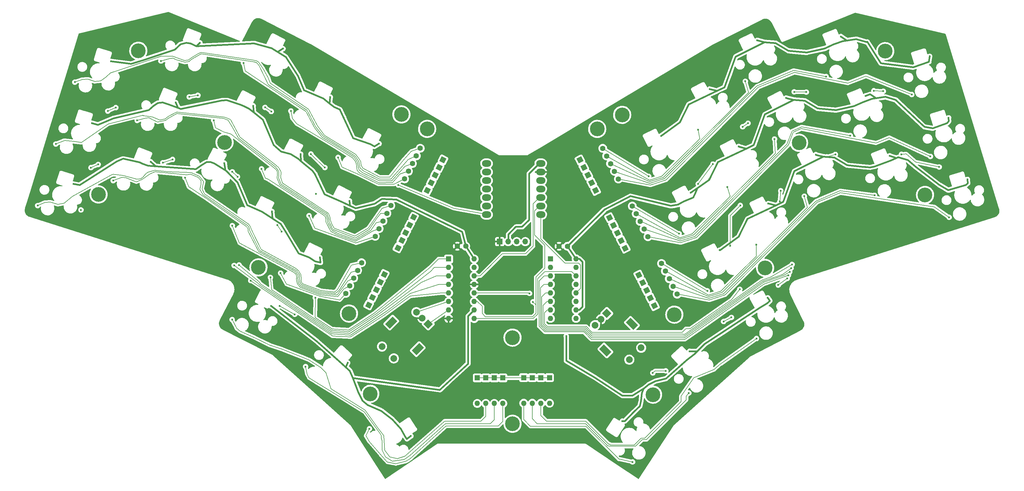
<source format=gbr>
G04 #@! TF.GenerationSoftware,KiCad,Pcbnew,(6.0.7)*
G04 #@! TF.CreationDate,2023-01-09T18:54:24-06:00*
G04 #@! TF.ProjectId,voxcertus-main,766f7863-6572-4747-9573-2d6d61696e2e,1.7*
G04 #@! TF.SameCoordinates,Original*
G04 #@! TF.FileFunction,Copper,L1,Top*
G04 #@! TF.FilePolarity,Positive*
%FSLAX46Y46*%
G04 Gerber Fmt 4.6, Leading zero omitted, Abs format (unit mm)*
G04 Created by KiCad (PCBNEW (6.0.7)) date 2023-01-09 18:54:24*
%MOMM*%
%LPD*%
G01*
G04 APERTURE LIST*
G04 Aperture macros list*
%AMHorizOval*
0 Thick line with rounded ends*
0 $1 width*
0 $2 $3 position (X,Y) of the first rounded end (center of the circle)*
0 $4 $5 position (X,Y) of the second rounded end (center of the circle)*
0 Add line between two ends*
20,1,$1,$2,$3,$4,$5,0*
0 Add two circle primitives to create the rounded ends*
1,1,$1,$2,$3*
1,1,$1,$4,$5*%
%AMRotRect*
0 Rectangle, with rotation*
0 The origin of the aperture is its center*
0 $1 length*
0 $2 width*
0 $3 Rotation angle, in degrees counterclockwise*
0 Add horizontal line*
21,1,$1,$2,0,0,$3*%
G04 Aperture macros list end*
G04 #@! TA.AperFunction,ComponentPad*
%ADD10RotRect,1.600000X1.600000X153.000000*%
G04 #@! TD*
G04 #@! TA.AperFunction,ComponentPad*
%ADD11HorizOval,1.600000X0.000000X0.000000X0.000000X0.000000X0*%
G04 #@! TD*
G04 #@! TA.AperFunction,ComponentPad*
%ADD12O,1.600000X1.600000*%
G04 #@! TD*
G04 #@! TA.AperFunction,ComponentPad*
%ADD13C,4.400000*%
G04 #@! TD*
G04 #@! TA.AperFunction,ComponentPad*
%ADD14RotRect,1.600000X1.600000X27.000000*%
G04 #@! TD*
G04 #@! TA.AperFunction,ComponentPad*
%ADD15HorizOval,1.600000X0.000000X0.000000X0.000000X0.000000X0*%
G04 #@! TD*
G04 #@! TA.AperFunction,ComponentPad*
%ADD16C,1.600000*%
G04 #@! TD*
G04 #@! TA.AperFunction,ComponentPad*
%ADD17RotRect,2.000000X2.000000X315.000000*%
G04 #@! TD*
G04 #@! TA.AperFunction,ComponentPad*
%ADD18C,2.000000*%
G04 #@! TD*
G04 #@! TA.AperFunction,ComponentPad*
%ADD19RotRect,3.200000X2.000000X315.000000*%
G04 #@! TD*
G04 #@! TA.AperFunction,ComponentPad*
%ADD20R,1.600000X1.600000*%
G04 #@! TD*
G04 #@! TA.AperFunction,SMDPad,CuDef*
%ADD21O,2.748280X1.998980*%
G04 #@! TD*
G04 #@! TA.AperFunction,ComponentPad*
%ADD22R,1.700000X1.700000*%
G04 #@! TD*
G04 #@! TA.AperFunction,ComponentPad*
%ADD23O,1.700000X1.700000*%
G04 #@! TD*
G04 #@! TA.AperFunction,ComponentPad*
%ADD24RotRect,2.000000X2.000000X225.000000*%
G04 #@! TD*
G04 #@! TA.AperFunction,ComponentPad*
%ADD25RotRect,3.200000X2.000000X225.000000*%
G04 #@! TD*
G04 #@! TA.AperFunction,ViaPad*
%ADD26C,0.600000*%
G04 #@! TD*
G04 #@! TA.AperFunction,Conductor*
%ADD27C,0.200000*%
G04 #@! TD*
G04 #@! TA.AperFunction,Conductor*
%ADD28C,0.500000*%
G04 #@! TD*
G04 APERTURE END LIST*
D10*
X116703135Y-116570904D03*
D11*
X109913665Y-113111496D03*
D10*
X117871535Y-114284904D03*
D11*
X111082065Y-110825496D03*
D12*
X149910000Y-83997200D03*
D10*
X131866935Y-86979904D03*
D11*
X125077465Y-83520496D03*
D13*
X71380000Y-72627200D03*
D14*
X180895200Y-84725200D03*
D15*
X187684670Y-81265792D03*
D10*
X135372135Y-80121904D03*
D11*
X128582665Y-76662496D03*
D13*
X131813400Y-68617400D03*
D10*
X134203735Y-82407904D03*
D11*
X127414265Y-78948496D03*
D16*
X173660000Y-103637200D03*
X171160000Y-103637200D03*
D12*
X165310000Y-83997200D03*
D13*
X33800000Y-88157200D03*
D14*
X178558400Y-80153200D03*
D15*
X185347870Y-76693792D03*
D13*
X199189200Y-147899200D03*
D12*
X149910000Y-94157200D03*
D14*
X197252800Y-116780000D03*
D15*
X204042270Y-113320592D03*
D12*
X149910000Y-86537200D03*
D14*
X194916000Y-112208000D03*
D15*
X201705470Y-108748592D03*
D12*
X165310000Y-91617200D03*
D14*
X199589600Y-121377400D03*
D15*
X206379070Y-117917992D03*
D10*
X125440735Y-99552904D03*
D11*
X118651265Y-96093496D03*
D17*
X185389464Y-123660334D03*
D18*
X181853930Y-127195868D03*
X183621697Y-125428101D03*
D19*
X184965200Y-134691200D03*
X192884796Y-126771604D03*
D18*
X192106978Y-137448916D03*
X195642512Y-133913382D03*
D10*
X133035335Y-84693904D03*
D11*
X126245865Y-81234496D03*
D13*
X157279200Y-130881200D03*
D12*
X149910000Y-81457200D03*
D20*
X168600000Y-107375992D03*
D12*
X168600000Y-109915992D03*
X168600000Y-112455992D03*
X168600000Y-114995992D03*
X168600000Y-117535992D03*
X168600000Y-120075992D03*
X168600000Y-122615992D03*
X168600000Y-125155992D03*
X176220000Y-125155992D03*
X176220000Y-122615992D03*
X176220000Y-120075992D03*
X176220000Y-117535992D03*
X176220000Y-114995992D03*
X176220000Y-112455992D03*
X176220000Y-109915992D03*
X176220000Y-107375992D03*
D21*
X149538710Y-78927690D03*
X149538710Y-81467690D03*
X149538710Y-84007690D03*
X149538710Y-86547690D03*
X149538710Y-89087690D03*
X149538710Y-91627690D03*
X149538710Y-94167690D03*
X165703270Y-94167690D03*
X165703270Y-91627690D03*
X165703270Y-89087690D03*
X165703270Y-86547690D03*
X165703270Y-84007690D03*
X165703270Y-81467690D03*
X165703270Y-78927690D03*
D20*
X149310000Y-142889200D03*
D12*
X149310000Y-150509200D03*
D13*
X280300000Y-88317200D03*
D14*
X190877400Y-104232400D03*
D15*
X197666870Y-100772992D03*
D20*
X154390000Y-142889200D03*
D12*
X154390000Y-150509200D03*
D20*
X138220000Y-107403400D03*
D12*
X138220000Y-109943400D03*
X138220000Y-112483400D03*
X138220000Y-115023400D03*
X138220000Y-117563400D03*
X138220000Y-120103400D03*
X138220000Y-122643400D03*
X138220000Y-125183400D03*
X145840000Y-125183400D03*
X145840000Y-122643400D03*
X145840000Y-120103400D03*
X145840000Y-117563400D03*
X145840000Y-115023400D03*
X145840000Y-112483400D03*
X145840000Y-109943400D03*
X145840000Y-107403400D03*
D10*
X119039935Y-111998904D03*
D11*
X112250465Y-108539496D03*
D12*
X165310000Y-81457200D03*
D22*
X153470000Y-102237200D03*
D23*
X156010000Y-102237200D03*
X158550000Y-102237200D03*
X161090000Y-102237200D03*
D13*
X81510000Y-109927200D03*
D14*
X188540600Y-99660400D03*
D15*
X195330070Y-96200992D03*
D20*
X168310800Y-142819200D03*
D12*
X168310800Y-150439200D03*
D14*
X186203800Y-95088400D03*
D15*
X192993270Y-91628992D03*
D16*
X143320000Y-103597200D03*
X140820000Y-103597200D03*
D12*
X149910000Y-89077200D03*
D14*
X182063600Y-87011200D03*
D15*
X188853070Y-83551792D03*
D12*
X149910000Y-91617200D03*
D20*
X163180000Y-142819200D03*
D12*
X163180000Y-150439200D03*
D14*
X177390000Y-77867200D03*
D15*
X184179470Y-74407792D03*
D10*
X126609135Y-97266904D03*
D11*
X119819665Y-93807496D03*
D10*
X123103935Y-104124904D03*
D11*
X116314465Y-100665496D03*
D10*
X114366335Y-121142904D03*
D11*
X107576865Y-117683496D03*
D14*
X198421200Y-119066000D03*
D15*
X205210670Y-115606592D03*
D14*
X187372200Y-97374400D03*
D15*
X194161670Y-93914992D03*
D10*
X136540535Y-77835904D03*
D11*
X129751065Y-74376496D03*
D20*
X165745400Y-142819200D03*
D12*
X165745400Y-150439200D03*
D13*
X268440000Y-45427200D03*
X205539200Y-124023200D03*
D20*
X160614600Y-142819200D03*
D12*
X160614600Y-150439200D03*
D13*
X157279200Y-156579792D03*
D12*
X165310000Y-78917200D03*
D13*
X232600000Y-110077200D03*
D12*
X165310000Y-89077200D03*
D13*
X189980000Y-64427200D03*
D14*
X179726800Y-82439200D03*
D15*
X186516270Y-78979792D03*
D13*
X124130000Y-64297200D03*
X45680000Y-45300200D03*
D10*
X115534735Y-118856904D03*
D11*
X108745265Y-115397496D03*
D14*
X196084400Y-114494000D03*
D15*
X202873870Y-111034592D03*
D20*
X146770000Y-142889200D03*
D12*
X146770000Y-150509200D03*
D13*
X242730000Y-72757200D03*
D20*
X151850000Y-142889200D03*
D12*
X151850000Y-150509200D03*
D13*
X108511200Y-123697200D03*
D10*
X124272335Y-101838904D03*
D11*
X117482865Y-98379496D03*
D14*
X189709000Y-101946400D03*
D15*
X196498470Y-98486992D03*
D24*
X132133200Y-126817200D03*
D18*
X128597666Y-123281666D03*
X130365433Y-125049433D03*
D25*
X129021930Y-134312532D03*
X121102334Y-126392936D03*
D18*
X118344618Y-133534714D03*
X121880152Y-137070248D03*
D13*
X114861200Y-147640162D03*
D10*
X127777535Y-94955504D03*
D11*
X120988065Y-91496096D03*
D12*
X165310000Y-94157200D03*
X165310000Y-86537200D03*
X149910000Y-78917200D03*
D13*
X182530000Y-68627200D03*
D26*
X75260000Y-82877200D03*
X15659200Y-91477400D03*
X220210000Y-126077200D03*
X87180000Y-97297200D03*
X276339400Y-58355800D03*
X235420000Y-71640000D03*
X26733600Y-54672800D03*
X225920000Y-67977200D03*
X33710000Y-79217200D03*
X73698200Y-97471800D03*
X60880000Y-59067200D03*
X265239600Y-88429400D03*
X98620000Y-87997200D03*
X88420000Y-99237200D03*
X73700000Y-81417200D03*
X202999200Y-140787200D03*
X267860000Y-57377200D03*
X206946600Y-99859400D03*
X244284600Y-88683400D03*
X87810000Y-121417200D03*
X97160000Y-76107200D03*
X105270400Y-77126400D03*
X88100000Y-111619600D03*
X273260000Y-76187200D03*
X91173400Y-63258000D03*
X236530000Y-115197200D03*
X38189000Y-84035200D03*
X244890000Y-57627200D03*
X77025600Y-48957800D03*
X287490000Y-94982600D03*
X38970000Y-62257200D03*
X250812400Y-52996400D03*
X63450000Y-58597200D03*
X239210000Y-113217200D03*
X227520000Y-66917200D03*
X85330000Y-63417200D03*
X241290000Y-57557200D03*
X96583600Y-94500000D03*
X45351800Y-66102800D03*
X281902000Y-76821600D03*
X226707800Y-54418800D03*
X258026000Y-70598600D03*
X265030000Y-57237200D03*
X212610800Y-68896800D03*
X95557200Y-139517200D03*
X82435800Y-80530000D03*
X101300000Y-80127200D03*
X73647400Y-125488000D03*
X230035200Y-131152200D03*
X209857200Y-147391200D03*
X31550000Y-80177200D03*
X229959000Y-103161400D03*
X221297600Y-85991000D03*
X36570000Y-63287200D03*
X197878800Y-82765200D03*
X215379400Y-116928200D03*
X59601200Y-83171600D03*
X222560000Y-124857200D03*
X199110000Y-141407200D03*
X83480000Y-62207200D03*
X52413000Y-48348200D03*
X92339699Y-123938701D03*
X21069400Y-73113200D03*
X68161000Y-66052000D03*
X201630000Y-70687200D03*
X224730000Y-73847200D03*
X85530000Y-93227200D03*
X262610000Y-58767200D03*
X284520000Y-79977200D03*
X37530000Y-48477200D03*
X224843200Y-100655200D03*
X94090000Y-76137200D03*
X292940000Y-83677200D03*
X88830000Y-44677200D03*
X108640000Y-90077200D03*
X212660000Y-85007200D03*
X216100000Y-56737200D03*
X238890000Y-59387200D03*
X233390000Y-118997200D03*
X281690000Y-46957200D03*
X106939827Y-65297373D03*
X251030000Y-76947200D03*
X79940000Y-61717200D03*
X190045200Y-155773200D03*
X237270000Y-87057200D03*
X210111200Y-134945200D03*
X55890000Y-77727200D03*
X89569916Y-99267284D03*
X52990000Y-78687200D03*
X64030000Y-42907200D03*
X222180000Y-103467200D03*
X173300000Y-130447200D03*
X207229506Y-66626706D03*
X98349691Y-82096891D03*
X85320000Y-121427200D03*
X237010000Y-90307200D03*
X269750000Y-76637200D03*
X219060000Y-104777200D03*
X253560000Y-76227200D03*
X287330000Y-65307200D03*
X99810000Y-106977200D03*
X26320000Y-85067200D03*
X233570000Y-90887200D03*
X31830000Y-66917200D03*
X217050000Y-79107200D03*
X56830000Y-60757200D03*
X210380000Y-87647200D03*
X102920000Y-59127200D03*
X230270000Y-42197200D03*
X117470000Y-72997200D03*
X108105714Y-138395821D03*
X49350000Y-78407200D03*
X71340000Y-78827200D03*
X126959670Y-160238792D03*
X255230000Y-41067200D03*
X247720000Y-76287200D03*
X225212893Y-91440093D03*
X215953200Y-83637200D03*
X98680000Y-55367200D03*
X224800000Y-43427200D03*
X75640000Y-57937200D03*
X177420000Y-130767200D03*
X287350000Y-83917200D03*
X52290000Y-57287200D03*
X59460000Y-39557200D03*
X213550000Y-106137200D03*
X264130000Y-77427200D03*
X271490000Y-39297200D03*
X204890000Y-88857200D03*
X43710000Y-69487200D03*
X276090000Y-47207200D03*
X54880000Y-102057200D03*
X238740000Y-75607200D03*
X277800000Y-70317200D03*
X91750000Y-56517200D03*
X233330000Y-60667200D03*
X21500000Y-82177200D03*
X264357200Y-103857200D03*
X113150000Y-69307200D03*
X256890000Y-59527200D03*
X27030000Y-63937200D03*
X88590000Y-89837200D03*
X242210000Y-77617200D03*
X84570000Y-40867200D03*
X104340000Y-86287200D03*
X240830000Y-89857200D03*
X219200000Y-75067200D03*
X210540000Y-58017200D03*
X249610000Y-41787200D03*
X228000000Y-92087200D03*
X65770000Y-69787200D03*
X81270000Y-89467200D03*
X44810000Y-75107200D03*
X94540000Y-98117200D03*
X255530000Y-91157200D03*
X196180000Y-71917200D03*
X95680000Y-103357200D03*
X281600000Y-65597200D03*
X74570000Y-89967200D03*
X32690000Y-45457200D03*
X81160000Y-117597200D03*
X231530000Y-71817200D03*
X114360000Y-93877200D03*
X89850000Y-72387200D03*
X227980000Y-120217200D03*
X67110000Y-75077200D03*
X114607200Y-158059200D03*
X193093200Y-167965200D03*
X123230000Y-85367200D03*
X85070000Y-112917200D03*
X28575395Y-92777468D03*
X79200000Y-113857200D03*
X74240000Y-109347200D03*
X75740000Y-109207200D03*
X98470000Y-118967200D03*
X225057200Y-116457200D03*
X240657200Y-109057200D03*
X240357200Y-110157200D03*
X239957200Y-111257200D03*
X162359200Y-117673200D03*
X163375200Y-120213200D03*
X239557200Y-112257200D03*
D27*
X88951582Y-109645618D02*
X91980000Y-111317200D01*
X106930000Y-116377200D02*
X108745265Y-115397496D01*
X101180000Y-80127200D02*
X97160000Y-76107200D01*
X105730000Y-119617200D02*
X107576865Y-117683496D01*
X215757200Y-118657200D02*
X219857200Y-117357200D01*
X230000402Y-106600402D02*
X229959000Y-103161400D01*
X104250000Y-117257200D02*
X105090000Y-116527200D01*
X184179470Y-74407792D02*
X197878800Y-82765200D01*
X211703600Y-100657200D02*
X239080624Y-73180624D01*
X101610000Y-95437200D02*
X101640000Y-96407200D01*
X46480000Y-83387200D02*
X46790000Y-83217200D01*
X102040000Y-94127200D02*
X102130000Y-94387200D01*
X51430000Y-66537200D02*
X53850000Y-66097200D01*
X93810000Y-114237200D02*
X93880000Y-114467200D01*
X96583600Y-94500000D02*
X98300000Y-98237200D01*
X207303600Y-102057200D02*
X211703600Y-100657200D01*
X88120000Y-83137200D02*
X88660000Y-84807200D01*
X86450000Y-79887200D02*
X87040000Y-80497200D01*
X36570000Y-63287200D02*
X38970000Y-62257200D01*
X220210000Y-126077200D02*
X222560000Y-124857200D01*
X202257200Y-83057200D02*
X227657200Y-57757200D01*
X93290000Y-112687200D02*
X93280000Y-113277200D01*
X198157200Y-84357200D02*
X202257200Y-83057200D01*
X108140000Y-113987200D02*
X109913665Y-113111496D01*
X78170000Y-97367200D02*
X78480000Y-97667200D01*
X92700000Y-112067200D02*
X92810000Y-112347200D01*
X192993270Y-91628992D02*
X206946600Y-99859400D01*
X87150000Y-81427200D02*
X87180000Y-82107200D01*
X56910000Y-63697200D02*
X57130000Y-63627200D01*
X49850000Y-65037200D02*
X52100000Y-65977200D01*
X245257200Y-92057200D02*
X244307800Y-88718800D01*
X38148924Y-82166124D02*
X40980000Y-82457200D01*
X102120000Y-96417200D02*
X103390000Y-98867200D01*
X104090000Y-98267200D02*
X110290000Y-100607200D01*
X60880000Y-59067200D02*
X63450000Y-58597200D01*
X116590000Y-96637200D02*
X118651265Y-96093496D01*
X49790000Y-65807200D02*
X51430000Y-66537200D01*
X60720000Y-85907200D02*
X65695155Y-89212045D01*
X46790000Y-83217200D02*
X47060000Y-83017200D01*
X105090000Y-116527200D02*
X109240000Y-109227200D01*
X92320000Y-111577200D02*
X92530000Y-111807200D01*
X118000000Y-93817200D02*
X119819665Y-93807496D01*
X100090000Y-117297200D02*
X104440000Y-117707200D01*
X79350000Y-98507200D02*
X79830000Y-99597200D01*
X88100000Y-111619600D02*
X89880000Y-114917200D01*
X114220000Y-98257200D02*
X118420000Y-92337200D01*
X101930000Y-93997200D02*
X102040000Y-94127200D01*
X219857200Y-117357200D02*
X245257200Y-92057200D01*
X52100000Y-65977200D02*
X53720000Y-65677200D01*
X206453070Y-117851792D02*
X215957200Y-119657200D01*
X40980000Y-82457200D02*
X44520000Y-83417200D01*
X87510000Y-83187200D02*
X88230000Y-85077200D01*
X63560000Y-83037200D02*
X64334071Y-84013129D01*
X93050000Y-111117200D02*
X93240000Y-111407200D01*
X199110000Y-141407200D02*
X199730000Y-140787200D01*
X36640000Y-67147200D02*
X46731815Y-64629015D01*
X281902000Y-76821600D02*
X269631087Y-71183313D01*
X93540000Y-111867200D02*
X93710000Y-112337200D01*
X78070000Y-97877200D02*
X78410000Y-98557200D01*
X73698200Y-97471800D02*
X75840000Y-102617200D01*
X87070000Y-83297200D02*
X87900000Y-85387200D01*
X103380000Y-97017200D02*
X104090000Y-98267200D01*
X83480000Y-62207200D02*
X85330000Y-63417200D01*
X23700000Y-72057200D02*
X26320000Y-72367200D01*
X65695155Y-89212045D02*
X77660000Y-97537200D01*
X64970000Y-88217200D02*
X78170000Y-97367200D01*
X65360000Y-87967200D02*
X78610000Y-97057200D01*
X265030000Y-57237200D02*
X267860000Y-57377200D01*
X44520000Y-83417200D02*
X45070000Y-83557200D01*
X50552503Y-80999703D02*
X54450000Y-81347200D01*
X65119048Y-84328152D02*
X64680000Y-86517200D01*
X88420000Y-99237200D02*
X87180000Y-97297200D01*
X71120000Y-69567200D02*
X73290000Y-70137200D01*
X93450000Y-114557200D02*
X94200000Y-115517200D01*
X110320000Y-101187200D02*
X114530000Y-98617200D01*
X105190000Y-118617200D02*
X106930000Y-116377200D01*
X240657200Y-69257200D02*
X243502098Y-68002098D01*
X64680000Y-86517200D02*
X65360000Y-87967200D01*
X102490000Y-95457200D02*
X102540000Y-95687200D01*
X239080624Y-73180624D02*
X240657200Y-69257200D01*
X103080000Y-99157200D02*
X104940000Y-100177200D01*
X235678382Y-75978382D02*
X235420000Y-71640000D01*
X102930000Y-95477200D02*
X103050000Y-96137200D01*
X45090000Y-84397200D02*
X46840000Y-83667200D01*
X93380000Y-114087200D02*
X93450000Y-114557200D01*
X91980000Y-111317200D02*
X92320000Y-111577200D01*
X17900000Y-90507200D02*
X19420000Y-90427200D01*
X241357200Y-51757200D02*
X257357200Y-54957200D01*
X257357200Y-54957200D02*
X262682360Y-52832040D01*
X240957200Y-69657200D02*
X243357200Y-68557200D01*
X87900000Y-85387200D02*
X101680000Y-94327200D01*
X46160000Y-83507200D02*
X46480000Y-83387200D01*
X53850000Y-66097200D02*
X54464994Y-65562194D01*
X75260000Y-82877200D02*
X73700000Y-81417200D01*
X254973761Y-87073761D02*
X265239600Y-88429400D01*
X99910000Y-118567200D02*
X105730000Y-119617200D01*
X92690000Y-111357200D02*
X93000000Y-111767200D01*
X93880000Y-114467200D02*
X94440000Y-115147200D01*
X207219600Y-101091200D02*
X194161670Y-93914992D01*
X15659200Y-91477400D02*
X17900000Y-90507200D01*
X255057200Y-87657200D02*
X283057200Y-91857200D01*
X219405235Y-117005235D02*
X230000402Y-106600402D01*
X54464994Y-65562194D02*
X57205823Y-64031377D01*
X215773200Y-118191200D02*
X219357200Y-117057200D01*
X110440000Y-102157200D02*
X115560000Y-99087200D01*
X222203600Y-88757200D02*
X222195694Y-88718706D01*
X94720000Y-114807200D02*
X100210000Y-116857200D01*
X94240000Y-113197200D02*
X94250000Y-114247200D01*
X45470000Y-83607200D02*
X45820000Y-83577200D01*
X84379446Y-83607754D02*
X100710000Y-94187200D01*
X78920000Y-99027200D02*
X81920000Y-104887200D01*
X57130000Y-63627200D02*
X70222885Y-64954315D01*
X211303600Y-100257200D02*
X235678382Y-75978382D01*
X75570000Y-71397200D02*
X86450000Y-79887200D01*
X92810000Y-112347200D02*
X92880000Y-112707200D01*
X71460000Y-65117200D02*
X73172164Y-65795036D01*
X87580000Y-80217200D02*
X88250000Y-81477200D01*
X220657200Y-118157200D02*
X248057200Y-90557200D01*
X75840000Y-102617200D02*
X88951582Y-109645618D01*
X21069400Y-73113200D02*
X23700000Y-72057200D01*
X207219600Y-101091200D02*
X210803600Y-99957200D01*
X101640000Y-96407200D02*
X103080000Y-99157200D01*
X89880000Y-114917200D02*
X99910000Y-118567200D01*
X203057200Y-83857200D02*
X230457200Y-56257200D01*
X88250000Y-81477200D02*
X88120000Y-83137200D01*
X207403600Y-102557200D02*
X212103600Y-101057200D01*
X118420000Y-92337200D02*
X120988065Y-91496096D01*
X33710000Y-79217200D02*
X31550000Y-80177200D01*
X21700000Y-91147200D02*
X23530000Y-90817200D01*
X83620000Y-83297200D02*
X84379446Y-83607754D01*
X220257200Y-117757200D02*
X247757200Y-90157200D01*
X104440000Y-117707200D02*
X105390000Y-116907200D01*
X82435800Y-80530000D02*
X83620000Y-83297200D01*
X196498470Y-98486992D02*
X207303600Y-102057200D01*
X94200000Y-115517200D02*
X100010000Y-117707200D01*
X265698955Y-72798955D02*
X269631087Y-71183313D01*
X198173200Y-83891200D02*
X201757200Y-82757200D01*
X47530000Y-82477200D02*
X47650000Y-82237200D01*
X230457200Y-56257200D02*
X241357200Y-51757200D01*
X26320000Y-72367200D02*
X28690000Y-72687200D01*
X86151324Y-80185876D02*
X86780000Y-80827200D01*
X102560000Y-94277200D02*
X102770000Y-94847200D01*
X48773900Y-65333300D02*
X49003984Y-65383216D01*
X87430000Y-81077200D02*
X87490000Y-81187200D01*
X88230000Y-85077200D02*
X101930000Y-93997200D01*
X73172164Y-65795036D02*
X75300000Y-69757200D01*
X64330000Y-85187200D02*
X64020000Y-86637200D01*
X207403600Y-102557200D02*
X197666870Y-100772992D01*
X73420000Y-67557200D02*
X74456947Y-69350253D01*
X78480000Y-97667200D02*
X78800000Y-98307200D01*
X188853070Y-83551792D02*
X198357200Y-85357200D01*
X79830000Y-99597200D02*
X82290000Y-104557200D01*
X82290000Y-104557200D02*
X92520000Y-110177200D01*
X93950000Y-115857200D02*
X100000000Y-118157200D01*
X236530000Y-115197200D02*
X239210000Y-113217200D01*
X61360104Y-82117304D02*
X63560000Y-83037200D01*
X283057200Y-91857200D02*
X287490000Y-94982600D01*
X109240000Y-109227200D02*
X112250465Y-108539496D01*
X45351800Y-66102800D02*
X47950000Y-65407200D01*
X40770000Y-83057200D02*
X41950000Y-83177200D01*
X100210000Y-116857200D02*
X104250000Y-117257200D01*
X241290000Y-57557200D02*
X244890000Y-57627200D01*
X49003984Y-65383216D02*
X49790000Y-65807200D01*
X68161000Y-66052000D02*
X68660000Y-68267200D01*
X64334071Y-84013129D02*
X64330000Y-85187200D01*
X100010000Y-117707200D02*
X104970000Y-118167200D01*
X25980000Y-88767200D02*
X37505906Y-82413106D01*
X276339400Y-58355800D02*
X262682360Y-52832040D01*
X202657200Y-83457200D02*
X230157200Y-55857200D01*
X19420000Y-90427200D02*
X21700000Y-91147200D01*
X110290000Y-100607200D02*
X114220000Y-98257200D01*
X92840000Y-113297200D02*
X93060000Y-114737200D01*
X50640000Y-81417200D02*
X60045937Y-82323137D01*
X78450000Y-99187200D02*
X81580000Y-105207200D01*
X93700000Y-111247200D02*
X94150000Y-112137200D01*
X92170000Y-110947200D02*
X92690000Y-111357200D01*
X110400000Y-101677200D02*
X115020000Y-98877200D01*
X54640000Y-64897200D02*
X56910000Y-63697200D01*
X93710000Y-112337200D02*
X93710000Y-112927200D01*
X37505906Y-82413106D02*
X38148924Y-82166124D01*
X202947870Y-110993792D02*
X215773200Y-118191200D01*
X101300000Y-80127200D02*
X101180000Y-80127200D01*
X93710000Y-112927200D02*
X93810000Y-114237200D01*
X105220000Y-99837200D02*
X110400000Y-101677200D01*
X227657200Y-57757200D02*
X226707800Y-54418800D01*
X93280000Y-113277200D02*
X93380000Y-114087200D01*
X74456947Y-69350253D02*
X75570000Y-71397200D01*
X28690000Y-72687200D02*
X36640000Y-67147200D01*
X102770000Y-94847200D02*
X102930000Y-95477200D01*
X98300000Y-98237200D02*
X110540000Y-102637200D01*
X201805235Y-82705235D02*
X213157200Y-71557200D01*
X102540000Y-95687200D02*
X102520000Y-96307200D01*
X103690000Y-98547200D02*
X110320000Y-101187200D01*
X38189000Y-84035200D02*
X40770000Y-83057200D01*
X79020000Y-97617200D02*
X79350000Y-98507200D01*
X92710000Y-110847200D02*
X93050000Y-111117200D01*
X86730000Y-79427200D02*
X87580000Y-80217200D01*
X87590000Y-81347200D02*
X87580000Y-82787200D01*
X72294596Y-65952604D02*
X72436001Y-66011199D01*
X92310000Y-110557200D02*
X92710000Y-110847200D01*
X72436001Y-66011199D02*
X73420000Y-67557200D01*
X78800000Y-98307200D02*
X78920000Y-99027200D01*
X78410000Y-98557200D02*
X78450000Y-99187200D01*
X100000000Y-118157200D02*
X105190000Y-118617200D01*
X103050000Y-96137200D02*
X103380000Y-97017200D01*
X102390000Y-93847200D02*
X102560000Y-94277200D01*
X93060000Y-114737200D02*
X93950000Y-115857200D01*
X23530000Y-90817200D02*
X25980000Y-88767200D01*
X81920000Y-104887200D02*
X92310000Y-110557200D01*
X46731815Y-64629015D02*
X49850000Y-65037200D01*
X70222885Y-64954315D02*
X70350000Y-64967200D01*
X212103600Y-101057200D02*
X239503600Y-73457200D01*
X81580000Y-105207200D02*
X92170000Y-110947200D01*
X100710000Y-94187200D02*
X101340000Y-94637200D01*
X201779470Y-108707792D02*
X215478800Y-117065200D01*
X87580000Y-82787200D02*
X87510000Y-83187200D01*
X46840000Y-83667200D02*
X49130000Y-82077200D01*
X93490000Y-110947200D02*
X93700000Y-111247200D01*
X93240000Y-111407200D02*
X93540000Y-111867200D01*
X201757200Y-82757200D02*
X201805235Y-82705235D01*
X93200000Y-112187200D02*
X93290000Y-112687200D01*
X60045937Y-82323137D02*
X61360104Y-82117304D01*
X47650000Y-82237200D02*
X48460000Y-81577200D01*
X104970000Y-118167200D02*
X108140000Y-113987200D01*
X248057200Y-90557200D02*
X255057200Y-87657200D01*
X109170000Y-111397200D02*
X111082065Y-110825496D01*
X54450000Y-81347200D02*
X61380000Y-81677200D01*
X199730000Y-140787200D02*
X202999200Y-140787200D01*
X70222885Y-64954315D02*
X71460000Y-65117200D01*
X73290000Y-70137200D02*
X86151324Y-80185876D01*
X205284670Y-115565792D02*
X215857200Y-119157200D01*
X53720000Y-65677200D02*
X54640000Y-64897200D01*
X57205823Y-64031377D02*
X71077896Y-65479304D01*
X241157200Y-51157200D02*
X250812400Y-52996400D01*
X104940000Y-100177200D02*
X110440000Y-102157200D01*
X87180000Y-82107200D02*
X87070000Y-83297200D01*
X215957200Y-119657200D02*
X220657200Y-118157200D01*
X101340000Y-94637200D02*
X101610000Y-95437200D01*
X239503600Y-73457200D02*
X240957200Y-69657200D01*
X94250000Y-114247200D02*
X94720000Y-114807200D01*
X47300000Y-82777200D02*
X47530000Y-82477200D01*
X93260000Y-110747200D02*
X93490000Y-110947200D01*
X46731815Y-64629015D02*
X47220000Y-64507200D01*
X195562670Y-96179792D02*
X207203600Y-101557200D01*
X186516270Y-78979792D02*
X198157200Y-84357200D01*
X75300000Y-69757200D02*
X75980000Y-71087200D01*
X86780000Y-80827200D02*
X87150000Y-81427200D01*
X88660000Y-84807200D02*
X102160000Y-93647200D01*
X215857200Y-119157200D02*
X220257200Y-117757200D01*
X225920000Y-67977200D02*
X227520000Y-66917200D01*
X243357200Y-68557200D02*
X265698955Y-72798955D01*
X105390000Y-116907200D02*
X109170000Y-111397200D01*
X114530000Y-98617200D02*
X116870000Y-95187200D01*
X87490000Y-81187200D02*
X87590000Y-81347200D01*
X92880000Y-113027200D02*
X92840000Y-113297200D01*
X210851635Y-99905235D02*
X222203600Y-88757200D01*
X48460000Y-81577200D02*
X50552503Y-80999703D01*
X115560000Y-99087200D02*
X117482865Y-98379496D01*
X68660000Y-68267200D02*
X71120000Y-69567200D01*
X213157200Y-71557200D02*
X212610800Y-68896800D01*
X103390000Y-98867200D02*
X105220000Y-99837200D01*
X94440000Y-115147200D02*
X100090000Y-117297200D01*
X63850000Y-82727200D02*
X65119048Y-84328152D01*
X185347870Y-76693792D02*
X198173200Y-83891200D01*
X247757200Y-90157200D02*
X254973761Y-87073761D01*
X45070000Y-83557200D02*
X45470000Y-83607200D01*
X243502098Y-68002098D02*
X258026000Y-70598600D01*
X102520000Y-96307200D02*
X103690000Y-98547200D01*
X207203600Y-101557200D02*
X211303600Y-100257200D01*
X102120000Y-95657200D02*
X102120000Y-96417200D01*
X47950000Y-65407200D02*
X48773900Y-65333300D01*
X45820000Y-83577200D02*
X46160000Y-83507200D01*
X92530000Y-111807200D02*
X92700000Y-112067200D01*
X230157200Y-55857200D02*
X241157200Y-51157200D01*
X61380000Y-81677200D02*
X63680000Y-82627200D01*
X94150000Y-112137200D02*
X94240000Y-113197200D01*
X87810000Y-121417200D02*
X92339699Y-123938701D01*
X198257200Y-84857200D02*
X202657200Y-83457200D01*
X59601200Y-83171600D02*
X60720000Y-85907200D01*
X77660000Y-97537200D02*
X78070000Y-97877200D01*
X87040000Y-80497200D02*
X87430000Y-81077200D01*
X204116270Y-113279792D02*
X215757200Y-118657200D01*
X101680000Y-94327200D02*
X102120000Y-95657200D01*
X102160000Y-93647200D02*
X102390000Y-93847200D01*
X110540000Y-102637200D02*
X116314465Y-100665496D01*
X92880000Y-112707200D02*
X92880000Y-113027200D01*
X63680000Y-82627200D02*
X63850000Y-82727200D01*
X102130000Y-94387200D02*
X102490000Y-95457200D01*
X198357200Y-85357200D02*
X203057200Y-83857200D01*
X222195694Y-88718706D02*
X221297600Y-85991000D01*
X78610000Y-97057200D02*
X79020000Y-97617200D01*
X41950000Y-83177200D02*
X45090000Y-84397200D01*
X115020000Y-98877200D02*
X116590000Y-96637200D01*
X116870000Y-95187200D02*
X118000000Y-93817200D01*
X92520000Y-110177200D02*
X93260000Y-110747200D01*
X49130000Y-82077200D02*
X50640000Y-81417200D01*
X47060000Y-83017200D02*
X47300000Y-82777200D01*
X187684670Y-81265792D02*
X198257200Y-84857200D01*
X71077896Y-65479304D02*
X72294596Y-65952604D01*
X93000000Y-111767200D02*
X93200000Y-112187200D01*
X75980000Y-71087200D02*
X86730000Y-79427200D01*
X64020000Y-86637200D02*
X64970000Y-88217200D01*
D28*
X72090000Y-60087200D02*
X76100000Y-61427200D01*
X89670000Y-47157200D02*
X93320000Y-52827200D01*
X193582028Y-152960028D02*
X190768856Y-155773200D01*
X96640000Y-106967200D02*
X98370000Y-108137200D01*
X71990000Y-81197200D02*
X75280000Y-84587200D01*
X68340000Y-78907200D02*
X71676616Y-81000584D01*
X125275200Y-160345200D02*
X125783200Y-161107200D01*
X264483694Y-59662619D02*
X265745789Y-59474714D01*
X286840000Y-66887200D02*
X287360000Y-66347200D01*
X156030000Y-100107200D02*
X158290000Y-97847200D01*
D27*
X212660000Y-85007200D02*
X217050000Y-79107200D01*
D28*
X93320000Y-52827200D02*
X95130000Y-57127200D01*
X209349200Y-137485200D02*
X211517313Y-135843313D01*
X226074935Y-74277465D02*
X224730000Y-73847200D01*
X125783200Y-161107200D02*
X126959670Y-160238792D01*
X142303405Y-99343795D02*
X143320000Y-103597200D01*
X82830000Y-65857200D02*
X86010000Y-73437200D01*
X259790000Y-41827200D02*
X262790000Y-42707200D01*
X107572504Y-139693896D02*
X108765200Y-140787200D01*
X287360000Y-66347200D02*
X287330000Y-65307200D01*
X224755506Y-100789706D02*
X227383200Y-95448200D01*
X88150000Y-96927200D02*
X89569916Y-99267284D01*
X56550000Y-44937200D02*
X58240000Y-43407200D01*
X114099200Y-150947200D02*
X118163200Y-152725200D01*
X108765200Y-140787200D02*
X109636057Y-142964343D01*
X233390000Y-118997200D02*
X234050000Y-119907200D01*
X262790000Y-42707200D02*
X263098912Y-42646112D01*
X197919200Y-144851200D02*
X196533745Y-146005745D01*
X247796000Y-76360200D02*
X249989200Y-76906200D01*
X109760000Y-71357200D02*
X114880000Y-73197200D01*
X118338153Y-89555353D02*
X122655221Y-89671979D01*
X70630000Y-60157200D02*
X72090000Y-60087200D01*
X108830172Y-91557028D02*
X110480000Y-92327200D01*
X287240000Y-86907200D02*
X292440000Y-85367200D01*
X85530000Y-93227200D02*
X85730646Y-95376554D01*
X292440000Y-85367200D02*
X293060000Y-84827200D01*
X176220000Y-107367200D02*
X177250000Y-107367200D01*
X71340000Y-78827200D02*
X71676616Y-81000584D01*
X93330000Y-77527200D02*
X94153636Y-78213564D01*
X184750000Y-92657200D02*
X173660000Y-103637200D01*
X238051200Y-90368200D02*
X241353200Y-81224200D01*
X77120000Y-61847200D02*
X78700000Y-62627200D01*
X241186894Y-59978619D02*
X244488894Y-60232619D01*
X204460000Y-91577200D02*
X192450000Y-88687200D01*
X263953694Y-58302619D02*
X262610000Y-58767200D01*
X257036000Y-79460200D02*
X261840757Y-79913643D01*
X48650000Y-79617200D02*
X50872167Y-79775033D01*
X255760000Y-42427200D02*
X257022095Y-42239295D01*
X245020000Y-45817200D02*
X250390000Y-44617200D01*
X282620000Y-68437200D02*
X286840000Y-66887200D01*
X122655221Y-89671979D02*
X142303405Y-99343795D01*
X78140000Y-91407200D02*
X82580000Y-93357200D01*
X26320000Y-85067200D02*
X28190000Y-85377200D01*
X232463200Y-42743200D02*
X235765200Y-42997200D01*
X190768856Y-155773200D02*
X190045200Y-155773200D01*
X87235233Y-45661967D02*
X89670000Y-47157200D01*
X89569916Y-99267284D02*
X93520000Y-105777200D01*
X50872167Y-79775033D02*
X62870000Y-80627200D01*
X85730646Y-95376554D02*
X88150000Y-96927200D01*
X51510000Y-60887200D02*
X52970000Y-60717200D01*
X59940000Y-42937200D02*
X61210000Y-43147200D01*
X46070000Y-78627200D02*
X46920000Y-78977200D01*
X108640000Y-90077200D02*
X108830172Y-91557028D01*
X54700000Y-61317200D02*
X57550359Y-62336841D01*
X244488894Y-60232619D02*
X248233694Y-62532619D01*
X178160000Y-121657200D02*
X177210000Y-122607200D01*
X181917200Y-142819200D02*
X190045200Y-148153200D01*
X199951200Y-143835200D02*
X203037300Y-143111300D01*
X75280000Y-84587200D02*
X78140000Y-91407200D01*
X64510000Y-79447200D02*
X66030000Y-78547200D01*
X63000000Y-43977200D02*
X64030000Y-42907200D01*
X195260567Y-151336567D02*
X193582028Y-152960028D01*
X28190000Y-85377200D02*
X39210000Y-78297200D01*
X234050000Y-119907200D02*
X233220000Y-120647200D01*
X143320000Y-103597200D02*
X145840000Y-107403400D01*
X105717200Y-137993200D02*
X107572504Y-139693896D01*
X173300000Y-137758000D02*
X181917200Y-142819200D01*
D27*
X237270000Y-87057200D02*
X237010000Y-90307200D01*
D28*
X111305200Y-147137200D02*
X112575200Y-149677200D01*
X239315634Y-59512766D02*
X238890000Y-59387200D01*
X105799689Y-62847511D02*
X109760000Y-71357200D01*
X241353200Y-81224200D02*
X249989200Y-76906200D01*
X80097242Y-63719958D02*
X82830000Y-65857200D01*
X211167869Y-89095069D02*
X208320000Y-90287200D01*
X224823694Y-73972619D02*
X226074935Y-74277465D01*
X211818430Y-87630430D02*
X212250497Y-86657697D01*
X46920000Y-78977200D02*
X48650000Y-79617200D01*
X226074935Y-74277465D02*
X227012055Y-74505780D01*
X112575200Y-149677200D02*
X114099200Y-150947200D01*
X212305491Y-86339491D02*
X215953200Y-83862125D01*
X265229200Y-79827200D02*
X270055200Y-78049200D01*
X48820000Y-63027200D02*
X50210000Y-61707200D01*
X106110000Y-90287200D02*
X108830172Y-91557028D01*
X276760000Y-50207200D02*
X281490000Y-48587200D01*
X261843694Y-60602619D02*
X264483694Y-59662619D01*
X80170000Y-43107200D02*
X85420000Y-44547200D01*
X98370000Y-108137200D02*
X100016491Y-108510709D01*
X235814361Y-91433361D02*
X238051200Y-90368200D01*
X61210000Y-43147200D02*
X63000000Y-43977200D01*
X195633200Y-149677200D02*
X195260567Y-151336567D01*
X210380000Y-87647200D02*
X212305491Y-86339491D01*
X211818430Y-87630430D02*
X212305491Y-86339491D01*
X145840000Y-122667200D02*
X144010000Y-124497200D01*
X279566387Y-67522013D02*
X280150000Y-68017200D01*
X99810000Y-106977200D02*
X100016491Y-108510709D01*
X238993694Y-59432619D02*
X239315634Y-59512766D01*
X71676616Y-81000584D02*
X71990000Y-81197200D01*
X269750000Y-76637200D02*
X271513365Y-77221365D01*
X62870000Y-80627200D02*
X64510000Y-79447200D01*
X223827200Y-47061200D02*
X232463200Y-42743200D01*
X196395200Y-146121200D02*
X195887200Y-147391200D01*
X158290000Y-97847200D02*
X160130000Y-97847200D01*
X233220000Y-120647200D02*
X231054463Y-121961663D01*
X212362000Y-134945200D02*
X214290000Y-133017200D01*
X203037300Y-143111300D02*
X209349200Y-137485200D01*
X199951200Y-143835200D02*
X197919200Y-144851200D01*
X101143692Y-87933508D02*
X101270000Y-88177200D01*
X79940000Y-61717200D02*
X80097242Y-63719958D01*
X227383200Y-95448200D02*
X235814361Y-91433361D01*
X88240000Y-75337200D02*
X91110000Y-76147200D01*
X173660000Y-103637200D02*
X176220000Y-107367200D01*
X250390000Y-44617200D02*
X253120000Y-43367200D01*
X85420000Y-44547200D02*
X87235233Y-45661967D01*
X263098912Y-42646112D02*
X267130000Y-49007200D01*
X162230000Y-81997200D02*
X165310000Y-78917200D01*
X177210000Y-122607200D02*
X176220000Y-122607200D01*
X263953694Y-58302619D02*
X265745789Y-59474714D01*
X145840000Y-122643400D02*
X145840000Y-122667200D01*
X98850000Y-131907200D02*
X85320000Y-121427200D01*
X135601070Y-146463330D02*
X109636057Y-142964343D01*
X66030000Y-78547200D02*
X67250000Y-78497200D01*
D27*
X55890000Y-77727200D02*
X52990000Y-78687200D01*
D28*
X156030000Y-102217200D02*
X156030000Y-100107200D01*
X57550359Y-62336841D02*
X58390000Y-62637200D01*
X219156000Y-104850200D02*
X224755506Y-100789706D01*
X235765200Y-42997200D02*
X239510000Y-45297200D01*
X156010000Y-102237200D02*
X156030000Y-102217200D01*
X109636057Y-142964343D02*
X111305200Y-147137200D01*
D27*
X222180000Y-94472986D02*
X222180000Y-103467200D01*
D28*
X121465200Y-155265200D02*
X124005200Y-158059200D01*
X52970000Y-60717200D02*
X54700000Y-61317200D01*
X259113694Y-61852619D02*
X261843694Y-60602619D01*
X218580894Y-78520619D02*
X227012055Y-74505780D01*
X178160000Y-108277200D02*
X178160000Y-121657200D01*
X265745789Y-59474714D02*
X268513694Y-59062619D01*
X91110000Y-76147200D02*
X93330000Y-77527200D01*
X230270000Y-42197200D02*
X232463200Y-42743200D01*
X76100000Y-61427200D02*
X77120000Y-61847200D01*
X38307031Y-65434231D02*
X48820000Y-63027200D01*
X88830000Y-44677200D02*
X87235233Y-45661967D01*
X292940000Y-83677200D02*
X293060000Y-84827200D01*
X249989200Y-76906200D02*
X253291200Y-77160200D01*
D27*
X225212893Y-91440093D02*
X222180000Y-94472986D01*
D28*
X173300000Y-130447200D02*
X173300000Y-137758000D01*
X116150000Y-90927200D02*
X118338153Y-89555353D01*
X37530000Y-48477200D02*
X43500000Y-49227200D01*
X47160000Y-48077200D02*
X56550000Y-44937200D01*
X261840757Y-79913643D02*
X263959200Y-80081200D01*
X193093200Y-148153200D02*
X196533745Y-146005745D01*
X86010000Y-73437200D02*
X88240000Y-75337200D01*
X78700000Y-62627200D02*
X80097242Y-63719958D01*
X270055200Y-78049200D02*
X272289918Y-77084482D01*
X107572504Y-139693896D02*
X108105714Y-138395821D01*
X94153636Y-78213564D02*
X97590000Y-81077200D01*
X214290000Y-133017200D02*
X214589615Y-132819615D01*
X82580000Y-93357200D02*
X85730646Y-95376554D01*
D27*
X277507628Y-78469572D02*
X274700000Y-76077200D01*
D28*
X272289918Y-77084482D02*
X275220000Y-77947200D01*
X39210000Y-78297200D02*
X41150000Y-77527200D01*
X95130000Y-57127200D02*
X100850000Y-59577200D01*
X231054463Y-121961663D02*
X214589615Y-132819615D01*
X41150000Y-77527200D02*
X46070000Y-78627200D01*
X239315634Y-59512766D02*
X241186894Y-59978619D01*
X257022095Y-42239295D02*
X259790000Y-41827200D01*
X97590000Y-81077200D02*
X98349691Y-82096891D01*
X220525200Y-56205200D02*
X223827200Y-47061200D01*
X104080000Y-62077200D02*
X105799689Y-62847511D01*
X209857200Y-61285200D02*
X218288361Y-57270361D01*
X196533745Y-146005745D02*
X196395200Y-146121200D01*
X210111200Y-134945200D02*
X212362000Y-134945200D01*
X100850000Y-59577200D02*
X102727120Y-61030080D01*
X43500000Y-49227200D02*
X47160000Y-48077200D01*
X255230000Y-41067200D02*
X257022095Y-42239295D01*
D27*
X274700000Y-76077200D02*
X273260000Y-76187200D01*
D28*
X218288361Y-57270361D02*
X220525200Y-56205200D01*
X206580000Y-91247200D02*
X204460000Y-91577200D01*
X102920000Y-59127200D02*
X102727120Y-61030080D01*
X201630000Y-70687200D02*
X207229506Y-66626706D01*
X67250000Y-78497200D02*
X68340000Y-78907200D01*
X268513694Y-59062619D02*
X271513694Y-59942619D01*
X110480000Y-92327200D02*
X116150000Y-90927200D01*
D27*
X284520000Y-79977200D02*
X277507628Y-78469572D01*
D28*
X267130000Y-49007200D02*
X276760000Y-50207200D01*
X216100000Y-56737200D02*
X218288361Y-57270361D01*
X177250000Y-107367200D02*
X178160000Y-108277200D01*
X207229506Y-66626706D02*
X209857200Y-61285200D01*
X239510000Y-45297200D02*
X245020000Y-45817200D01*
X94090000Y-76137200D02*
X94153636Y-78213564D01*
X261840757Y-79913643D02*
X262546000Y-79980200D01*
X263959200Y-80081200D02*
X265229200Y-79827200D01*
X63000000Y-43977200D02*
X80170000Y-43107200D01*
X253743694Y-63052619D02*
X259113694Y-61852619D01*
X232550894Y-64296619D02*
X241186894Y-59978619D01*
X98850000Y-131907200D02*
X105717200Y-137993200D01*
X31830000Y-66917200D02*
X33670000Y-67387200D01*
X50210000Y-61707200D02*
X51510000Y-60887200D01*
X253120000Y-43367200D02*
X255760000Y-42427200D01*
X248233694Y-62532619D02*
X253743694Y-63052619D01*
X49350000Y-78407200D02*
X50872167Y-79775033D01*
X277530000Y-79947200D02*
X284540000Y-85307200D01*
X118163200Y-152725200D02*
X121465200Y-155265200D01*
X162230000Y-95747200D02*
X162230000Y-81997200D01*
D27*
X253560000Y-76227200D02*
X251030000Y-76947200D01*
D28*
X280150000Y-68017200D02*
X282620000Y-68437200D01*
X281490000Y-48587200D02*
X281690000Y-46957200D01*
X211167869Y-89095069D02*
X211818430Y-87630430D01*
X33670000Y-67387200D02*
X38307031Y-65434231D01*
X98349691Y-82096891D02*
X101143692Y-87933508D01*
X208320000Y-90287200D02*
X206580000Y-91247200D01*
X195887200Y-147391200D02*
X195633200Y-149677200D01*
X58390000Y-62637200D02*
X70630000Y-60157200D01*
X58240000Y-43407200D02*
X59940000Y-42937200D01*
X101270000Y-88177200D02*
X106110000Y-90287200D01*
X275220000Y-77947200D02*
X277530000Y-79947200D01*
X227012055Y-74505780D02*
X229248894Y-73440619D01*
X124005200Y-158059200D02*
X125275200Y-160345200D01*
X135601070Y-146463330D02*
X144010000Y-138694000D01*
X114880000Y-73197200D02*
X116065259Y-73871941D01*
X93520000Y-105777200D02*
X96640000Y-106967200D01*
X215953200Y-83862125D02*
X218580894Y-78520619D01*
X160130000Y-97847200D02*
X162230000Y-95747200D01*
X190045200Y-148153200D02*
X193093200Y-148153200D01*
X144010000Y-124497200D02*
X144010000Y-138694000D01*
X279566387Y-67522013D02*
X271513694Y-59942619D01*
X229248894Y-73440619D02*
X232550894Y-64296619D01*
X192450000Y-88687200D02*
X184750000Y-92657200D01*
X233626000Y-90900200D02*
X235814361Y-91433361D01*
X116065259Y-73871941D02*
X117470000Y-72997200D01*
X56830000Y-60757200D02*
X57550359Y-62336841D01*
X214589615Y-132819615D02*
X211517313Y-135843313D01*
X102727120Y-61030080D02*
X104080000Y-62077200D01*
X284540000Y-85307200D02*
X287240000Y-86907200D01*
X253291200Y-77160200D02*
X257036000Y-79460200D01*
D27*
X125021200Y-167203200D02*
X126799200Y-165933200D01*
X179123200Y-155773200D02*
X185981200Y-162631200D01*
X185981200Y-162631200D02*
X186235200Y-162631200D01*
X209083247Y-148395247D02*
X209857200Y-147391200D01*
X119179200Y-164409200D02*
X120703200Y-166441200D01*
X165745400Y-150439200D02*
X165745400Y-154079400D01*
X167439200Y-155773200D02*
X179123200Y-155773200D01*
X168240800Y-142889200D02*
X168310800Y-142819200D01*
X136722988Y-156044988D02*
X136994776Y-155773200D01*
X118417200Y-161615200D02*
X118417200Y-164409200D01*
X117909200Y-159583200D02*
X118163200Y-160091200D01*
X186235200Y-162631200D02*
X186489200Y-162885200D01*
X186489200Y-162885200D02*
X193564914Y-162885200D01*
X207552385Y-149987645D02*
X207552385Y-148388385D01*
X193564914Y-162885200D02*
X195596914Y-160853200D01*
X217358667Y-140414667D02*
X219255200Y-138755200D01*
X196686830Y-160853200D02*
X207552385Y-149987645D01*
X165745400Y-154079400D02*
X167439200Y-155773200D01*
X125275200Y-166187200D02*
X125403802Y-166061802D01*
X209095200Y-149423200D02*
X209095200Y-148407200D01*
X185727200Y-163139200D02*
X185981200Y-163139200D01*
X122481200Y-168473200D02*
X119941200Y-167965200D01*
X80374203Y-130902997D02*
X84870000Y-133107200D01*
X195949289Y-161299111D02*
X197219289Y-161299111D01*
X162613200Y-157297200D02*
X160614600Y-155298600D01*
X117147200Y-157805200D02*
X118925200Y-160091200D01*
X119433200Y-166441200D02*
X121465200Y-167711200D01*
X122989200Y-166949200D02*
X125275200Y-166187200D01*
X120703200Y-166441200D02*
X122989200Y-166949200D01*
X146770000Y-142889200D02*
X168240800Y-142889200D01*
X209095200Y-148407200D02*
X209083247Y-148395247D01*
X163180000Y-150439200D02*
X163180000Y-155070000D01*
X189316330Y-167170070D02*
X189064292Y-167170070D01*
X84870000Y-133107200D02*
X88732647Y-134403753D01*
X163180000Y-155070000D02*
X164645200Y-156535200D01*
X219255200Y-138755200D02*
X230035200Y-131152200D01*
X150663915Y-156546485D02*
X151850000Y-155360400D01*
X118925200Y-160091200D02*
X119179200Y-164409200D01*
X179191422Y-157297200D02*
X162613200Y-157297200D01*
X96573200Y-137485200D02*
X100129200Y-139771200D01*
X88732647Y-134403753D02*
X96573200Y-137485200D01*
X151850000Y-155360400D02*
X151850000Y-150509200D01*
X73647400Y-125488000D02*
X75050000Y-128157200D01*
X149310000Y-154344400D02*
X149310000Y-150509200D01*
X75050000Y-128157200D02*
X76080000Y-128987200D01*
X137438656Y-157268656D02*
X152989744Y-157268656D01*
X103177200Y-146121200D02*
X113337200Y-152471200D01*
X118417200Y-164409200D02*
X119433200Y-166441200D01*
X179123200Y-156535200D02*
X185727200Y-163139200D01*
X119941200Y-167965200D02*
X117909200Y-165679200D01*
X195596914Y-160853200D02*
X196686830Y-160853200D01*
X113083200Y-152979200D02*
X117909200Y-159583200D01*
X197219289Y-161299111D02*
X209095200Y-149423200D01*
X125529200Y-167711200D02*
X122481200Y-168473200D01*
X136994776Y-155773200D02*
X147881200Y-155773200D01*
X154390000Y-155868400D02*
X154390000Y-150509200D01*
X96065200Y-141803200D02*
X96573200Y-142819200D01*
X185981200Y-163139200D02*
X186127956Y-163285956D01*
X118163200Y-160853200D02*
X118417200Y-161615200D01*
X121465200Y-167711200D02*
X125021200Y-167203200D01*
X152989744Y-157268656D02*
X154390000Y-155868400D01*
X211381200Y-142819200D02*
X217358667Y-140414667D01*
X98605200Y-144089200D02*
X113083200Y-152979200D01*
X193093200Y-167965200D02*
X189316330Y-167170070D01*
X207552385Y-148388385D02*
X211381200Y-142819200D01*
X189064292Y-167170070D02*
X179191422Y-157297200D01*
X113532585Y-160149815D02*
X114607200Y-158059200D01*
X126791652Y-166941652D02*
X125529200Y-167711200D01*
X114607200Y-161869200D02*
X113532585Y-160149815D01*
X186127956Y-163285956D02*
X193962444Y-163285956D01*
X113337200Y-152471200D02*
X117147200Y-157805200D01*
X101653200Y-141295200D02*
X103177200Y-146121200D01*
X137224485Y-156546485D02*
X150663915Y-156546485D01*
X126799200Y-165933200D02*
X137224485Y-156546485D01*
X193962444Y-163285956D02*
X195949289Y-161299111D01*
X117909200Y-165679200D02*
X114607200Y-161869200D01*
X147881200Y-155773200D02*
X149310000Y-154344400D01*
X118163200Y-160091200D02*
X118163200Y-160853200D01*
X160614600Y-155298600D02*
X160614600Y-150439200D01*
X100129200Y-139771200D02*
X101653200Y-141295200D01*
X126791652Y-166941652D02*
X137438656Y-157268656D01*
X96573200Y-142819200D02*
X98605200Y-144089200D01*
X76080000Y-128987200D02*
X80374203Y-130902997D01*
X125403802Y-166061802D02*
X136722988Y-156044988D01*
X164645200Y-156535200D02*
X179123200Y-156535200D01*
X95557200Y-139517200D02*
X96065200Y-141803200D01*
X109695483Y-77281717D02*
X110427144Y-78340056D01*
X121550000Y-84587200D02*
X123750000Y-82067200D01*
X98200000Y-68237200D02*
X100520000Y-71147200D01*
X99070000Y-67657200D02*
X96430000Y-62797200D01*
X111438933Y-82218267D02*
X117290000Y-85077200D01*
X77590000Y-51347200D02*
X95666094Y-63401106D01*
X61840000Y-47727200D02*
X63780000Y-46577200D01*
X105090000Y-73877200D02*
X107910000Y-75667200D01*
X100520000Y-71147200D02*
X105090000Y-73877200D01*
X121910000Y-85097200D02*
X125077465Y-83520496D01*
X125270000Y-79747200D02*
X127414265Y-78948496D01*
X112650000Y-81727200D02*
X116550000Y-83627200D01*
X110427144Y-78340056D02*
X110680000Y-79017200D01*
X28940000Y-53857200D02*
X30700000Y-53787200D01*
X117470000Y-84647200D02*
X121550000Y-84587200D01*
X111440000Y-78327200D02*
X110998488Y-77728712D01*
X117600000Y-82977200D02*
X120640000Y-83007200D01*
X52540000Y-46937200D02*
X55860000Y-46887200D01*
X111596857Y-79300343D02*
X111440000Y-78327200D01*
X127140000Y-75257200D02*
X129751065Y-74376496D01*
X110967978Y-78429222D02*
X111030000Y-78597200D01*
X121270000Y-84067200D02*
X123690000Y-81377200D01*
X60540000Y-48097200D02*
X61590000Y-47337200D01*
X61570000Y-47867200D02*
X61840000Y-47727200D01*
X117500000Y-84097200D02*
X121270000Y-84067200D01*
X107910000Y-75667200D02*
X109570000Y-76717200D01*
X117290000Y-85077200D02*
X121910000Y-85097200D01*
X100820000Y-70787200D02*
X110050000Y-76517200D01*
X96430000Y-62797200D02*
X84990000Y-54997200D01*
X32680000Y-54497200D02*
X34480000Y-54287200D01*
X111596857Y-79300343D02*
X111797714Y-80209486D01*
X80200000Y-48577200D02*
X80990000Y-48847200D01*
X60780000Y-48517200D02*
X61180000Y-48167200D01*
X126160000Y-77757200D02*
X128582665Y-76662496D01*
X84410000Y-55387200D02*
X81841203Y-49975997D01*
X37350000Y-51917200D02*
X52540000Y-46937200D01*
X61350000Y-48027200D02*
X61570000Y-47867200D01*
X112070000Y-78407200D02*
X112150000Y-79507200D01*
X77025600Y-48957800D02*
X77590000Y-51347200D01*
X99070000Y-67657200D02*
X101210000Y-70517200D01*
X111520000Y-80847200D02*
X112650000Y-81727200D01*
X55140000Y-47607200D02*
X56040000Y-47517200D01*
X63780000Y-46577200D02*
X64150000Y-46367200D01*
X109570000Y-76717200D02*
X109900000Y-76937200D01*
X81610000Y-49597200D02*
X81841203Y-49975997D01*
X64510000Y-46257200D02*
X65180000Y-46327200D01*
X110530000Y-76247200D02*
X111550000Y-77597200D01*
X106440000Y-80007200D02*
X111438933Y-82218267D01*
X82990000Y-50827200D02*
X84389087Y-53258113D01*
X59340000Y-48167200D02*
X60540000Y-48097200D01*
X30700000Y-53787200D02*
X32680000Y-54497200D01*
X91600615Y-65486585D02*
X92890000Y-67057200D01*
X61590000Y-47337200D02*
X63710000Y-46057200D01*
X110680000Y-79017200D02*
X110910000Y-80957200D01*
X98610000Y-67967200D02*
X100820000Y-70787200D01*
X98610000Y-67967200D02*
X96000000Y-63127200D01*
X111550000Y-77597200D02*
X112070000Y-78407200D01*
X104780000Y-74167200D02*
X109695483Y-77281717D01*
X110390000Y-76797200D02*
X110998488Y-77728712D01*
X79490000Y-48027200D02*
X80840000Y-48277200D01*
X101210000Y-70517200D02*
X110530000Y-76247200D01*
X98200000Y-68237200D02*
X95666094Y-63401106D01*
X56870000Y-47937200D02*
X59530000Y-48737200D01*
X116980000Y-84437200D02*
X117470000Y-84647200D01*
X52413000Y-48348200D02*
X55140000Y-47607200D01*
X96000000Y-63127200D02*
X84410000Y-55387200D01*
X34480000Y-54287200D02*
X36110000Y-53087200D01*
X64150000Y-46367200D02*
X64510000Y-46257200D01*
X110050000Y-76517200D02*
X110390000Y-76797200D01*
X123750000Y-82067200D02*
X126245865Y-81234496D01*
X139740000Y-92277200D02*
X149910000Y-94157200D01*
X116550000Y-83627200D02*
X117500000Y-84097200D01*
X63710000Y-46057200D02*
X64350000Y-45847200D01*
X109900000Y-76937200D02*
X110080000Y-77077200D01*
X112796269Y-81100931D02*
X111797714Y-80209486D01*
X80990000Y-48847200D02*
X81610000Y-49597200D01*
X110910000Y-80957200D02*
X111690000Y-81817200D01*
X111350000Y-80247200D02*
X111520000Y-80847200D01*
X123690000Y-81377200D02*
X125270000Y-79747200D01*
X92890000Y-67057200D02*
X104780000Y-74167200D01*
X56040000Y-47517200D02*
X56870000Y-47937200D01*
X64350000Y-45847200D02*
X64640000Y-45837200D01*
X91173400Y-63258000D02*
X91600615Y-65486585D01*
X111690000Y-81817200D02*
X116980000Y-84437200D01*
X111030000Y-78597200D02*
X111350000Y-80247200D01*
X105270400Y-77126400D02*
X106440000Y-80007200D01*
X120640000Y-83007200D02*
X124710000Y-77907200D01*
X64640000Y-45837200D02*
X79490000Y-48027200D01*
X36110000Y-53087200D02*
X37350000Y-51917200D01*
X61180000Y-48167200D02*
X61350000Y-48027200D01*
X59530000Y-48737200D02*
X60780000Y-48517200D01*
X81450000Y-48637200D02*
X82990000Y-50827200D01*
X123230000Y-85367200D02*
X139740000Y-92277200D01*
X112796269Y-81100931D02*
X117610000Y-83617200D01*
X65180000Y-46327200D02*
X80200000Y-48577200D01*
X110080000Y-77077200D02*
X110967978Y-78429222D01*
X26733600Y-54672800D02*
X28940000Y-53857200D01*
X112710000Y-80327200D02*
X117600000Y-82977200D01*
X124710000Y-77907200D02*
X127140000Y-75257200D01*
X112150000Y-79507200D02*
X112710000Y-80327200D01*
X84990000Y-54997200D02*
X84389087Y-53258113D01*
X120980000Y-83547200D02*
X126160000Y-77757200D01*
X55860000Y-46887200D02*
X59340000Y-48167200D01*
X117610000Y-83617200D02*
X120980000Y-83547200D01*
X80840000Y-48277200D02*
X81450000Y-48637200D01*
X132754600Y-111182600D02*
X133993800Y-109943400D01*
X108511200Y-129103200D02*
X116639200Y-123769200D01*
X103307540Y-128718860D02*
X108511200Y-129103200D01*
X85410000Y-116597200D02*
X103307540Y-128718860D01*
X116639200Y-123769200D02*
X132754600Y-111182600D01*
X133993800Y-109943400D02*
X138220000Y-109943400D01*
X85070000Y-112917200D02*
X85410000Y-116597200D01*
X126799200Y-118435200D02*
X136053000Y-117563400D01*
X109019200Y-130627200D02*
X119179200Y-124023200D01*
X79200000Y-113857200D02*
X103642818Y-130415582D01*
X136053000Y-117563400D02*
X138220000Y-117563400D01*
X119179200Y-124023200D02*
X126799200Y-118435200D01*
X103642818Y-130415582D02*
X109019200Y-130627200D01*
X126799200Y-117673200D02*
X135325400Y-115023400D01*
X74240000Y-109347200D02*
X81420000Y-114687200D01*
X119687200Y-123007200D02*
X126799200Y-117673200D01*
X109019200Y-130119200D02*
X119687200Y-123007200D01*
X135325400Y-115023400D02*
X138220000Y-115023400D01*
X81420000Y-114687200D02*
X81720000Y-115067200D01*
X103330806Y-129711594D02*
X109019200Y-130119200D01*
X81720000Y-115067200D02*
X103330806Y-129711594D01*
X108765200Y-129611200D02*
X117147200Y-124023200D01*
X82100000Y-114837200D02*
X103319610Y-129214790D01*
X134543800Y-112483400D02*
X138220000Y-112483400D01*
X117147200Y-124023200D02*
X130101200Y-114371200D01*
X75740000Y-109207200D02*
X81690000Y-114257200D01*
X103319610Y-129214790D02*
X108765200Y-129611200D01*
X130101200Y-114371200D02*
X134543800Y-112483400D01*
X81690000Y-114257200D02*
X82100000Y-114837200D01*
X98470000Y-118967200D02*
X98400000Y-124897200D01*
X116131200Y-123515200D02*
X132602600Y-110014600D01*
X132602600Y-110014600D02*
X135213800Y-107403400D01*
X103453297Y-128319103D02*
X108511200Y-128595200D01*
X108511200Y-128595200D02*
X116131200Y-123515200D01*
X135213800Y-107403400D02*
X138220000Y-107403400D01*
X98400000Y-124897200D02*
X103453297Y-128319103D01*
X222600000Y-119597200D02*
X210253882Y-128229882D01*
X167590000Y-127527200D02*
X166810000Y-126747200D01*
X207909600Y-129272800D02*
X180985600Y-129272800D01*
X180985600Y-129272800D02*
X179240000Y-127527200D01*
X225057200Y-116457200D02*
X222600000Y-119597200D01*
X210253882Y-128229882D02*
X208952518Y-128229882D01*
X166810000Y-123437200D02*
X167640000Y-122607200D01*
X166810000Y-126747200D02*
X166810000Y-123437200D01*
X179240000Y-127527200D02*
X167590000Y-127527200D01*
X208952518Y-128229882D02*
X207909600Y-129272800D01*
X167640000Y-122607200D02*
X168600000Y-122607200D01*
X167570000Y-120067200D02*
X168600000Y-120067200D01*
X179060000Y-127937200D02*
X167410000Y-127937200D01*
X208035800Y-129821800D02*
X180944600Y-129821800D01*
X180944600Y-129821800D02*
X179060000Y-127937200D01*
X208096871Y-129882871D02*
X208035800Y-129821800D01*
X240657200Y-109057200D02*
X234300000Y-112817200D01*
X167410000Y-127937200D02*
X166400000Y-126927200D01*
X166400000Y-121237200D02*
X167570000Y-120067200D01*
X231710000Y-113727200D02*
X208604871Y-129882871D01*
X208604871Y-129882871D02*
X208096871Y-129882871D01*
X166400000Y-126927200D02*
X166400000Y-121237200D01*
X234300000Y-112817200D02*
X231710000Y-113727200D01*
X237860000Y-111997200D02*
X231902122Y-114089322D01*
X167160000Y-117527200D02*
X168600000Y-117527200D01*
X167250000Y-128347200D02*
X166000000Y-127097200D01*
X166000000Y-118687200D02*
X167160000Y-117527200D01*
X240357200Y-110157200D02*
X237860000Y-111997200D01*
X180935502Y-130382702D02*
X178900000Y-128347200D01*
X231902122Y-114089322D02*
X208596702Y-130382702D01*
X208596702Y-130382702D02*
X180935502Y-130382702D01*
X178900000Y-128347200D02*
X167250000Y-128347200D01*
X166000000Y-127097200D02*
X166000000Y-118687200D01*
X239957200Y-111257200D02*
X238220000Y-112317200D01*
X178730000Y-128757200D02*
X167070000Y-128757200D01*
X165590000Y-127277200D02*
X165590000Y-116037200D01*
X208590844Y-130884844D02*
X208587200Y-130881200D01*
X180854000Y-130881200D02*
X178730000Y-128757200D01*
X238220000Y-112317200D02*
X232108974Y-114446174D01*
X232108974Y-114446174D02*
X208590844Y-130884844D01*
X208587200Y-130881200D02*
X180854000Y-130881200D01*
X167070000Y-128757200D02*
X165590000Y-127277200D01*
X166640000Y-114987200D02*
X168600000Y-114987200D01*
X165590000Y-116037200D02*
X166640000Y-114987200D01*
X145840000Y-125183400D02*
X163423800Y-125183400D01*
X164760000Y-113337200D02*
X166930000Y-111167200D01*
X164760000Y-123847200D02*
X164760000Y-113337200D01*
X166930000Y-111167200D02*
X174940000Y-111167200D01*
X174940000Y-111167200D02*
X176220000Y-112447200D01*
X163423800Y-125183400D02*
X164760000Y-123847200D01*
X176220000Y-117527200D02*
X177570000Y-116177200D01*
X176970000Y-108657200D02*
X172890000Y-108657200D01*
X177570000Y-116177200D02*
X177570000Y-109257200D01*
X165703270Y-101470470D02*
X165703270Y-94167690D01*
X145840000Y-117563400D02*
X162249400Y-117563400D01*
X177570000Y-109257200D02*
X176970000Y-108657200D01*
X172890000Y-108657200D02*
X165703270Y-101470470D01*
X162249400Y-117563400D02*
X162359200Y-117673200D01*
X164260000Y-121868400D02*
X164260000Y-112817200D01*
X145840000Y-120103400D02*
X146786200Y-120103400D01*
X164260000Y-112817200D02*
X166910000Y-110167200D01*
X148240000Y-121557200D02*
X148240000Y-123667200D01*
X164260000Y-123647200D02*
X164260000Y-121868400D01*
X166910000Y-103347200D02*
X163850000Y-100287200D01*
X163850000Y-100287200D02*
X163850000Y-93077200D01*
X163220000Y-124687200D02*
X164260000Y-123647200D01*
X164260000Y-121098000D02*
X163375200Y-120213200D01*
X166910000Y-110167200D02*
X166910000Y-103347200D01*
X149160000Y-124687200D02*
X163220000Y-124687200D01*
X163850000Y-93077200D02*
X165310000Y-91617200D01*
X148240000Y-123667200D02*
X149160000Y-124687200D01*
X146786200Y-120103400D02*
X148240000Y-121557200D01*
X164260000Y-121868400D02*
X164260000Y-121098000D01*
X165180000Y-113987200D02*
X166720000Y-112447200D01*
X221460000Y-122477200D02*
X208615760Y-131417760D01*
X238520000Y-112647200D02*
X232264966Y-114872166D01*
X208587200Y-131389200D02*
X180782000Y-131389200D01*
X166720000Y-112447200D02*
X168600000Y-112447200D01*
X166900000Y-129167200D02*
X165180000Y-127447200D01*
X239557200Y-112257200D02*
X238520000Y-112647200D01*
X208615760Y-131417760D02*
X208587200Y-131389200D01*
X180782000Y-131389200D02*
X178560000Y-129167200D01*
X232264966Y-114872166D02*
X221460000Y-122477200D01*
X165180000Y-127447200D02*
X165180000Y-113987200D01*
X178560000Y-129167200D02*
X166900000Y-129167200D01*
X163450000Y-90937200D02*
X165310000Y-89077200D01*
X148140000Y-111977200D02*
X154240000Y-105877200D01*
X147633800Y-112483400D02*
X148140000Y-111977200D01*
X163450000Y-103547200D02*
X163450000Y-90937200D01*
X161120000Y-105877200D02*
X163450000Y-103547200D01*
X154240000Y-105877200D02*
X161120000Y-105877200D01*
X145840000Y-112483400D02*
X147633800Y-112483400D01*
X148140000Y-111977200D02*
X150860000Y-109257200D01*
X138220000Y-120103400D02*
X128597666Y-123281666D01*
X138220000Y-122643400D02*
X132133200Y-126817200D01*
G04 #@! TA.AperFunction,Conductor*
G36*
X54671178Y-33757254D02*
G01*
X75876828Y-42324665D01*
X75932496Y-42368729D01*
X75955505Y-42435894D01*
X75938548Y-42504836D01*
X75887011Y-42553666D01*
X75836005Y-42567330D01*
X64968164Y-43118001D01*
X64899121Y-43101471D01*
X64849972Y-43050237D01*
X64837016Y-42974627D01*
X64842748Y-42933842D01*
X64842749Y-42933832D01*
X64843299Y-42929917D01*
X64843452Y-42918938D01*
X64843561Y-42911162D01*
X64843561Y-42911157D01*
X64843616Y-42907200D01*
X64823397Y-42726945D01*
X64820234Y-42717862D01*
X64766064Y-42562306D01*
X64766062Y-42562303D01*
X64763745Y-42555648D01*
X64702972Y-42458390D01*
X64671359Y-42407798D01*
X64667626Y-42401824D01*
X64657098Y-42391222D01*
X64544778Y-42278115D01*
X64544774Y-42278112D01*
X64539815Y-42273118D01*
X64526009Y-42264356D01*
X64467502Y-42227227D01*
X64386666Y-42175927D01*
X64332134Y-42156509D01*
X64222425Y-42117443D01*
X64222420Y-42117442D01*
X64215790Y-42115081D01*
X64208802Y-42114248D01*
X64208799Y-42114247D01*
X64079716Y-42098855D01*
X64035680Y-42093604D01*
X64033742Y-42093808D01*
X63967692Y-42073912D01*
X63921575Y-42019933D01*
X63911962Y-41949591D01*
X63919726Y-41921192D01*
X64136628Y-41384340D01*
X64439837Y-40633872D01*
X64440064Y-40633314D01*
X64440419Y-40632452D01*
X64464732Y-40573317D01*
X64466169Y-40569822D01*
X64466169Y-40569821D01*
X64469583Y-40561518D01*
X64472699Y-40532117D01*
X64475660Y-40515235D01*
X64475742Y-40514905D01*
X64482740Y-40486519D01*
X64481642Y-40460864D01*
X64482229Y-40442199D01*
X64482466Y-40439970D01*
X64484935Y-40416671D01*
X64482257Y-40401861D01*
X64479673Y-40387571D01*
X64477777Y-40370536D01*
X64476897Y-40349966D01*
X64476897Y-40349965D01*
X64476513Y-40340995D01*
X64468259Y-40316680D01*
X64463585Y-40298605D01*
X64460614Y-40282173D01*
X64460613Y-40282171D01*
X64459016Y-40273338D01*
X64453557Y-40262413D01*
X64445798Y-40246884D01*
X64439198Y-40231068D01*
X64432578Y-40211567D01*
X64429693Y-40203067D01*
X64424540Y-40195722D01*
X64424539Y-40195719D01*
X64414944Y-40182042D01*
X64405386Y-40166008D01*
X64393910Y-40143041D01*
X64373794Y-40121355D01*
X64363037Y-40108047D01*
X64346044Y-40083824D01*
X64325989Y-40067786D01*
X64312307Y-40055072D01*
X64300957Y-40042836D01*
X64300955Y-40042835D01*
X64294851Y-40036254D01*
X64287144Y-40031651D01*
X64287142Y-40031649D01*
X64269465Y-40021091D01*
X64255389Y-40011326D01*
X64232288Y-39992852D01*
X64223988Y-39989439D01*
X64223982Y-39989436D01*
X64200438Y-39979756D01*
X64199711Y-39979426D01*
X64198768Y-39978863D01*
X64169927Y-39967211D01*
X64169232Y-39966927D01*
X64157212Y-39961985D01*
X64097573Y-39937464D01*
X64096181Y-39937316D01*
X64094902Y-39936898D01*
X60832064Y-38618626D01*
X60831351Y-38618336D01*
X60795175Y-38603462D01*
X60759712Y-38588881D01*
X60745883Y-38587416D01*
X60730310Y-38585765D01*
X60713428Y-38582804D01*
X60684713Y-38575724D01*
X60659053Y-38576822D01*
X60640390Y-38576235D01*
X60614865Y-38573530D01*
X60585760Y-38578793D01*
X60568743Y-38580686D01*
X60548156Y-38581567D01*
X60548155Y-38581567D01*
X60539189Y-38581951D01*
X60530692Y-38584835D01*
X60530688Y-38584836D01*
X60514874Y-38590204D01*
X60496798Y-38594879D01*
X60480367Y-38597850D01*
X60480365Y-38597851D01*
X60471532Y-38599448D01*
X60463500Y-38603461D01*
X60463498Y-38603462D01*
X60445076Y-38612667D01*
X60429264Y-38619266D01*
X60401262Y-38628771D01*
X60380239Y-38643519D01*
X60364206Y-38653076D01*
X60341235Y-38664554D01*
X60334657Y-38670656D01*
X60319560Y-38684661D01*
X60306232Y-38695434D01*
X60282018Y-38712420D01*
X60276412Y-38719430D01*
X60265980Y-38732475D01*
X60253266Y-38746157D01*
X60234448Y-38763613D01*
X60229845Y-38771320D01*
X60229843Y-38771322D01*
X60219285Y-38788999D01*
X60209520Y-38803075D01*
X60191046Y-38826176D01*
X60187633Y-38834476D01*
X60187630Y-38834482D01*
X60177950Y-38858026D01*
X60177621Y-38858752D01*
X60177057Y-38859696D01*
X60175936Y-38862471D01*
X60165454Y-38888412D01*
X60165165Y-38889121D01*
X60145507Y-38936935D01*
X60135658Y-38960891D01*
X60135510Y-38962280D01*
X60135090Y-38963566D01*
X59625375Y-40225154D01*
X59006334Y-41757336D01*
X59004176Y-41762677D01*
X59003925Y-41763295D01*
X58974377Y-41835162D01*
X58973431Y-41844087D01*
X58971261Y-41864562D01*
X58968299Y-41881446D01*
X58965130Y-41894301D01*
X58961220Y-41910160D01*
X58962318Y-41935811D01*
X58961731Y-41954477D01*
X58959025Y-41980008D01*
X58960622Y-41988839D01*
X58960622Y-41988841D01*
X58964287Y-42009108D01*
X58966183Y-42026143D01*
X58967447Y-42055684D01*
X58970332Y-42064183D01*
X58970333Y-42064188D01*
X58975699Y-42079993D01*
X58980373Y-42098063D01*
X58984944Y-42123341D01*
X58988957Y-42131372D01*
X58998163Y-42149797D01*
X59004762Y-42165609D01*
X59014267Y-42193611D01*
X59029015Y-42214634D01*
X59038573Y-42230669D01*
X59044242Y-42242015D01*
X59056796Y-42311893D01*
X59029579Y-42377465D01*
X58965104Y-42419776D01*
X58750050Y-42479232D01*
X58044665Y-42674250D01*
X58043926Y-42674452D01*
X57956952Y-42697928D01*
X57950516Y-42701409D01*
X57950513Y-42701410D01*
X57921987Y-42716838D01*
X57909460Y-42722747D01*
X57879418Y-42734948D01*
X57879416Y-42734949D01*
X57872633Y-42737704D01*
X57866662Y-42741948D01*
X57844644Y-42757598D01*
X57831587Y-42765728D01*
X57801376Y-42782067D01*
X57796995Y-42785565D01*
X57796992Y-42785567D01*
X57794182Y-42787811D01*
X57792643Y-42789040D01*
X57778370Y-42801962D01*
X57769777Y-42809741D01*
X57758218Y-42819028D01*
X57728469Y-42840174D01*
X57723637Y-42845675D01*
X57723636Y-42845676D01*
X57703350Y-42868770D01*
X57693249Y-42879023D01*
X56864527Y-43629287D01*
X56800603Y-43660178D01*
X56730126Y-43651605D01*
X56675472Y-43606290D01*
X56655413Y-43554939D01*
X56641605Y-43464707D01*
X56628364Y-43378173D01*
X56553853Y-43150207D01*
X56467286Y-42983914D01*
X56445499Y-42942061D01*
X56445498Y-42942060D01*
X56443110Y-42937472D01*
X56434465Y-42925957D01*
X56302214Y-42749816D01*
X56302212Y-42749813D01*
X56299109Y-42745681D01*
X56168432Y-42620803D01*
X56129454Y-42583555D01*
X56129453Y-42583554D01*
X56125717Y-42579984D01*
X56109409Y-42568859D01*
X55931869Y-42447750D01*
X55931870Y-42447750D01*
X55927590Y-42444831D01*
X55782537Y-42377499D01*
X55714737Y-42346027D01*
X55714735Y-42346026D01*
X55710051Y-42343852D01*
X55478939Y-42279760D01*
X55375228Y-42268676D01*
X55286485Y-42259192D01*
X55286477Y-42259192D01*
X55283150Y-42258836D01*
X55143904Y-42258836D01*
X55141331Y-42259048D01*
X55141320Y-42259048D01*
X54970831Y-42273065D01*
X54970825Y-42273066D01*
X54965680Y-42273489D01*
X54889285Y-42292678D01*
X54738082Y-42330657D01*
X54738078Y-42330658D01*
X54733071Y-42331916D01*
X54728341Y-42333972D01*
X54728334Y-42333975D01*
X54517866Y-42425489D01*
X54517863Y-42425491D01*
X54513129Y-42427549D01*
X54508795Y-42430353D01*
X54508791Y-42430355D01*
X54316103Y-42555011D01*
X54316100Y-42555013D01*
X54311760Y-42557821D01*
X54307937Y-42561300D01*
X54307934Y-42561302D01*
X54138194Y-42715754D01*
X54134372Y-42719232D01*
X54131173Y-42723283D01*
X54131169Y-42723287D01*
X54074693Y-42794799D01*
X53985728Y-42907448D01*
X53869820Y-43117414D01*
X53840758Y-43199482D01*
X53796407Y-43324727D01*
X53789762Y-43343491D01*
X53788855Y-43348584D01*
X53788854Y-43348587D01*
X53752511Y-43552618D01*
X53747703Y-43579609D01*
X53747640Y-43584773D01*
X53745167Y-43787208D01*
X53744773Y-43819425D01*
X53781050Y-44056499D01*
X53855561Y-44284465D01*
X53885024Y-44341063D01*
X53957372Y-44480041D01*
X53966304Y-44497200D01*
X53969407Y-44501333D01*
X53969409Y-44501336D01*
X54107200Y-44684856D01*
X54110305Y-44688991D01*
X54163437Y-44739765D01*
X54164112Y-44740410D01*
X54199542Y-44801934D01*
X54196085Y-44872847D01*
X54154839Y-44930633D01*
X54117022Y-44950999D01*
X51031749Y-45982709D01*
X48097143Y-46964036D01*
X48026195Y-46966670D01*
X47965086Y-46930529D01*
X47933218Y-46867086D01*
X47940707Y-46796486D01*
X47950617Y-46777313D01*
X48057815Y-46607415D01*
X48059730Y-46603374D01*
X48158863Y-46394128D01*
X48197638Y-46312284D01*
X48199410Y-46306974D01*
X48299790Y-46006097D01*
X48299792Y-46006091D01*
X48300992Y-46002493D01*
X48366381Y-45682529D01*
X48367323Y-45670955D01*
X48385324Y-45449624D01*
X48392856Y-45357026D01*
X48393384Y-45306592D01*
X48393428Y-45302421D01*
X48393428Y-45302414D01*
X48393451Y-45300200D01*
X48392422Y-45283122D01*
X48374026Y-44977993D01*
X48374026Y-44977989D01*
X48373798Y-44974215D01*
X48372292Y-44965965D01*
X48315805Y-44656673D01*
X48315804Y-44656669D01*
X48315125Y-44652951D01*
X48310374Y-44637648D01*
X48253974Y-44456011D01*
X48218282Y-44341063D01*
X48084670Y-44043069D01*
X47916226Y-43763284D01*
X47913899Y-43760300D01*
X47913894Y-43760293D01*
X47717726Y-43508758D01*
X47717724Y-43508756D01*
X47715390Y-43505763D01*
X47485070Y-43274234D01*
X47228603Y-43072052D01*
X46949705Y-42902145D01*
X46946261Y-42900579D01*
X46946257Y-42900577D01*
X46804077Y-42835932D01*
X46652414Y-42766975D01*
X46341037Y-42668500D01*
X46097725Y-42622745D01*
X46023809Y-42608845D01*
X46023807Y-42608845D01*
X46020086Y-42608145D01*
X45694208Y-42586786D01*
X45690428Y-42586994D01*
X45690427Y-42586994D01*
X45592897Y-42592362D01*
X45368124Y-42604732D01*
X45364397Y-42605393D01*
X45364393Y-42605393D01*
X45225983Y-42629923D01*
X45046557Y-42661722D01*
X45042941Y-42662824D01*
X45042933Y-42662826D01*
X44782799Y-42742109D01*
X44734167Y-42756931D01*
X44435477Y-42888981D01*
X44336079Y-42948116D01*
X44158074Y-43054017D01*
X44158068Y-43054021D01*
X44154814Y-43055957D01*
X44151812Y-43058273D01*
X43947323Y-43216036D01*
X43896244Y-43255443D01*
X43811754Y-43338616D01*
X43687422Y-43461011D01*
X43663513Y-43484547D01*
X43661149Y-43487514D01*
X43661146Y-43487517D01*
X43483239Y-43710776D01*
X43459991Y-43739951D01*
X43288626Y-44017957D01*
X43268592Y-44061414D01*
X43173831Y-44266969D01*
X43151902Y-44314536D01*
X43150741Y-44318140D01*
X43150741Y-44318141D01*
X43142196Y-44344677D01*
X43051797Y-44625392D01*
X43051079Y-44629103D01*
X43051078Y-44629107D01*
X42990482Y-44942305D01*
X42990481Y-44942314D01*
X42989763Y-44946024D01*
X42989496Y-44949800D01*
X42989495Y-44949805D01*
X42968379Y-45248040D01*
X42966698Y-45271785D01*
X42972590Y-45390137D01*
X42982511Y-45589413D01*
X42982936Y-45597959D01*
X42983577Y-45601690D01*
X42983578Y-45601698D01*
X43036415Y-45909190D01*
X43038241Y-45919819D01*
X43039329Y-45923458D01*
X43039330Y-45923461D01*
X43129814Y-46226015D01*
X43131814Y-46232704D01*
X43133327Y-46236175D01*
X43133329Y-46236181D01*
X43210919Y-46414200D01*
X43262297Y-46532081D01*
X43264220Y-46535352D01*
X43264222Y-46535356D01*
X43308468Y-46610620D01*
X43427802Y-46813614D01*
X43430103Y-46816629D01*
X43623631Y-47070212D01*
X43623636Y-47070217D01*
X43625931Y-47073225D01*
X43628575Y-47075939D01*
X43808779Y-47260923D01*
X43853814Y-47307153D01*
X43946360Y-47381695D01*
X44105196Y-47509631D01*
X44105201Y-47509635D01*
X44108149Y-47512009D01*
X44385253Y-47684827D01*
X44531798Y-47753318D01*
X44677673Y-47821496D01*
X44677677Y-47821498D01*
X44681112Y-47823103D01*
X44684715Y-47824284D01*
X44686066Y-47824819D01*
X44742039Y-47868495D01*
X44765514Y-47935498D01*
X44749037Y-48004557D01*
X44697840Y-48053744D01*
X44677453Y-48062175D01*
X43563566Y-48412166D01*
X43456643Y-48445762D01*
X43403168Y-48450573D01*
X37937078Y-47763878D01*
X37897551Y-47752110D01*
X37892616Y-47749703D01*
X37886666Y-47745927D01*
X37880030Y-47743564D01*
X37880028Y-47743563D01*
X37722425Y-47687443D01*
X37722420Y-47687442D01*
X37715790Y-47685081D01*
X37708802Y-47684248D01*
X37708799Y-47684247D01*
X37585698Y-47669568D01*
X37535680Y-47663604D01*
X37528677Y-47664340D01*
X37528675Y-47664340D01*
X37494565Y-47667925D01*
X37424727Y-47655152D01*
X37372880Y-47606650D01*
X37355486Y-47537817D01*
X37360901Y-47505776D01*
X37768349Y-46173075D01*
X37768456Y-46172727D01*
X37791645Y-46098505D01*
X37791809Y-46089535D01*
X37791810Y-46089531D01*
X37792187Y-46068946D01*
X37793666Y-46051872D01*
X37796835Y-46031521D01*
X37796835Y-46031515D01*
X37798216Y-46022646D01*
X37794886Y-45997181D01*
X37793844Y-45978541D01*
X37794150Y-45961849D01*
X37794150Y-45961845D01*
X37794314Y-45952871D01*
X37786534Y-45924336D01*
X37783163Y-45907538D01*
X37780493Y-45887119D01*
X37779329Y-45878218D01*
X37768987Y-45854715D01*
X37762758Y-45837123D01*
X37756002Y-45812343D01*
X37748938Y-45800837D01*
X37740528Y-45787141D01*
X37732574Y-45771959D01*
X37724282Y-45753114D01*
X37720666Y-45744896D01*
X37704148Y-45725245D01*
X37693223Y-45710096D01*
X37684490Y-45695872D01*
X37684485Y-45695866D01*
X37679788Y-45688216D01*
X37657855Y-45668363D01*
X37645966Y-45656030D01*
X37626942Y-45633397D01*
X37619472Y-45628425D01*
X37619469Y-45628422D01*
X37605571Y-45619171D01*
X37590834Y-45607699D01*
X37578454Y-45596493D01*
X37571799Y-45590469D01*
X37563720Y-45586555D01*
X37563719Y-45586554D01*
X37545192Y-45577578D01*
X37530311Y-45569073D01*
X37513165Y-45557660D01*
X37513164Y-45557659D01*
X37505691Y-45552685D01*
X37497126Y-45550009D01*
X37497124Y-45550008D01*
X37476084Y-45543435D01*
X37472828Y-45542418D01*
X37472078Y-45542154D01*
X37471079Y-45541670D01*
X37441250Y-45532551D01*
X37440711Y-45532384D01*
X37366661Y-45509249D01*
X37365265Y-45509223D01*
X37363954Y-45508918D01*
X35318066Y-44883427D01*
X33998580Y-44480019D01*
X33998063Y-44479860D01*
X33923964Y-44456710D01*
X33914992Y-44456546D01*
X33914988Y-44456545D01*
X33894403Y-44456168D01*
X33877328Y-44454689D01*
X33856978Y-44451520D01*
X33856973Y-44451520D01*
X33848104Y-44450139D01*
X33822639Y-44453469D01*
X33803999Y-44454511D01*
X33787307Y-44454205D01*
X33787303Y-44454205D01*
X33778330Y-44454041D01*
X33769668Y-44456403D01*
X33769666Y-44456403D01*
X33749801Y-44461819D01*
X33733008Y-44465191D01*
X33703676Y-44469026D01*
X33695460Y-44472641D01*
X33695457Y-44472642D01*
X33680169Y-44479369D01*
X33662569Y-44485602D01*
X33637801Y-44492354D01*
X33630149Y-44497052D01*
X33630145Y-44497054D01*
X33612607Y-44507822D01*
X33597425Y-44515776D01*
X33581808Y-44522648D01*
X33570354Y-44527688D01*
X33550687Y-44544220D01*
X33535547Y-44555138D01*
X33521330Y-44563867D01*
X33521326Y-44563870D01*
X33513675Y-44568568D01*
X33495612Y-44588525D01*
X33493844Y-44590478D01*
X33481504Y-44602374D01*
X33458855Y-44621412D01*
X33444621Y-44642796D01*
X33433148Y-44657532D01*
X33415928Y-44676557D01*
X33412015Y-44684634D01*
X33412014Y-44684635D01*
X33403035Y-44703166D01*
X33394532Y-44718043D01*
X33383118Y-44735190D01*
X33383115Y-44735196D01*
X33378144Y-44742664D01*
X33367872Y-44775544D01*
X33367615Y-44776275D01*
X33367129Y-44777276D01*
X33357945Y-44807315D01*
X33334707Y-44881694D01*
X33334681Y-44883094D01*
X33334376Y-44884406D01*
X32455093Y-47760413D01*
X32451751Y-47771343D01*
X32451532Y-47772055D01*
X32428354Y-47846239D01*
X32428038Y-47863500D01*
X32427812Y-47875806D01*
X32426333Y-47892880D01*
X32423165Y-47913225D01*
X32423165Y-47913230D01*
X32421784Y-47922099D01*
X32422948Y-47931000D01*
X32422948Y-47931006D01*
X32425113Y-47947560D01*
X32426156Y-47966204D01*
X32425850Y-47982895D01*
X32425850Y-47982899D01*
X32425686Y-47991873D01*
X32428048Y-48000536D01*
X32433464Y-48020402D01*
X32436837Y-48037207D01*
X32440671Y-48066527D01*
X32449762Y-48087188D01*
X32451012Y-48090028D01*
X32457244Y-48107629D01*
X32463998Y-48132402D01*
X32479473Y-48157606D01*
X32487420Y-48172774D01*
X32499333Y-48199849D01*
X32505107Y-48206718D01*
X32505108Y-48206720D01*
X32515857Y-48219507D01*
X32526776Y-48234646D01*
X32540212Y-48256528D01*
X32546868Y-48262552D01*
X32546869Y-48262554D01*
X32562127Y-48276365D01*
X32574025Y-48288707D01*
X32587280Y-48304476D01*
X32587282Y-48304478D01*
X32593057Y-48311348D01*
X32600527Y-48316320D01*
X32600530Y-48316323D01*
X32614434Y-48325578D01*
X32629170Y-48337050D01*
X32641540Y-48348247D01*
X32641546Y-48348251D01*
X32648201Y-48354275D01*
X32656280Y-48358189D01*
X32656284Y-48358192D01*
X32674811Y-48367168D01*
X32689691Y-48375673D01*
X32706834Y-48387084D01*
X32706837Y-48387086D01*
X32714309Y-48392059D01*
X32722876Y-48394735D01*
X32722875Y-48394735D01*
X32747160Y-48402322D01*
X32747928Y-48402592D01*
X32748921Y-48403074D01*
X32751770Y-48403945D01*
X32751784Y-48403950D01*
X32778658Y-48412166D01*
X32779228Y-48412342D01*
X32853339Y-48435496D01*
X32854740Y-48435522D01*
X32856052Y-48435827D01*
X33195867Y-48539719D01*
X34051583Y-48801338D01*
X34110879Y-48840382D01*
X34139653Y-48905287D01*
X34128769Y-48975444D01*
X34081683Y-49028580D01*
X34006833Y-49047583D01*
X33900612Y-49040900D01*
X33739788Y-49040900D01*
X33498901Y-49056055D01*
X33182669Y-49116380D01*
X33089563Y-49146632D01*
X32898940Y-49208569D01*
X32876491Y-49215863D01*
X32872905Y-49217550D01*
X32872901Y-49217552D01*
X32588782Y-49351248D01*
X32588775Y-49351252D01*
X32585196Y-49352936D01*
X32313378Y-49525437D01*
X32310332Y-49527956D01*
X32310329Y-49527959D01*
X32274162Y-49557879D01*
X32065323Y-49730646D01*
X32018882Y-49780101D01*
X31851917Y-49957901D01*
X31844944Y-49965326D01*
X31842617Y-49968528D01*
X31842616Y-49968530D01*
X31799553Y-50027801D01*
X31655716Y-50225776D01*
X31500622Y-50507890D01*
X31382111Y-50807217D01*
X31381128Y-50811047D01*
X31381125Y-50811055D01*
X31340426Y-50969568D01*
X31302049Y-51119037D01*
X31301553Y-51122965D01*
X31301552Y-51122969D01*
X31300794Y-51128972D01*
X31261700Y-51438433D01*
X31261700Y-51760367D01*
X31302049Y-52079763D01*
X31328720Y-52183638D01*
X31381125Y-52387745D01*
X31381128Y-52387753D01*
X31382111Y-52391583D01*
X31500622Y-52690910D01*
X31655716Y-52973024D01*
X31688395Y-53018003D01*
X31815093Y-53192387D01*
X31844944Y-53233474D01*
X31847654Y-53236360D01*
X31847655Y-53236361D01*
X31936693Y-53331177D01*
X31968744Y-53394527D01*
X31961457Y-53465149D01*
X31917146Y-53520620D01*
X31849879Y-53543329D01*
X31802313Y-53536035D01*
X31613012Y-53468154D01*
X31351630Y-53374426D01*
X30908409Y-53215493D01*
X30907386Y-53215121D01*
X30842913Y-53191371D01*
X30842909Y-53191370D01*
X30835164Y-53188517D01*
X30800151Y-53185317D01*
X30784940Y-53182982D01*
X30750580Y-53175537D01*
X30673652Y-53179263D01*
X30672658Y-53179307D01*
X30159722Y-53199708D01*
X28944605Y-53248035D01*
X28934735Y-53248041D01*
X28895834Y-53246539D01*
X28883447Y-53246060D01*
X28824120Y-53259525D01*
X28817656Y-53260814D01*
X28757715Y-53271143D01*
X28750222Y-53274602D01*
X28750218Y-53274603D01*
X28711131Y-53292646D01*
X28702014Y-53296429D01*
X28275783Y-53453986D01*
X27065201Y-53901480D01*
X26994371Y-53906338D01*
X26979247Y-53901995D01*
X26926025Y-53883043D01*
X26926020Y-53883042D01*
X26919390Y-53880681D01*
X26912402Y-53879848D01*
X26912399Y-53879847D01*
X26789298Y-53865168D01*
X26739280Y-53859204D01*
X26732277Y-53859940D01*
X26732276Y-53859940D01*
X26565888Y-53877428D01*
X26565886Y-53877429D01*
X26558888Y-53878164D01*
X26387179Y-53936618D01*
X26381175Y-53940312D01*
X26238695Y-54027966D01*
X26238692Y-54027968D01*
X26232688Y-54031662D01*
X26227653Y-54036593D01*
X26227650Y-54036595D01*
X26163945Y-54098980D01*
X26103093Y-54158571D01*
X26004835Y-54311038D01*
X26002426Y-54317658D01*
X26002424Y-54317661D01*
X25958075Y-54439509D01*
X25942797Y-54481485D01*
X25920063Y-54661440D01*
X25937763Y-54841960D01*
X25995018Y-55014073D01*
X25998665Y-55020095D01*
X25998666Y-55020097D01*
X26051154Y-55106765D01*
X26088980Y-55169224D01*
X26093869Y-55174287D01*
X26093870Y-55174288D01*
X26141432Y-55223539D01*
X26214982Y-55299702D01*
X26220878Y-55303560D01*
X26343866Y-55384041D01*
X26366759Y-55399022D01*
X26373363Y-55401478D01*
X26373365Y-55401479D01*
X26530158Y-55459790D01*
X26530160Y-55459790D01*
X26536768Y-55462248D01*
X26620595Y-55473433D01*
X26709580Y-55485307D01*
X26709584Y-55485307D01*
X26716561Y-55486238D01*
X26723572Y-55485600D01*
X26723576Y-55485600D01*
X26866059Y-55472632D01*
X26897200Y-55469798D01*
X26903902Y-55467620D01*
X26903904Y-55467620D01*
X27063009Y-55415924D01*
X27063012Y-55415923D01*
X27069708Y-55413747D01*
X27171934Y-55352808D01*
X27219460Y-55324477D01*
X27219462Y-55324476D01*
X27225512Y-55320869D01*
X27356866Y-55195782D01*
X27414881Y-55108463D01*
X27426281Y-55091304D01*
X27480638Y-55045633D01*
X27487542Y-55042847D01*
X27835881Y-54914083D01*
X27906711Y-54909225D01*
X27968924Y-54943433D01*
X28002766Y-55005844D01*
X27996393Y-55079468D01*
X27991076Y-55092628D01*
X27990011Y-55096901D01*
X27990010Y-55096903D01*
X27925305Y-55356421D01*
X27923121Y-55365180D01*
X27922662Y-55369548D01*
X27922661Y-55369553D01*
X27895801Y-55625114D01*
X27893760Y-55644537D01*
X27893913Y-55648925D01*
X27893913Y-55648931D01*
X27902700Y-55900543D01*
X27903563Y-55925262D01*
X27904325Y-55929585D01*
X27904326Y-55929592D01*
X27928102Y-56064428D01*
X27952340Y-56201891D01*
X28039141Y-56469039D01*
X28041069Y-56472992D01*
X28041071Y-56472997D01*
X28089887Y-56573083D01*
X28162278Y-56721506D01*
X28164733Y-56725145D01*
X28164736Y-56725151D01*
X28231115Y-56823562D01*
X28319353Y-56954380D01*
X28322298Y-56957651D01*
X28322299Y-56957652D01*
X28363715Y-57003649D01*
X28507309Y-57163126D01*
X28510671Y-57165947D01*
X28510672Y-57165948D01*
X28567321Y-57213482D01*
X28722488Y-57343683D01*
X28960702Y-57492535D01*
X29113192Y-57560428D01*
X29213293Y-57604996D01*
X29217313Y-57606786D01*
X29487328Y-57684211D01*
X29491678Y-57684822D01*
X29491681Y-57684823D01*
X29594628Y-57699291D01*
X29765490Y-57723304D01*
X29976084Y-57723304D01*
X29978270Y-57723151D01*
X29978274Y-57723151D01*
X30181765Y-57708922D01*
X30181770Y-57708921D01*
X30186150Y-57708615D01*
X30460908Y-57650213D01*
X30465037Y-57648710D01*
X30465041Y-57648709D01*
X30720719Y-57555650D01*
X30720723Y-57555648D01*
X30724864Y-57554141D01*
X30972880Y-57422268D01*
X30983857Y-57414293D01*
X31196567Y-57259751D01*
X31196570Y-57259748D01*
X31200130Y-57257162D01*
X31239808Y-57218846D01*
X31300885Y-57159864D01*
X31402190Y-57062035D01*
X31566380Y-56851880D01*
X31572419Y-56844151D01*
X31572420Y-56844150D01*
X31575126Y-56840686D01*
X31577322Y-56836882D01*
X31577327Y-56836875D01*
X31702736Y-56619659D01*
X31715574Y-56597423D01*
X31820800Y-56336980D01*
X31824290Y-56322981D01*
X31887691Y-56068697D01*
X31887692Y-56068692D01*
X31888755Y-56064428D01*
X31892309Y-56030621D01*
X31917657Y-55789440D01*
X31917657Y-55789437D01*
X31918116Y-55785071D01*
X31917963Y-55780677D01*
X31908467Y-55508743D01*
X31908466Y-55508737D01*
X31908313Y-55504346D01*
X31906885Y-55496243D01*
X31860298Y-55232040D01*
X31859536Y-55227717D01*
X31799766Y-55043762D01*
X31797739Y-54972794D01*
X31834401Y-54911996D01*
X31898114Y-54880671D01*
X31962129Y-54886221D01*
X32407315Y-55045858D01*
X32429382Y-55056282D01*
X32436786Y-55060704D01*
X32444734Y-55062960D01*
X32489908Y-55075782D01*
X32498022Y-55078385D01*
X32512151Y-55083451D01*
X32528480Y-55086990D01*
X32536162Y-55088910D01*
X32590919Y-55104452D01*
X32599178Y-55104574D01*
X32603358Y-55105187D01*
X32617137Y-55106765D01*
X32621348Y-55107113D01*
X32629421Y-55108863D01*
X32686271Y-55106110D01*
X32694202Y-55105977D01*
X32704345Y-55106126D01*
X32710897Y-55106223D01*
X32725824Y-55104482D01*
X32734293Y-55103784D01*
X32756025Y-55102731D01*
X32781206Y-55101512D01*
X32781210Y-55101511D01*
X32789454Y-55101112D01*
X32797315Y-55098592D01*
X32797321Y-55098591D01*
X32797667Y-55098480D01*
X32821522Y-55093317D01*
X34500818Y-54897399D01*
X34517925Y-54896575D01*
X34539737Y-54897009D01*
X34539739Y-54897009D01*
X34547993Y-54897173D01*
X34557825Y-54894747D01*
X34559407Y-54894816D01*
X34564218Y-54894280D01*
X34564302Y-54895030D01*
X34628753Y-54897850D01*
X34686745Y-54938806D01*
X34713388Y-55004614D01*
X34713316Y-55030250D01*
X34709948Y-55062297D01*
X34708919Y-55072083D01*
X34709072Y-55076471D01*
X34709072Y-55076477D01*
X34717733Y-55324477D01*
X34718722Y-55352808D01*
X34719484Y-55357131D01*
X34719485Y-55357138D01*
X34742499Y-55487657D01*
X34767499Y-55629437D01*
X34854300Y-55896585D01*
X34856228Y-55900538D01*
X34856230Y-55900543D01*
X34877546Y-55944247D01*
X34977437Y-56149052D01*
X34979892Y-56152691D01*
X34979895Y-56152697D01*
X35046856Y-56251970D01*
X35134512Y-56381926D01*
X35137457Y-56385197D01*
X35137458Y-56385198D01*
X35202812Y-56457781D01*
X35322468Y-56590672D01*
X35325830Y-56593493D01*
X35325831Y-56593494D01*
X35338578Y-56604190D01*
X35537647Y-56771229D01*
X35775861Y-56920081D01*
X35939904Y-56993118D01*
X36027922Y-57032306D01*
X36032472Y-57034332D01*
X36083253Y-57048893D01*
X36270267Y-57102518D01*
X36302487Y-57111757D01*
X36306837Y-57112368D01*
X36306840Y-57112369D01*
X36396951Y-57125033D01*
X36580649Y-57150850D01*
X36791243Y-57150850D01*
X36793429Y-57150697D01*
X36793433Y-57150697D01*
X36996924Y-57136468D01*
X36996929Y-57136467D01*
X37001309Y-57136161D01*
X37276067Y-57077759D01*
X37280196Y-57076256D01*
X37280200Y-57076255D01*
X37535878Y-56983196D01*
X37535882Y-56983194D01*
X37540023Y-56981687D01*
X37788039Y-56849814D01*
X37792321Y-56846703D01*
X38011726Y-56687297D01*
X38011729Y-56687294D01*
X38015289Y-56684708D01*
X38033694Y-56666935D01*
X38121824Y-56581828D01*
X38217349Y-56489581D01*
X38390285Y-56268232D01*
X38392481Y-56264428D01*
X38392486Y-56264421D01*
X38528532Y-56028781D01*
X38530733Y-56024969D01*
X38635959Y-55764526D01*
X38640418Y-55746641D01*
X38702850Y-55496243D01*
X38702851Y-55496238D01*
X38703914Y-55491974D01*
X38706941Y-55463180D01*
X38732816Y-55216986D01*
X38732816Y-55216983D01*
X38733275Y-55212617D01*
X38732857Y-55200641D01*
X38723626Y-54936289D01*
X38723625Y-54936283D01*
X38723472Y-54931892D01*
X38719476Y-54909225D01*
X38682684Y-54700572D01*
X38680131Y-54686093D01*
X38688000Y-54615534D01*
X38732767Y-54560430D01*
X38793891Y-54538638D01*
X38917255Y-54528495D01*
X39050764Y-54494960D01*
X39144853Y-54471327D01*
X39144857Y-54471326D01*
X39149864Y-54470068D01*
X39154594Y-54468012D01*
X39154601Y-54468009D01*
X39365069Y-54376495D01*
X39365072Y-54376493D01*
X39369806Y-54374435D01*
X39374140Y-54371631D01*
X39374144Y-54371629D01*
X39566832Y-54246973D01*
X39566835Y-54246971D01*
X39571175Y-54244163D01*
X39577350Y-54238545D01*
X39744741Y-54086230D01*
X39744742Y-54086228D01*
X39748563Y-54082752D01*
X39751762Y-54078701D01*
X39751766Y-54078697D01*
X39884605Y-53910493D01*
X39897207Y-53894536D01*
X40013115Y-53684570D01*
X40093173Y-53458493D01*
X40095368Y-53446171D01*
X40134326Y-53227464D01*
X40134327Y-53227458D01*
X40135232Y-53222375D01*
X40137591Y-53029314D01*
X40138099Y-52987729D01*
X40138099Y-52987727D01*
X40138162Y-52982559D01*
X40101885Y-52745485D01*
X40027374Y-52517519D01*
X39964932Y-52397570D01*
X39919020Y-52309373D01*
X39919019Y-52309372D01*
X39916631Y-52304784D01*
X39912267Y-52298971D01*
X39775735Y-52117128D01*
X39775733Y-52117125D01*
X39772630Y-52112993D01*
X39652234Y-51997940D01*
X39616804Y-51936416D01*
X39620261Y-51865503D01*
X39661507Y-51807717D01*
X39700032Y-51787116D01*
X51490955Y-47921494D01*
X51561917Y-47919279D01*
X51622812Y-47955781D01*
X51654305Y-48019410D01*
X51648609Y-48084319D01*
X51626382Y-48145388D01*
X51622197Y-48156885D01*
X51599463Y-48336840D01*
X51617163Y-48517360D01*
X51674418Y-48689473D01*
X51678065Y-48695495D01*
X51678066Y-48695497D01*
X51763648Y-48836810D01*
X51768380Y-48844624D01*
X51773269Y-48849687D01*
X51773270Y-48849688D01*
X51830153Y-48908591D01*
X51894382Y-48975102D01*
X51951920Y-49012754D01*
X52005145Y-49047583D01*
X52046159Y-49074422D01*
X52052763Y-49076878D01*
X52052765Y-49076879D01*
X52209558Y-49135190D01*
X52209560Y-49135190D01*
X52216168Y-49137648D01*
X52283499Y-49146632D01*
X52388980Y-49160707D01*
X52388984Y-49160707D01*
X52395961Y-49161638D01*
X52402972Y-49161000D01*
X52402976Y-49161000D01*
X52545459Y-49148032D01*
X52576600Y-49145198D01*
X52583302Y-49143020D01*
X52583304Y-49143020D01*
X52742409Y-49091324D01*
X52742412Y-49091323D01*
X52749108Y-49089147D01*
X52855578Y-49025678D01*
X52898860Y-48999877D01*
X52898862Y-48999876D01*
X52904912Y-48996269D01*
X53036266Y-48871182D01*
X53060144Y-48835242D01*
X53114500Y-48789572D01*
X53132052Y-48783378D01*
X53150280Y-48778425D01*
X53571836Y-48663877D01*
X53642817Y-48665317D01*
X53701753Y-48704903D01*
X53729930Y-48770069D01*
X53727132Y-48815949D01*
X53719220Y-48847681D01*
X53675470Y-49023154D01*
X53673936Y-49029306D01*
X53673477Y-49033674D01*
X53673476Y-49033679D01*
X53646469Y-49290638D01*
X53644575Y-49308663D01*
X53644728Y-49313051D01*
X53644728Y-49313057D01*
X53654087Y-49581047D01*
X53654378Y-49589388D01*
X53655140Y-49593711D01*
X53655141Y-49593718D01*
X53681909Y-49745525D01*
X53703155Y-49866017D01*
X53789956Y-50133165D01*
X53791884Y-50137118D01*
X53791886Y-50137123D01*
X53840086Y-50235947D01*
X53913093Y-50385632D01*
X53915548Y-50389271D01*
X53915551Y-50389277D01*
X53988643Y-50497640D01*
X54070168Y-50618506D01*
X54073113Y-50621777D01*
X54073114Y-50621778D01*
X54122263Y-50676363D01*
X54258124Y-50827252D01*
X54473303Y-51007809D01*
X54711517Y-51156661D01*
X54845237Y-51216197D01*
X54930020Y-51253945D01*
X54968128Y-51270912D01*
X55238143Y-51348337D01*
X55242493Y-51348948D01*
X55242496Y-51348949D01*
X55345443Y-51363417D01*
X55516305Y-51387430D01*
X55726899Y-51387430D01*
X55729085Y-51387277D01*
X55729089Y-51387277D01*
X55932580Y-51373048D01*
X55932585Y-51373047D01*
X55936965Y-51372741D01*
X56211723Y-51314339D01*
X56215852Y-51312836D01*
X56215856Y-51312835D01*
X56471534Y-51219776D01*
X56471538Y-51219774D01*
X56475679Y-51218267D01*
X56723695Y-51086394D01*
X56727256Y-51083807D01*
X56947382Y-50923877D01*
X56947385Y-50923874D01*
X56950945Y-50921288D01*
X56973048Y-50899944D01*
X57080588Y-50796093D01*
X57153005Y-50726161D01*
X57319192Y-50513450D01*
X57323234Y-50508277D01*
X57323235Y-50508276D01*
X57325941Y-50504812D01*
X57328137Y-50501008D01*
X57328142Y-50501001D01*
X57464188Y-50265361D01*
X57466389Y-50261549D01*
X57571615Y-50001106D01*
X57587365Y-49937938D01*
X57638506Y-49732823D01*
X57638507Y-49732818D01*
X57639570Y-49728554D01*
X57641216Y-49712900D01*
X57668472Y-49453566D01*
X57668472Y-49453563D01*
X57668931Y-49449197D01*
X57668778Y-49444803D01*
X57659282Y-49172869D01*
X57659281Y-49172863D01*
X57659128Y-49168472D01*
X57658322Y-49163897D01*
X57642816Y-49075963D01*
X57627894Y-48991336D01*
X57635763Y-48920778D01*
X57680530Y-48865674D01*
X57747982Y-48843520D01*
X57788269Y-48848796D01*
X58637163Y-49104102D01*
X59288387Y-49299959D01*
X59310309Y-49308873D01*
X59319902Y-49313871D01*
X59327961Y-49315660D01*
X59327963Y-49315661D01*
X59371698Y-49325371D01*
X59380668Y-49327713D01*
X59392942Y-49331404D01*
X59410674Y-49334288D01*
X59411559Y-49334432D01*
X59418641Y-49335793D01*
X59468255Y-49346809D01*
X59468259Y-49346809D01*
X59476315Y-49348598D01*
X59484563Y-49348241D01*
X59492790Y-49348963D01*
X59492779Y-49349086D01*
X59494966Y-49349216D01*
X59494970Y-49349092D01*
X59503226Y-49349342D01*
X59511377Y-49350668D01*
X59519594Y-49349839D01*
X59519595Y-49349839D01*
X59541521Y-49347627D01*
X59570165Y-49344736D01*
X59577348Y-49344218D01*
X59585862Y-49343850D01*
X59592065Y-49343581D01*
X59592067Y-49343581D01*
X59596194Y-49343402D01*
X59608814Y-49341181D01*
X59617990Y-49339912D01*
X59628251Y-49338877D01*
X59662576Y-49335414D01*
X59662578Y-49335413D01*
X59670789Y-49334585D01*
X59680903Y-49330751D01*
X59703722Y-49324477D01*
X59989401Y-49274198D01*
X60335949Y-49213206D01*
X60406505Y-49221098D01*
X60461595Y-49265882D01*
X60483712Y-49332901D01*
X60485998Y-49398372D01*
X60493161Y-49603488D01*
X60493496Y-49613093D01*
X60494258Y-49617416D01*
X60494259Y-49617423D01*
X60522380Y-49776903D01*
X60542273Y-49889722D01*
X60629074Y-50156870D01*
X60631002Y-50160823D01*
X60631004Y-50160828D01*
X60673737Y-50248442D01*
X60752211Y-50409337D01*
X60754666Y-50412976D01*
X60754669Y-50412982D01*
X60818686Y-50507890D01*
X60909286Y-50642211D01*
X61097242Y-50850957D01*
X61100604Y-50853778D01*
X61100605Y-50853779D01*
X61143089Y-50889427D01*
X61312421Y-51031514D01*
X61550635Y-51180366D01*
X61807246Y-51294617D01*
X61811474Y-51295829D01*
X61811473Y-51295829D01*
X62007136Y-51351934D01*
X62077261Y-51372042D01*
X62081611Y-51372653D01*
X62081614Y-51372654D01*
X62168139Y-51384814D01*
X62355423Y-51411135D01*
X62566017Y-51411135D01*
X62568203Y-51410982D01*
X62568207Y-51410982D01*
X62771698Y-51396753D01*
X62771703Y-51396752D01*
X62776083Y-51396446D01*
X63050841Y-51338044D01*
X63054970Y-51336541D01*
X63054974Y-51336540D01*
X63310652Y-51243481D01*
X63310656Y-51243479D01*
X63314797Y-51241972D01*
X63562813Y-51110099D01*
X63574181Y-51101840D01*
X63786500Y-50947582D01*
X63786503Y-50947579D01*
X63790063Y-50944993D01*
X63795207Y-50940026D01*
X63913324Y-50825961D01*
X63992123Y-50749866D01*
X64148638Y-50549535D01*
X64162352Y-50531982D01*
X64162353Y-50531981D01*
X64165059Y-50528517D01*
X64167255Y-50524713D01*
X64167260Y-50524706D01*
X64303306Y-50289066D01*
X64305507Y-50285254D01*
X64410733Y-50024811D01*
X64411799Y-50020536D01*
X64477624Y-49756528D01*
X64477625Y-49756523D01*
X64478688Y-49752259D01*
X64479668Y-49742940D01*
X64507590Y-49477271D01*
X64507590Y-49477268D01*
X64508049Y-49472902D01*
X64507796Y-49465635D01*
X64498400Y-49196576D01*
X64498399Y-49196571D01*
X64498246Y-49192177D01*
X64491358Y-49153114D01*
X64487233Y-49129717D01*
X64495103Y-49059158D01*
X64539870Y-49004054D01*
X64611319Y-48981838D01*
X64685698Y-48981838D01*
X64688271Y-48981626D01*
X64688282Y-48981626D01*
X64858771Y-48967609D01*
X64858777Y-48967608D01*
X64863922Y-48967185D01*
X65009172Y-48930701D01*
X65091520Y-48910017D01*
X65091524Y-48910016D01*
X65096531Y-48908758D01*
X65101261Y-48906702D01*
X65101268Y-48906699D01*
X65311736Y-48815185D01*
X65311739Y-48815183D01*
X65316473Y-48813125D01*
X65320807Y-48810321D01*
X65320811Y-48810319D01*
X65513499Y-48685663D01*
X65513502Y-48685661D01*
X65517842Y-48682853D01*
X65524741Y-48676576D01*
X65691408Y-48524920D01*
X65691409Y-48524918D01*
X65695230Y-48521442D01*
X65698429Y-48517391D01*
X65698433Y-48517387D01*
X65826482Y-48355248D01*
X65843874Y-48333226D01*
X65959782Y-48123260D01*
X66010958Y-47978743D01*
X66038114Y-47902058D01*
X66038115Y-47902054D01*
X66039840Y-47897183D01*
X66040748Y-47892087D01*
X66080993Y-47666154D01*
X66080994Y-47666148D01*
X66081899Y-47661065D01*
X66084015Y-47487891D01*
X66084766Y-47426418D01*
X66084766Y-47426416D01*
X66084829Y-47421249D01*
X66056938Y-47238978D01*
X66066406Y-47168615D01*
X66112412Y-47114541D01*
X66180349Y-47093924D01*
X66200150Y-47095309D01*
X76140317Y-48584347D01*
X76204721Y-48614221D01*
X76242752Y-48674172D01*
X76242334Y-48745167D01*
X76240056Y-48752037D01*
X76234797Y-48766485D01*
X76212063Y-48946440D01*
X76229763Y-49126960D01*
X76287018Y-49299073D01*
X76290665Y-49305095D01*
X76290666Y-49305097D01*
X76368042Y-49432860D01*
X76380980Y-49454224D01*
X76385869Y-49459287D01*
X76385870Y-49459288D01*
X76439041Y-49514348D01*
X76506982Y-49584702D01*
X76512869Y-49588554D01*
X76512877Y-49588561D01*
X76513946Y-49589260D01*
X76514479Y-49589886D01*
X76518304Y-49593050D01*
X76517748Y-49593722D01*
X76559992Y-49643300D01*
X76567573Y-49665724D01*
X76983785Y-51427763D01*
X76986883Y-51448371D01*
X76988154Y-51467493D01*
X77002581Y-51509865D01*
X77005927Y-51521502D01*
X77006966Y-51525901D01*
X77016604Y-51551285D01*
X77018084Y-51555397D01*
X77039795Y-51619164D01*
X77044342Y-51625955D01*
X77044772Y-51626943D01*
X77046100Y-51629516D01*
X77046654Y-51630436D01*
X77049556Y-51638080D01*
X77054386Y-51644780D01*
X77054387Y-51644781D01*
X77088956Y-51692728D01*
X77091446Y-51696311D01*
X77128932Y-51752301D01*
X77135083Y-51757685D01*
X77135756Y-51758530D01*
X77137699Y-51760666D01*
X77138480Y-51761419D01*
X77143257Y-51768045D01*
X77195466Y-51810641D01*
X77198785Y-51813446D01*
X77214862Y-51827518D01*
X77219220Y-51831333D01*
X77222656Y-51833624D01*
X77222661Y-51833628D01*
X77222988Y-51833846D01*
X77232728Y-51841041D01*
X77267403Y-51869331D01*
X77274933Y-51872717D01*
X77274935Y-51872718D01*
X77284879Y-51877189D01*
X77303112Y-51887276D01*
X88823063Y-59569268D01*
X93496983Y-62686036D01*
X93542561Y-62740471D01*
X93551474Y-62810906D01*
X93520892Y-62874978D01*
X93470174Y-62909266D01*
X93252646Y-62988440D01*
X93004630Y-63120313D01*
X93001071Y-63122899D01*
X93001069Y-63122900D01*
X92783852Y-63280717D01*
X92777380Y-63285419D01*
X92774216Y-63288475D01*
X92774213Y-63288477D01*
X92719123Y-63341677D01*
X92575320Y-63480546D01*
X92402384Y-63701895D01*
X92400188Y-63705699D01*
X92400183Y-63705706D01*
X92297967Y-63882751D01*
X92261936Y-63945158D01*
X92260288Y-63949236D01*
X92260285Y-63949243D01*
X92193329Y-64114965D01*
X92149265Y-64170633D01*
X92082100Y-64193641D01*
X92013158Y-64176684D01*
X91964328Y-64125146D01*
X91952757Y-64091487D01*
X91951107Y-64082877D01*
X91888866Y-63758195D01*
X91881115Y-63717764D01*
X91887934Y-63647096D01*
X91892797Y-63636444D01*
X91893141Y-63635775D01*
X91897043Y-63629902D01*
X91899896Y-63622392D01*
X91958955Y-63466920D01*
X91958956Y-63466918D01*
X91961455Y-63460338D01*
X91962438Y-63453342D01*
X91986148Y-63284639D01*
X91986148Y-63284636D01*
X91986699Y-63280717D01*
X91986910Y-63265585D01*
X91986961Y-63261962D01*
X91986961Y-63261957D01*
X91987016Y-63258000D01*
X91966797Y-63077745D01*
X91964322Y-63070638D01*
X91909464Y-62913106D01*
X91909462Y-62913103D01*
X91907145Y-62906448D01*
X91878383Y-62860419D01*
X91814759Y-62758598D01*
X91811026Y-62752624D01*
X91806064Y-62747627D01*
X91688178Y-62628915D01*
X91688174Y-62628912D01*
X91683215Y-62623918D01*
X91673219Y-62617574D01*
X91604443Y-62573928D01*
X91530066Y-62526727D01*
X91499523Y-62515851D01*
X91365825Y-62468243D01*
X91365820Y-62468242D01*
X91359190Y-62465881D01*
X91352202Y-62465048D01*
X91352199Y-62465047D01*
X91205077Y-62447504D01*
X91179080Y-62444404D01*
X91172077Y-62445140D01*
X91172076Y-62445140D01*
X91005688Y-62462628D01*
X91005686Y-62462629D01*
X90998688Y-62463364D01*
X90826979Y-62521818D01*
X90798774Y-62539170D01*
X90678495Y-62613166D01*
X90678492Y-62613168D01*
X90672488Y-62616862D01*
X90667453Y-62621793D01*
X90667450Y-62621795D01*
X90560217Y-62726806D01*
X90542893Y-62743771D01*
X90444635Y-62896238D01*
X90442226Y-62902858D01*
X90442224Y-62902861D01*
X90385006Y-63060066D01*
X90382597Y-63066685D01*
X90359863Y-63246640D01*
X90377563Y-63427160D01*
X90434818Y-63599273D01*
X90438465Y-63605295D01*
X90438466Y-63605297D01*
X90524810Y-63747868D01*
X90528780Y-63754424D01*
X90533670Y-63759487D01*
X90533674Y-63759493D01*
X90652704Y-63882751D01*
X90685815Y-63946556D01*
X90991930Y-65543417D01*
X90992153Y-65544581D01*
X90994338Y-65564160D01*
X90995078Y-65586658D01*
X90997477Y-65594562D01*
X91007106Y-65626287D01*
X91008591Y-65632303D01*
X91008690Y-65632277D01*
X91009728Y-65636263D01*
X91010506Y-65640319D01*
X91019613Y-65667772D01*
X91020091Y-65669214D01*
X91021068Y-65672289D01*
X91039213Y-65732071D01*
X91039215Y-65732075D01*
X91041612Y-65739973D01*
X91045792Y-65746693D01*
X91048285Y-65754208D01*
X91087203Y-65813338D01*
X91088891Y-65815978D01*
X91104991Y-65841860D01*
X91107607Y-65845047D01*
X91110013Y-65848403D01*
X91109930Y-65848462D01*
X91113602Y-65853449D01*
X91115683Y-65856610D01*
X91136371Y-65888043D01*
X91149788Y-65899975D01*
X91153192Y-65903002D01*
X91166845Y-65917205D01*
X92407579Y-67428556D01*
X92408444Y-67429610D01*
X92412179Y-67434390D01*
X92449409Y-67484482D01*
X92455884Y-67489610D01*
X92455885Y-67489611D01*
X92488389Y-67515353D01*
X92496282Y-67522153D01*
X92524110Y-67548209D01*
X92532582Y-67556142D01*
X92587647Y-67585564D01*
X92592912Y-67588543D01*
X94637812Y-68811355D01*
X104459562Y-74684581D01*
X104462334Y-74686287D01*
X107621596Y-76688038D01*
X107668433Y-76741394D01*
X107678988Y-76811601D01*
X107649911Y-76876371D01*
X107613311Y-76905723D01*
X107461122Y-76986643D01*
X107461116Y-76986647D01*
X107457230Y-76988713D01*
X107453671Y-76991299D01*
X107453669Y-76991300D01*
X107236452Y-77149117D01*
X107229980Y-77153819D01*
X107226816Y-77156875D01*
X107226813Y-77156877D01*
X107190697Y-77191754D01*
X107027920Y-77348946D01*
X106910914Y-77498708D01*
X106859337Y-77564724D01*
X106854984Y-77570295D01*
X106852788Y-77574099D01*
X106852783Y-77574106D01*
X106752251Y-77748234D01*
X106714536Y-77813558D01*
X106609310Y-78074001D01*
X106608245Y-78078274D01*
X106608244Y-78078276D01*
X106589687Y-78152704D01*
X106553799Y-78213963D01*
X106490490Y-78246094D01*
X106419859Y-78238897D01*
X106364332Y-78194656D01*
X106350685Y-78169620D01*
X106053311Y-77437168D01*
X106046218Y-77366527D01*
X106052267Y-77345028D01*
X106055955Y-77335319D01*
X106058455Y-77328738D01*
X106059629Y-77320386D01*
X106083148Y-77153039D01*
X106083148Y-77153036D01*
X106083699Y-77149117D01*
X106084016Y-77126400D01*
X106063797Y-76946145D01*
X106060245Y-76935945D01*
X106006464Y-76781506D01*
X106006462Y-76781503D01*
X106004145Y-76774848D01*
X105988732Y-76750182D01*
X105911759Y-76626998D01*
X105908026Y-76621024D01*
X105890747Y-76603624D01*
X105785178Y-76497315D01*
X105785174Y-76497312D01*
X105780215Y-76492318D01*
X105770733Y-76486300D01*
X105698419Y-76440409D01*
X105627066Y-76395127D01*
X105590207Y-76382002D01*
X105462825Y-76336643D01*
X105462820Y-76336642D01*
X105456190Y-76334281D01*
X105449202Y-76333448D01*
X105449199Y-76333447D01*
X105318162Y-76317822D01*
X105276080Y-76312804D01*
X105269077Y-76313540D01*
X105269076Y-76313540D01*
X105102688Y-76331028D01*
X105102686Y-76331029D01*
X105095688Y-76331764D01*
X104923979Y-76390218D01*
X104909857Y-76398906D01*
X104775495Y-76481566D01*
X104775492Y-76481568D01*
X104769488Y-76485262D01*
X104764453Y-76490193D01*
X104764450Y-76490195D01*
X104648621Y-76603624D01*
X104639893Y-76612171D01*
X104541635Y-76764638D01*
X104539226Y-76771258D01*
X104539224Y-76771261D01*
X104483340Y-76924801D01*
X104479597Y-76935085D01*
X104456863Y-77115040D01*
X104474563Y-77295560D01*
X104531818Y-77467673D01*
X104535465Y-77473695D01*
X104535466Y-77473697D01*
X104621902Y-77616420D01*
X104625780Y-77622824D01*
X104630669Y-77627887D01*
X104630670Y-77627888D01*
X104696703Y-77696266D01*
X104751782Y-77753302D01*
X104815838Y-77795219D01*
X104877354Y-77835474D01*
X104925106Y-77893508D01*
X105254898Y-78705808D01*
X105855767Y-80185786D01*
X105861468Y-80203470D01*
X105867553Y-80228546D01*
X105887190Y-80264504D01*
X105889728Y-80269434D01*
X105891200Y-80273059D01*
X105905511Y-80298254D01*
X105907883Y-80302430D01*
X105908907Y-80304270D01*
X105944347Y-80369165D01*
X105947913Y-80372904D01*
X105950463Y-80377394D01*
X105956256Y-80383270D01*
X105956259Y-80383273D01*
X106002434Y-80430102D01*
X106003834Y-80431546D01*
X106054919Y-80485115D01*
X106059329Y-80487803D01*
X106062957Y-80491482D01*
X106070077Y-80495660D01*
X106070080Y-80495662D01*
X106126805Y-80528946D01*
X106128537Y-80529982D01*
X106157382Y-80547561D01*
X106160955Y-80549141D01*
X106165830Y-80551845D01*
X106194016Y-80568383D01*
X106194019Y-80568384D01*
X106201146Y-80572566D01*
X106222156Y-80578354D01*
X106226025Y-80579420D01*
X106243525Y-80585663D01*
X111180013Y-82769111D01*
X111184361Y-82771133D01*
X115616139Y-84936577D01*
X116946358Y-85586545D01*
X116955207Y-85590869D01*
X116967105Y-85598274D01*
X116967163Y-85598175D01*
X116974295Y-85602334D01*
X116980827Y-85607391D01*
X117024840Y-85625845D01*
X117035241Y-85630206D01*
X117041838Y-85633198D01*
X117054986Y-85639623D01*
X117054990Y-85639625D01*
X117058697Y-85641436D01*
X117062606Y-85642747D01*
X117062608Y-85642748D01*
X117070938Y-85645542D01*
X117079583Y-85648799D01*
X117128585Y-85669345D01*
X117139221Y-85670792D01*
X117162285Y-85676179D01*
X117172460Y-85679591D01*
X117184823Y-85680356D01*
X117225479Y-85682872D01*
X117234679Y-85683781D01*
X117243395Y-85684967D01*
X117243409Y-85684968D01*
X117247481Y-85685522D01*
X117251593Y-85685540D01*
X117251596Y-85685540D01*
X117256500Y-85685561D01*
X117266280Y-85685603D01*
X117273492Y-85685843D01*
X117301799Y-85687594D01*
X117324129Y-85688976D01*
X117324131Y-85688976D01*
X117332376Y-85689486D01*
X117340471Y-85687845D01*
X117348710Y-85687275D01*
X117348718Y-85687390D01*
X117362663Y-85686021D01*
X118033968Y-85688927D01*
X121838014Y-85705395D01*
X121861585Y-85707724D01*
X121863302Y-85708059D01*
X121864037Y-85708202D01*
X121864038Y-85708202D01*
X121872139Y-85709782D01*
X121925124Y-85706111D01*
X121934375Y-85705811D01*
X121947250Y-85705867D01*
X121951351Y-85705345D01*
X121951354Y-85705345D01*
X121965888Y-85703496D01*
X121973080Y-85702789D01*
X122023738Y-85699279D01*
X122023739Y-85699279D01*
X122031977Y-85698708D01*
X122039787Y-85696024D01*
X122047881Y-85694383D01*
X122047904Y-85694497D01*
X122050132Y-85693979D01*
X122050102Y-85693866D01*
X122058090Y-85691762D01*
X122066282Y-85690720D01*
X122120935Y-85668358D01*
X122127672Y-85665826D01*
X122140375Y-85661461D01*
X122141557Y-85661055D01*
X122141560Y-85661054D01*
X122145456Y-85659715D01*
X122150989Y-85656961D01*
X122156986Y-85653976D01*
X122165416Y-85650159D01*
X122168112Y-85649056D01*
X122214571Y-85630047D01*
X122221700Y-85624626D01*
X122223126Y-85623541D01*
X122243244Y-85611037D01*
X122298452Y-85583556D01*
X122368346Y-85571107D01*
X122433878Y-85598423D01*
X122474156Y-85656582D01*
X122491418Y-85708473D01*
X122495065Y-85714495D01*
X122495066Y-85714497D01*
X122581720Y-85857580D01*
X122585380Y-85863624D01*
X122590269Y-85868687D01*
X122590270Y-85868688D01*
X122648687Y-85929180D01*
X122711382Y-85994102D01*
X122764567Y-86028905D01*
X122856964Y-86089368D01*
X122863159Y-86093422D01*
X122869763Y-86095878D01*
X122869765Y-86095879D01*
X123026558Y-86154190D01*
X123026560Y-86154190D01*
X123033168Y-86156648D01*
X123109582Y-86166844D01*
X123205980Y-86179707D01*
X123205984Y-86179707D01*
X123212961Y-86180638D01*
X123219972Y-86180000D01*
X123219976Y-86180000D01*
X123364526Y-86166844D01*
X123393600Y-86164198D01*
X123441791Y-86148540D01*
X123512755Y-86146512D01*
X123529365Y-86152141D01*
X139444226Y-92813055D01*
X139464151Y-92823578D01*
X139476032Y-92831286D01*
X139483888Y-92833835D01*
X139483889Y-92833835D01*
X139523339Y-92846633D01*
X139533100Y-92850252D01*
X139537937Y-92852276D01*
X139541861Y-92853918D01*
X139563286Y-92859743D01*
X139569056Y-92861463D01*
X139590168Y-92868312D01*
X139594216Y-92869060D01*
X139594219Y-92869061D01*
X139596430Y-92869470D01*
X139599502Y-92870037D01*
X139609661Y-92872353D01*
X139649676Y-92883234D01*
X139649683Y-92883235D01*
X139657649Y-92885401D01*
X139671805Y-92885453D01*
X139694241Y-92887551D01*
X141880268Y-93291654D01*
X147576858Y-94344711D01*
X147640208Y-94376763D01*
X147676173Y-94437976D01*
X147679119Y-94454131D01*
X147679977Y-94461546D01*
X147681356Y-94466420D01*
X147681357Y-94466424D01*
X147740617Y-94675844D01*
X147746050Y-94695043D01*
X147748184Y-94699618D01*
X147748186Y-94699625D01*
X147846468Y-94910391D01*
X147848605Y-94914973D01*
X147851447Y-94919154D01*
X147851447Y-94919155D01*
X147982157Y-95111489D01*
X147982160Y-95111493D01*
X147985003Y-95115676D01*
X148151735Y-95291991D01*
X148155761Y-95295069D01*
X148155762Y-95295070D01*
X148340492Y-95436307D01*
X148340496Y-95436310D01*
X148344512Y-95439380D01*
X148558374Y-95554052D01*
X148787818Y-95633056D01*
X149026942Y-95674360D01*
X149030901Y-95674540D01*
X149030903Y-95674540D01*
X149054593Y-95675616D01*
X149054614Y-95675616D01*
X149056013Y-95675680D01*
X149974337Y-95675680D01*
X149976845Y-95675478D01*
X149976850Y-95675478D01*
X150150203Y-95661531D01*
X150150208Y-95661530D01*
X150155244Y-95661125D01*
X150160152Y-95659920D01*
X150160155Y-95659919D01*
X150385990Y-95604448D01*
X150390904Y-95603241D01*
X150395556Y-95601266D01*
X150395560Y-95601265D01*
X150566203Y-95528831D01*
X150614279Y-95508424D01*
X150819620Y-95379113D01*
X150894801Y-95312832D01*
X150997849Y-95221984D01*
X150997852Y-95221981D01*
X151001646Y-95218636D01*
X151046428Y-95164118D01*
X151097294Y-95102192D01*
X151155673Y-95031120D01*
X151277739Y-94821391D01*
X151282190Y-94809797D01*
X151362887Y-94599572D01*
X151362888Y-94599569D01*
X151364702Y-94594843D01*
X151414326Y-94357306D01*
X151414897Y-94344743D01*
X151420138Y-94229316D01*
X151425334Y-94114891D01*
X151423297Y-94097281D01*
X151405243Y-93941248D01*
X151397443Y-93873834D01*
X151394603Y-93863795D01*
X151332748Y-93645206D01*
X151332747Y-93645204D01*
X151331370Y-93640337D01*
X151329236Y-93635762D01*
X151329234Y-93635755D01*
X151230952Y-93424989D01*
X151230950Y-93424985D01*
X151228815Y-93420407D01*
X151225973Y-93416225D01*
X151095263Y-93223891D01*
X151095260Y-93223887D01*
X151092417Y-93219704D01*
X150925685Y-93043389D01*
X150866647Y-92998251D01*
X150824681Y-92940989D01*
X150820336Y-92870125D01*
X150859853Y-92803643D01*
X150997849Y-92681984D01*
X150997852Y-92681981D01*
X151001646Y-92678636D01*
X151041217Y-92630462D01*
X151113229Y-92542792D01*
X151155673Y-92491120D01*
X151277739Y-92281391D01*
X151280424Y-92274398D01*
X151362887Y-92059572D01*
X151362888Y-92059569D01*
X151364702Y-92054843D01*
X151414326Y-91817306D01*
X151414568Y-91811995D01*
X151420075Y-91690696D01*
X151425334Y-91574891D01*
X151423990Y-91563270D01*
X151405105Y-91400058D01*
X151397443Y-91333834D01*
X151395886Y-91328329D01*
X151332748Y-91105206D01*
X151332747Y-91105204D01*
X151331370Y-91100337D01*
X151329236Y-91095762D01*
X151329234Y-91095755D01*
X151230952Y-90884989D01*
X151230950Y-90884985D01*
X151228815Y-90880407D01*
X151225973Y-90876225D01*
X151095263Y-90683891D01*
X151095260Y-90683887D01*
X151092417Y-90679704D01*
X150925685Y-90503389D01*
X150866647Y-90458251D01*
X150824681Y-90400989D01*
X150820336Y-90330125D01*
X150859853Y-90263643D01*
X150997849Y-90141984D01*
X150997852Y-90141981D01*
X151001646Y-90138636D01*
X151005002Y-90134551D01*
X151058846Y-90069000D01*
X151155673Y-89951120D01*
X151277739Y-89741391D01*
X151279962Y-89735602D01*
X151362887Y-89519572D01*
X151362888Y-89519569D01*
X151364702Y-89514843D01*
X151414326Y-89277306D01*
X151414949Y-89263604D01*
X151419579Y-89161632D01*
X151425334Y-89034891D01*
X151423970Y-89023097D01*
X151409745Y-88900159D01*
X151397443Y-88793834D01*
X151395778Y-88787948D01*
X151332748Y-88565206D01*
X151332747Y-88565204D01*
X151331370Y-88560337D01*
X151329236Y-88555762D01*
X151329234Y-88555755D01*
X151230952Y-88344989D01*
X151230950Y-88344985D01*
X151228815Y-88340407D01*
X151222959Y-88331790D01*
X151095263Y-88143891D01*
X151095260Y-88143887D01*
X151092417Y-88139704D01*
X150925685Y-87963389D01*
X150866647Y-87918251D01*
X150824681Y-87860989D01*
X150820336Y-87790125D01*
X150859853Y-87723643D01*
X150997849Y-87601984D01*
X150997852Y-87601981D01*
X151001646Y-87598636D01*
X151007210Y-87591863D01*
X151071435Y-87513673D01*
X151155673Y-87411120D01*
X151277739Y-87201391D01*
X151280344Y-87194606D01*
X151362887Y-86979572D01*
X151362888Y-86979569D01*
X151364702Y-86974843D01*
X151414326Y-86737306D01*
X151414740Y-86728207D01*
X151421418Y-86581124D01*
X151425334Y-86494891D01*
X151423656Y-86480382D01*
X151411361Y-86374121D01*
X151397443Y-86253834D01*
X151394868Y-86244732D01*
X151332748Y-86025206D01*
X151332747Y-86025204D01*
X151331370Y-86020337D01*
X151329236Y-86015762D01*
X151329234Y-86015755D01*
X151230952Y-85804989D01*
X151230950Y-85804985D01*
X151228815Y-85800407D01*
X151221446Y-85789564D01*
X151095263Y-85603891D01*
X151095260Y-85603887D01*
X151092417Y-85599704D01*
X150925685Y-85423389D01*
X150866647Y-85378251D01*
X150824681Y-85320989D01*
X150820336Y-85250125D01*
X150859853Y-85183643D01*
X150997849Y-85061984D01*
X150997852Y-85061981D01*
X151001646Y-85058636D01*
X151005071Y-85054467D01*
X151076328Y-84967716D01*
X151155673Y-84871120D01*
X151277739Y-84661391D01*
X151280246Y-84654862D01*
X151362887Y-84439572D01*
X151362888Y-84439569D01*
X151364702Y-84434843D01*
X151414326Y-84197306D01*
X151414856Y-84185651D01*
X151420768Y-84055435D01*
X151425334Y-83954891D01*
X151424565Y-83948240D01*
X151411423Y-83834664D01*
X151397443Y-83713834D01*
X151392385Y-83695957D01*
X151332748Y-83485206D01*
X151332747Y-83485204D01*
X151331370Y-83480337D01*
X151329236Y-83475762D01*
X151329234Y-83475755D01*
X151230952Y-83264989D01*
X151230950Y-83264985D01*
X151228815Y-83260407D01*
X151216655Y-83242514D01*
X151095263Y-83063891D01*
X151095260Y-83063887D01*
X151092417Y-83059704D01*
X150925685Y-82883389D01*
X150866647Y-82838251D01*
X150824681Y-82780989D01*
X150820336Y-82710125D01*
X150859853Y-82643643D01*
X150997849Y-82521984D01*
X150997852Y-82521981D01*
X151001646Y-82518636D01*
X151013396Y-82504332D01*
X151083661Y-82418789D01*
X151155673Y-82331120D01*
X151277739Y-82121391D01*
X151280581Y-82113989D01*
X151362887Y-81899572D01*
X151362888Y-81899569D01*
X151364702Y-81894843D01*
X151414326Y-81657306D01*
X151415224Y-81637542D01*
X151420311Y-81525513D01*
X151425334Y-81414891D01*
X151423915Y-81402622D01*
X151410089Y-81283129D01*
X151397443Y-81173834D01*
X151394401Y-81163082D01*
X151332748Y-80945206D01*
X151332747Y-80945204D01*
X151331370Y-80940337D01*
X151329236Y-80935762D01*
X151329234Y-80935755D01*
X151230952Y-80724989D01*
X151230950Y-80724985D01*
X151228815Y-80720407D01*
X151207026Y-80688345D01*
X151095263Y-80523891D01*
X151095260Y-80523887D01*
X151092417Y-80519704D01*
X150925685Y-80343389D01*
X150866647Y-80298251D01*
X150824681Y-80240989D01*
X150820336Y-80170125D01*
X150859853Y-80103643D01*
X150997849Y-79981984D01*
X150997852Y-79981981D01*
X151001646Y-79978636D01*
X151155673Y-79791120D01*
X151277739Y-79581391D01*
X151281187Y-79572410D01*
X151362887Y-79359572D01*
X151362888Y-79359569D01*
X151364702Y-79354843D01*
X151414326Y-79117306D01*
X151414680Y-79109526D01*
X151419799Y-78996778D01*
X151425334Y-78874891D01*
X151424481Y-78867512D01*
X151410466Y-78746390D01*
X151397443Y-78633834D01*
X151395673Y-78627577D01*
X151332748Y-78405206D01*
X151332747Y-78405204D01*
X151331370Y-78400337D01*
X151329236Y-78395762D01*
X151329234Y-78395755D01*
X151230952Y-78184989D01*
X151230950Y-78184985D01*
X151228815Y-78180407D01*
X151224315Y-78173786D01*
X151095263Y-77983891D01*
X151095260Y-77983887D01*
X151092417Y-77979704D01*
X150925685Y-77803389D01*
X150911631Y-77792644D01*
X150736928Y-77659073D01*
X150736924Y-77659070D01*
X150732908Y-77656000D01*
X150519046Y-77541328D01*
X150289602Y-77462324D01*
X150050478Y-77421020D01*
X150046519Y-77420840D01*
X150046517Y-77420840D01*
X150022827Y-77419764D01*
X150022806Y-77419764D01*
X150021407Y-77419700D01*
X149103083Y-77419700D01*
X149100575Y-77419902D01*
X149100570Y-77419902D01*
X148927217Y-77433849D01*
X148927212Y-77433850D01*
X148922176Y-77434255D01*
X148917268Y-77435460D01*
X148917265Y-77435461D01*
X148730314Y-77481381D01*
X148686516Y-77492139D01*
X148681864Y-77494114D01*
X148681860Y-77494115D01*
X148570634Y-77541328D01*
X148463141Y-77586956D01*
X148418480Y-77615081D01*
X148262079Y-77713572D01*
X148262076Y-77713574D01*
X148257800Y-77716267D01*
X148254006Y-77719612D01*
X148079571Y-77873396D01*
X148079568Y-77873399D01*
X148075774Y-77876744D01*
X148072564Y-77880652D01*
X148072563Y-77880653D01*
X148032441Y-77929499D01*
X147921747Y-78064260D01*
X147799681Y-78273989D01*
X147797867Y-78278715D01*
X147797865Y-78278719D01*
X147714533Y-78495808D01*
X147712718Y-78500537D01*
X147663094Y-78738074D01*
X147662865Y-78743123D01*
X147662864Y-78743129D01*
X147659226Y-78823262D01*
X147652086Y-78980489D01*
X147652667Y-78985509D01*
X147652667Y-78985513D01*
X147664458Y-79087416D01*
X147679977Y-79221546D01*
X147681356Y-79226420D01*
X147681357Y-79226424D01*
X147743473Y-79445937D01*
X147746050Y-79455043D01*
X147748184Y-79459618D01*
X147748186Y-79459625D01*
X147846468Y-79670391D01*
X147848605Y-79674973D01*
X147851447Y-79679154D01*
X147851447Y-79679155D01*
X147982157Y-79871489D01*
X147982160Y-79871493D01*
X147985003Y-79875676D01*
X148151735Y-80051991D01*
X148210773Y-80097129D01*
X148252739Y-80154391D01*
X148257084Y-80225255D01*
X148217567Y-80291737D01*
X148079571Y-80413396D01*
X148079568Y-80413399D01*
X148075774Y-80416744D01*
X147921747Y-80604260D01*
X147799681Y-80813989D01*
X147797867Y-80818715D01*
X147797865Y-80818719D01*
X147714880Y-81034905D01*
X147712718Y-81040537D01*
X147663094Y-81278074D01*
X147662865Y-81283123D01*
X147662864Y-81283129D01*
X147659141Y-81365120D01*
X147652086Y-81520489D01*
X147652667Y-81525509D01*
X147652667Y-81525513D01*
X147661580Y-81602541D01*
X147679977Y-81761546D01*
X147681356Y-81766420D01*
X147681357Y-81766424D01*
X147744672Y-81990174D01*
X147746050Y-81995043D01*
X147748184Y-81999618D01*
X147748186Y-81999625D01*
X147846468Y-82210391D01*
X147848605Y-82214973D01*
X147851447Y-82219154D01*
X147851447Y-82219155D01*
X147982157Y-82411489D01*
X147982160Y-82411493D01*
X147985003Y-82415676D01*
X148151735Y-82591991D01*
X148210773Y-82637129D01*
X148252739Y-82694391D01*
X148257084Y-82765255D01*
X148217567Y-82831737D01*
X148079571Y-82953396D01*
X148079568Y-82953399D01*
X148075774Y-82956744D01*
X148072564Y-82960652D01*
X148072563Y-82960653D01*
X148036752Y-83004250D01*
X147921747Y-83144260D01*
X147799681Y-83353989D01*
X147797867Y-83358715D01*
X147797865Y-83358719D01*
X147715900Y-83572248D01*
X147712718Y-83580537D01*
X147663094Y-83818074D01*
X147662865Y-83823123D01*
X147662864Y-83823129D01*
X147658746Y-83913818D01*
X147652086Y-84060489D01*
X147652667Y-84065509D01*
X147652667Y-84065513D01*
X147661391Y-84140907D01*
X147679977Y-84301546D01*
X147681356Y-84306420D01*
X147681357Y-84306424D01*
X147744442Y-84529361D01*
X147746050Y-84535043D01*
X147748184Y-84539618D01*
X147748186Y-84539625D01*
X147846281Y-84749990D01*
X147848605Y-84754973D01*
X147851447Y-84759154D01*
X147851447Y-84759155D01*
X147982157Y-84951489D01*
X147982160Y-84951493D01*
X147985003Y-84955676D01*
X148151735Y-85131991D01*
X148210773Y-85177129D01*
X148252739Y-85234391D01*
X148257084Y-85305255D01*
X148217567Y-85371737D01*
X148079571Y-85493396D01*
X148079568Y-85493399D01*
X148075774Y-85496744D01*
X148072564Y-85500652D01*
X148072563Y-85500653D01*
X148033596Y-85548093D01*
X147921747Y-85684260D01*
X147799681Y-85893989D01*
X147797867Y-85898715D01*
X147797865Y-85898719D01*
X147715628Y-86112955D01*
X147712718Y-86120537D01*
X147663094Y-86358074D01*
X147662865Y-86363123D01*
X147662864Y-86363129D01*
X147659913Y-86428115D01*
X147652086Y-86600489D01*
X147652667Y-86605509D01*
X147652667Y-86605513D01*
X147659451Y-86664147D01*
X147679977Y-86841546D01*
X147681356Y-86846420D01*
X147681357Y-86846424D01*
X147740160Y-87054229D01*
X147746050Y-87075043D01*
X147748184Y-87079618D01*
X147748186Y-87079625D01*
X147846468Y-87290391D01*
X147848605Y-87294973D01*
X147851447Y-87299154D01*
X147851447Y-87299155D01*
X147982157Y-87491489D01*
X147982160Y-87491493D01*
X147985003Y-87495676D01*
X148151735Y-87671991D01*
X148210773Y-87717129D01*
X148252739Y-87774391D01*
X148257084Y-87845255D01*
X148217567Y-87911737D01*
X148079571Y-88033396D01*
X148079568Y-88033399D01*
X148075774Y-88036744D01*
X147921747Y-88224260D01*
X147799681Y-88433989D01*
X147797867Y-88438715D01*
X147797865Y-88438719D01*
X147714677Y-88655433D01*
X147712718Y-88660537D01*
X147663094Y-88898074D01*
X147662865Y-88903123D01*
X147662864Y-88903129D01*
X147658508Y-88999063D01*
X147652086Y-89140489D01*
X147652667Y-89145509D01*
X147652667Y-89145513D01*
X147658407Y-89195119D01*
X147679977Y-89381546D01*
X147681354Y-89386411D01*
X147681357Y-89386424D01*
X147737603Y-89585192D01*
X147746050Y-89615043D01*
X147748184Y-89619618D01*
X147748186Y-89619625D01*
X147846094Y-89829588D01*
X147848605Y-89834973D01*
X147851447Y-89839154D01*
X147851447Y-89839155D01*
X147982157Y-90031489D01*
X147982160Y-90031493D01*
X147985003Y-90035676D01*
X148151735Y-90211991D01*
X148210773Y-90257129D01*
X148252739Y-90314391D01*
X148257084Y-90385255D01*
X148217567Y-90451737D01*
X148079571Y-90573396D01*
X148079568Y-90573399D01*
X148075774Y-90576744D01*
X148072564Y-90580652D01*
X148072563Y-90580653D01*
X147953498Y-90725606D01*
X147921747Y-90764260D01*
X147799681Y-90973989D01*
X147797867Y-90978715D01*
X147797865Y-90978719D01*
X147717899Y-91187039D01*
X147712718Y-91200537D01*
X147663094Y-91438074D01*
X147662865Y-91443123D01*
X147662864Y-91443129D01*
X147659073Y-91526618D01*
X147652086Y-91680489D01*
X147652667Y-91685509D01*
X147652667Y-91685513D01*
X147661244Y-91759639D01*
X147679977Y-91921546D01*
X147681356Y-91926420D01*
X147681357Y-91926424D01*
X147742751Y-92143386D01*
X147746050Y-92155043D01*
X147748184Y-92159618D01*
X147748186Y-92159625D01*
X147846468Y-92370391D01*
X147848605Y-92374973D01*
X147851447Y-92379154D01*
X147851447Y-92379155D01*
X147982157Y-92571489D01*
X147982160Y-92571493D01*
X147985003Y-92575676D01*
X148151735Y-92751991D01*
X148210773Y-92797129D01*
X148252739Y-92854391D01*
X148257084Y-92925255D01*
X148217567Y-92991737D01*
X148079571Y-93113396D01*
X148079568Y-93113399D01*
X148075774Y-93116744D01*
X148072559Y-93120657D01*
X148072558Y-93120659D01*
X148064065Y-93130998D01*
X148005371Y-93170942D01*
X147943798Y-93174924D01*
X139928034Y-91693150D01*
X139902294Y-91685480D01*
X139893347Y-91681735D01*
X136761660Y-90371017D01*
X132605719Y-88631613D01*
X132550602Y-88586862D01*
X132528430Y-88519417D01*
X132546241Y-88450690D01*
X132569320Y-88422414D01*
X132613523Y-88381981D01*
X132647772Y-88329643D01*
X132686337Y-88253956D01*
X133270569Y-87107336D01*
X133417862Y-86818258D01*
X133440073Y-86759786D01*
X133441023Y-86751390D01*
X133455427Y-86623970D01*
X133455427Y-86623967D01*
X133456435Y-86615050D01*
X133431518Y-86471540D01*
X133418038Y-86444085D01*
X133405970Y-86374121D01*
X133433643Y-86308740D01*
X133492271Y-86268699D01*
X133509586Y-86264410D01*
X133534858Y-86260022D01*
X133543699Y-86258487D01*
X133660958Y-86200915D01*
X133666388Y-86198249D01*
X133666389Y-86198248D01*
X133674447Y-86194292D01*
X133781923Y-86095981D01*
X133810332Y-86052568D01*
X133814304Y-86046498D01*
X133814306Y-86046495D01*
X133816172Y-86043643D01*
X133823711Y-86028848D01*
X134370421Y-84955869D01*
X134586262Y-84532258D01*
X134608473Y-84473786D01*
X134609500Y-84464709D01*
X134623827Y-84337970D01*
X134623827Y-84337967D01*
X134624835Y-84329050D01*
X134599918Y-84185540D01*
X134586438Y-84158085D01*
X134574370Y-84088121D01*
X134602043Y-84022740D01*
X134660671Y-83982699D01*
X134677986Y-83978410D01*
X134703258Y-83974022D01*
X134712099Y-83972487D01*
X134805355Y-83926700D01*
X134834788Y-83912249D01*
X134834789Y-83912248D01*
X134842847Y-83908292D01*
X134950323Y-83809981D01*
X134973607Y-83774399D01*
X134982704Y-83760498D01*
X134982706Y-83760495D01*
X134984572Y-83757643D01*
X134992593Y-83741902D01*
X135601164Y-82547515D01*
X135754662Y-82246258D01*
X135776873Y-82187786D01*
X135778296Y-82175203D01*
X135792227Y-82051970D01*
X135792227Y-82051967D01*
X135793235Y-82043050D01*
X135768318Y-81899540D01*
X135754838Y-81872085D01*
X135742770Y-81802121D01*
X135770443Y-81736740D01*
X135829071Y-81696699D01*
X135846386Y-81692410D01*
X135871658Y-81688022D01*
X135880499Y-81686487D01*
X135964176Y-81645403D01*
X136003188Y-81626249D01*
X136003189Y-81626248D01*
X136011247Y-81622292D01*
X136118723Y-81523981D01*
X136152972Y-81471643D01*
X136163534Y-81450915D01*
X136690058Y-80417554D01*
X136923062Y-79960258D01*
X136945273Y-79901786D01*
X136946177Y-79893795D01*
X136960627Y-79765970D01*
X136960627Y-79765967D01*
X136961635Y-79757050D01*
X136936718Y-79613540D01*
X136923238Y-79586085D01*
X136911170Y-79516121D01*
X136938843Y-79450740D01*
X136997471Y-79410699D01*
X137014786Y-79406410D01*
X137040058Y-79402022D01*
X137048899Y-79400487D01*
X137141864Y-79354843D01*
X137171588Y-79340249D01*
X137171589Y-79340248D01*
X137179647Y-79336292D01*
X137287123Y-79237981D01*
X137308873Y-79204744D01*
X137319504Y-79188498D01*
X137319506Y-79188495D01*
X137321372Y-79185643D01*
X137330864Y-79167015D01*
X137938081Y-77975284D01*
X138091462Y-77674258D01*
X138113673Y-77615786D01*
X138115730Y-77597597D01*
X138129027Y-77479970D01*
X138129027Y-77479967D01*
X138130035Y-77471050D01*
X138105118Y-77327540D01*
X138056289Y-77228088D01*
X138044880Y-77204851D01*
X138044879Y-77204850D01*
X138040923Y-77196792D01*
X137942612Y-77089316D01*
X137894698Y-77057962D01*
X137893129Y-77056935D01*
X137893126Y-77056933D01*
X137890274Y-77055067D01*
X137876183Y-77047887D01*
X136757060Y-76477665D01*
X136378889Y-76284977D01*
X136320417Y-76262766D01*
X136312570Y-76261879D01*
X136312566Y-76261878D01*
X136184601Y-76247412D01*
X136184598Y-76247412D01*
X136175681Y-76246404D01*
X136032171Y-76271321D01*
X135999072Y-76287572D01*
X135910949Y-76330839D01*
X135901423Y-76335516D01*
X135793947Y-76433827D01*
X135773322Y-76465345D01*
X135769259Y-76471555D01*
X135759698Y-76486165D01*
X135758152Y-76489200D01*
X135758151Y-76489201D01*
X135342512Y-77304937D01*
X134989608Y-77997550D01*
X134967397Y-78056022D01*
X134966510Y-78063869D01*
X134966509Y-78063873D01*
X134952151Y-78190886D01*
X134951035Y-78200758D01*
X134975952Y-78344268D01*
X134979907Y-78352323D01*
X134989432Y-78371723D01*
X135001500Y-78441687D01*
X134973827Y-78507068D01*
X134915199Y-78547109D01*
X134897884Y-78551398D01*
X134876960Y-78555031D01*
X134863771Y-78557321D01*
X134828857Y-78574463D01*
X134791162Y-78592971D01*
X134733023Y-78621516D01*
X134625547Y-78719827D01*
X134604778Y-78751565D01*
X134593501Y-78768799D01*
X134591298Y-78772165D01*
X134589752Y-78775200D01*
X134589751Y-78775201D01*
X134250500Y-79441018D01*
X133821208Y-80283550D01*
X133798997Y-80342022D01*
X133798110Y-80349869D01*
X133798109Y-80349873D01*
X133784021Y-80474497D01*
X133782635Y-80486758D01*
X133807552Y-80630268D01*
X133820527Y-80656695D01*
X133821032Y-80657723D01*
X133833100Y-80727687D01*
X133805427Y-80793068D01*
X133746799Y-80833109D01*
X133729484Y-80837398D01*
X133709712Y-80840831D01*
X133695371Y-80843321D01*
X133687315Y-80847276D01*
X133687316Y-80847276D01*
X133590215Y-80894951D01*
X133564623Y-80907516D01*
X133457147Y-81005827D01*
X133436444Y-81037464D01*
X133429630Y-81047878D01*
X133422898Y-81058165D01*
X133421352Y-81061200D01*
X133421351Y-81061201D01*
X132981855Y-81923759D01*
X132652808Y-82569550D01*
X132630597Y-82628022D01*
X132629710Y-82635869D01*
X132629709Y-82635873D01*
X132615378Y-82762643D01*
X132614235Y-82772758D01*
X132639152Y-82916268D01*
X132648953Y-82936230D01*
X132652632Y-82943723D01*
X132664700Y-83013687D01*
X132637027Y-83079068D01*
X132578399Y-83119109D01*
X132561084Y-83123398D01*
X132547717Y-83125719D01*
X132526971Y-83129321D01*
X132495102Y-83144968D01*
X132405132Y-83189142D01*
X132396223Y-83193516D01*
X132288747Y-83291827D01*
X132254498Y-83344165D01*
X132252952Y-83347200D01*
X132252951Y-83347201D01*
X131850804Y-84136459D01*
X131484408Y-84855550D01*
X131462197Y-84914022D01*
X131461310Y-84921869D01*
X131461309Y-84921873D01*
X131447056Y-85047956D01*
X131445835Y-85058758D01*
X131470752Y-85202268D01*
X131478102Y-85217238D01*
X131484232Y-85229723D01*
X131496300Y-85299687D01*
X131468627Y-85365068D01*
X131409999Y-85405109D01*
X131392684Y-85409398D01*
X131371760Y-85413031D01*
X131358571Y-85415321D01*
X131327519Y-85430567D01*
X131236451Y-85475280D01*
X131227823Y-85479516D01*
X131120347Y-85577827D01*
X131099225Y-85610105D01*
X131088021Y-85627227D01*
X131086098Y-85630165D01*
X130316008Y-87141550D01*
X130293797Y-87200022D01*
X130292910Y-87207869D01*
X130292909Y-87207873D01*
X130278627Y-87334214D01*
X130277435Y-87344758D01*
X130283445Y-87379374D01*
X130296586Y-87455060D01*
X130288532Y-87525598D01*
X130243620Y-87580584D01*
X130176110Y-87602561D01*
X130123797Y-87592844D01*
X123999872Y-85029772D01*
X123941664Y-84980311D01*
X123915181Y-84937929D01*
X123912882Y-84934249D01*
X123893747Y-84865880D01*
X123914613Y-84798018D01*
X123963589Y-84754683D01*
X123972212Y-84750391D01*
X124090236Y-84691641D01*
X124244405Y-84614899D01*
X124314301Y-84602449D01*
X124372821Y-84624483D01*
X124420716Y-84658019D01*
X124425694Y-84660340D01*
X124425697Y-84660342D01*
X124623240Y-84752457D01*
X124628222Y-84754780D01*
X124633530Y-84756202D01*
X124633532Y-84756203D01*
X124844063Y-84812615D01*
X124844065Y-84812615D01*
X124849378Y-84814039D01*
X125077465Y-84833994D01*
X125305552Y-84814039D01*
X125310865Y-84812615D01*
X125310867Y-84812615D01*
X125521398Y-84756203D01*
X125521400Y-84756202D01*
X125526708Y-84754780D01*
X125531690Y-84752457D01*
X125729227Y-84660345D01*
X125729232Y-84660342D01*
X125734214Y-84658019D01*
X125869859Y-84563039D01*
X125917254Y-84529853D01*
X125917257Y-84529851D01*
X125921765Y-84526694D01*
X126083663Y-84364796D01*
X126092973Y-84351501D01*
X126150917Y-84268747D01*
X126214988Y-84177245D01*
X126217311Y-84172263D01*
X126217314Y-84172258D01*
X126309426Y-83974721D01*
X126309426Y-83974720D01*
X126311749Y-83969739D01*
X126315231Y-83956746D01*
X126369584Y-83753898D01*
X126369584Y-83753896D01*
X126371008Y-83748583D01*
X126390963Y-83520496D01*
X126371008Y-83292409D01*
X126366461Y-83275438D01*
X126313172Y-83076563D01*
X126313171Y-83076561D01*
X126311749Y-83071253D01*
X126300447Y-83047016D01*
X126217314Y-82868734D01*
X126217311Y-82868729D01*
X126214988Y-82863747D01*
X126209643Y-82856113D01*
X126132391Y-82745786D01*
X126109703Y-82678512D01*
X126126988Y-82609651D01*
X126178758Y-82561067D01*
X126235604Y-82547515D01*
X126240390Y-82547515D01*
X126245865Y-82547994D01*
X126473952Y-82528039D01*
X126479265Y-82526615D01*
X126479267Y-82526615D01*
X126689798Y-82470203D01*
X126689800Y-82470202D01*
X126695108Y-82468780D01*
X126700090Y-82466457D01*
X126897627Y-82374345D01*
X126897632Y-82374342D01*
X126902614Y-82372019D01*
X127017377Y-82291661D01*
X127085654Y-82243853D01*
X127085657Y-82243851D01*
X127090165Y-82240694D01*
X127252063Y-82078796D01*
X127255293Y-82074184D01*
X127314117Y-81990174D01*
X127383388Y-81891245D01*
X127385711Y-81886263D01*
X127385714Y-81886258D01*
X127477826Y-81688721D01*
X127477826Y-81688720D01*
X127480149Y-81683739D01*
X127482522Y-81674885D01*
X127537984Y-81467898D01*
X127537984Y-81467896D01*
X127539408Y-81462583D01*
X127559363Y-81234496D01*
X127539408Y-81006409D01*
X127534933Y-80989707D01*
X127481572Y-80790563D01*
X127481571Y-80790561D01*
X127480149Y-80785253D01*
X127475863Y-80776062D01*
X127385714Y-80582734D01*
X127385711Y-80582729D01*
X127383388Y-80577747D01*
X127379760Y-80572566D01*
X127300791Y-80459786D01*
X127278103Y-80392512D01*
X127295388Y-80323651D01*
X127347158Y-80275067D01*
X127404004Y-80261515D01*
X127408790Y-80261515D01*
X127414265Y-80261994D01*
X127642352Y-80242039D01*
X127647665Y-80240615D01*
X127647667Y-80240615D01*
X127858198Y-80184203D01*
X127858200Y-80184202D01*
X127863508Y-80182780D01*
X127868490Y-80180457D01*
X128066027Y-80088345D01*
X128066032Y-80088342D01*
X128071014Y-80086019D01*
X128196648Y-79998049D01*
X128254054Y-79957853D01*
X128254057Y-79957851D01*
X128258565Y-79954694D01*
X128420463Y-79792796D01*
X128424697Y-79786750D01*
X128496991Y-79683503D01*
X128551788Y-79605245D01*
X128554111Y-79600263D01*
X128554114Y-79600258D01*
X128646226Y-79402721D01*
X128646226Y-79402720D01*
X128648549Y-79397739D01*
X128651661Y-79386127D01*
X128706384Y-79181898D01*
X128706384Y-79181896D01*
X128707808Y-79176583D01*
X128727763Y-78948496D01*
X128707808Y-78720409D01*
X128705253Y-78710874D01*
X128649972Y-78504563D01*
X128649971Y-78504561D01*
X128648549Y-78499253D01*
X128642335Y-78485927D01*
X128554114Y-78296734D01*
X128554111Y-78296729D01*
X128551788Y-78291747D01*
X128539354Y-78273989D01*
X128469191Y-78173786D01*
X128446503Y-78106512D01*
X128463788Y-78037651D01*
X128515558Y-77989067D01*
X128572404Y-77975515D01*
X128577190Y-77975515D01*
X128582665Y-77975994D01*
X128810752Y-77956039D01*
X128816065Y-77954615D01*
X128816067Y-77954615D01*
X129026598Y-77898203D01*
X129026600Y-77898202D01*
X129031908Y-77896780D01*
X129038925Y-77893508D01*
X129234427Y-77802345D01*
X129234432Y-77802342D01*
X129239414Y-77800019D01*
X129359024Y-77716267D01*
X129422454Y-77671853D01*
X129422457Y-77671851D01*
X129426965Y-77668694D01*
X129588863Y-77506796D01*
X129592868Y-77501077D01*
X129667459Y-77394550D01*
X129720188Y-77319245D01*
X129726050Y-77306675D01*
X129814626Y-77116721D01*
X129814626Y-77116720D01*
X129816949Y-77111739D01*
X129822508Y-77090995D01*
X129874784Y-76895898D01*
X129874784Y-76895896D01*
X129876208Y-76890583D01*
X129896163Y-76662496D01*
X129876208Y-76434409D01*
X129872433Y-76420320D01*
X129818372Y-76218563D01*
X129818371Y-76218561D01*
X129816949Y-76213253D01*
X129807778Y-76193585D01*
X129722514Y-76010734D01*
X129722511Y-76010729D01*
X129720188Y-76005747D01*
X129716956Y-76001131D01*
X129637591Y-75887786D01*
X129614903Y-75820512D01*
X129632188Y-75751651D01*
X129683958Y-75703067D01*
X129740804Y-75689515D01*
X129745590Y-75689515D01*
X129751065Y-75689994D01*
X129979152Y-75670039D01*
X129984465Y-75668615D01*
X129984467Y-75668615D01*
X130194998Y-75612203D01*
X130195000Y-75612202D01*
X130200308Y-75610780D01*
X130217344Y-75602836D01*
X130402827Y-75516345D01*
X130402832Y-75516342D01*
X130407814Y-75514019D01*
X130524035Y-75432640D01*
X130590854Y-75385853D01*
X130590857Y-75385851D01*
X130595365Y-75382694D01*
X130757263Y-75220796D01*
X130783763Y-75182951D01*
X130840362Y-75102119D01*
X130888588Y-75033245D01*
X130890911Y-75028263D01*
X130890914Y-75028258D01*
X130983026Y-74830721D01*
X130983026Y-74830720D01*
X130985349Y-74825739D01*
X130990146Y-74807839D01*
X131043184Y-74609898D01*
X131043184Y-74609896D01*
X131044608Y-74604583D01*
X131064563Y-74376496D01*
X131044608Y-74148409D01*
X131041643Y-74137344D01*
X130986772Y-73932563D01*
X130986771Y-73932560D01*
X130985349Y-73927253D01*
X130982509Y-73921162D01*
X130890914Y-73724734D01*
X130890911Y-73724729D01*
X130888588Y-73719747D01*
X130807292Y-73603644D01*
X130760422Y-73536707D01*
X130760420Y-73536704D01*
X130757263Y-73532196D01*
X130595365Y-73370298D01*
X130590857Y-73367141D01*
X130590854Y-73367139D01*
X130505947Y-73307687D01*
X130407814Y-73238973D01*
X130402832Y-73236650D01*
X130402827Y-73236647D01*
X130205290Y-73144535D01*
X130205289Y-73144535D01*
X130200308Y-73142212D01*
X130195000Y-73140790D01*
X130194998Y-73140789D01*
X129984467Y-73084377D01*
X129984465Y-73084377D01*
X129979152Y-73082953D01*
X129751065Y-73062998D01*
X129522978Y-73082953D01*
X129517665Y-73084377D01*
X129517663Y-73084377D01*
X129307132Y-73140789D01*
X129307130Y-73140790D01*
X129301822Y-73142212D01*
X129296841Y-73144535D01*
X129296840Y-73144535D01*
X129099303Y-73236647D01*
X129099298Y-73236650D01*
X129094316Y-73238973D01*
X128996183Y-73307687D01*
X128911276Y-73367139D01*
X128911273Y-73367141D01*
X128906765Y-73370298D01*
X128744867Y-73532196D01*
X128741710Y-73536704D01*
X128741708Y-73536707D01*
X128694838Y-73603644D01*
X128613542Y-73719747D01*
X128611219Y-73724729D01*
X128611216Y-73724734D01*
X128519621Y-73921162D01*
X128516781Y-73927253D01*
X128514001Y-73937628D01*
X128468450Y-74107625D01*
X128431498Y-74168247D01*
X128387013Y-74194404D01*
X126998209Y-74662843D01*
X126979778Y-74667545D01*
X126955648Y-74671791D01*
X126948161Y-74675279D01*
X126918867Y-74688926D01*
X126913652Y-74691214D01*
X126911638Y-74692044D01*
X126907727Y-74693363D01*
X126897581Y-74698342D01*
X126878570Y-74707671D01*
X126876272Y-74708770D01*
X126817898Y-74735965D01*
X126817896Y-74735966D01*
X126810414Y-74739452D01*
X126805624Y-74743469D01*
X126800007Y-74746225D01*
X126793793Y-74751654D01*
X126793786Y-74751658D01*
X126745267Y-74794042D01*
X126743332Y-74795698D01*
X126721632Y-74813894D01*
X126721624Y-74813902D01*
X126718468Y-74816548D01*
X126715685Y-74819583D01*
X126714109Y-74821091D01*
X126709904Y-74824936D01*
X126679342Y-74851633D01*
X126674740Y-74858492D01*
X126674737Y-74858495D01*
X126665690Y-74871978D01*
X126653929Y-74886929D01*
X124276997Y-77479059D01*
X124271512Y-77484679D01*
X124259265Y-77496468D01*
X124256701Y-77499680D01*
X124256689Y-77499694D01*
X124250103Y-77507948D01*
X124244487Y-77514512D01*
X124234556Y-77525342D01*
X124232192Y-77528715D01*
X124232187Y-77528722D01*
X124224815Y-77539244D01*
X124220114Y-77545528D01*
X120387715Y-82347796D01*
X120329590Y-82388564D01*
X120287988Y-82395196D01*
X117788370Y-82370530D01*
X117729580Y-82355315D01*
X117726606Y-82353703D01*
X117332088Y-82139905D01*
X116017984Y-81427762D01*
X115967623Y-81377720D01*
X115952311Y-81308394D01*
X115976910Y-81241795D01*
X116034923Y-81198583D01*
X116106335Y-81172591D01*
X116149980Y-81156706D01*
X116149984Y-81156704D01*
X116154125Y-81155197D01*
X116402141Y-81023324D01*
X116408046Y-81019034D01*
X116625828Y-80860807D01*
X116625831Y-80860804D01*
X116629391Y-80858218D01*
X116634358Y-80853422D01*
X116745861Y-80745744D01*
X116831451Y-80663091D01*
X116981588Y-80470924D01*
X117001680Y-80445207D01*
X117001681Y-80445206D01*
X117004387Y-80441742D01*
X117006583Y-80437938D01*
X117006588Y-80437931D01*
X117132112Y-80220516D01*
X117144835Y-80198479D01*
X117250061Y-79938036D01*
X117253604Y-79923825D01*
X117316952Y-79669753D01*
X117316953Y-79669748D01*
X117318016Y-79665484D01*
X117318774Y-79658277D01*
X117346918Y-79390496D01*
X117346918Y-79390493D01*
X117347377Y-79386127D01*
X117346893Y-79372247D01*
X117341260Y-79210948D01*
X117358872Y-79142171D01*
X117410873Y-79093834D01*
X117480572Y-79081264D01*
X117538135Y-79087416D01*
X117538143Y-79087416D01*
X117541470Y-79087772D01*
X117680716Y-79087772D01*
X117683289Y-79087560D01*
X117683300Y-79087560D01*
X117853789Y-79073543D01*
X117853795Y-79073542D01*
X117858940Y-79073119D01*
X118002956Y-79036945D01*
X118086538Y-79015951D01*
X118086542Y-79015950D01*
X118091549Y-79014692D01*
X118096279Y-79012636D01*
X118096286Y-79012633D01*
X118306754Y-78921119D01*
X118306757Y-78921117D01*
X118311491Y-78919059D01*
X118315825Y-78916255D01*
X118315829Y-78916253D01*
X118508517Y-78791597D01*
X118508520Y-78791595D01*
X118512860Y-78788787D01*
X118519202Y-78783017D01*
X118686426Y-78630854D01*
X118686427Y-78630852D01*
X118690248Y-78627376D01*
X118693447Y-78623325D01*
X118693451Y-78623321D01*
X118808127Y-78478115D01*
X118838892Y-78439160D01*
X118954800Y-78229194D01*
X119002261Y-78095169D01*
X119033132Y-78007992D01*
X119033133Y-78007988D01*
X119034858Y-78003117D01*
X119035850Y-77997550D01*
X119076011Y-77772088D01*
X119076012Y-77772082D01*
X119076917Y-77766999D01*
X119078403Y-77645344D01*
X119079784Y-77532353D01*
X119079784Y-77532351D01*
X119079847Y-77527183D01*
X119043570Y-77290109D01*
X118969059Y-77062143D01*
X118892986Y-76916008D01*
X118860705Y-76853997D01*
X118860704Y-76853996D01*
X118858316Y-76849408D01*
X118851521Y-76840357D01*
X118717420Y-76661752D01*
X118717418Y-76661749D01*
X118714315Y-76657617D01*
X118591729Y-76540471D01*
X118544660Y-76495491D01*
X118544659Y-76495490D01*
X118540923Y-76491920D01*
X118532685Y-76486300D01*
X118366591Y-76372999D01*
X118342796Y-76356767D01*
X118169575Y-76276360D01*
X118129943Y-76257963D01*
X118129941Y-76257962D01*
X118125257Y-76255788D01*
X117948722Y-76206831D01*
X117899118Y-76193075D01*
X117899117Y-76193075D01*
X117894145Y-76191696D01*
X117790434Y-76180612D01*
X117701691Y-76171128D01*
X117701683Y-76171128D01*
X117698356Y-76170772D01*
X117559110Y-76170772D01*
X117556537Y-76170984D01*
X117556526Y-76170984D01*
X117386037Y-76185001D01*
X117386031Y-76185002D01*
X117380886Y-76185425D01*
X117265846Y-76214321D01*
X117153288Y-76242593D01*
X117153284Y-76242594D01*
X117148277Y-76243852D01*
X117143547Y-76245908D01*
X117143540Y-76245911D01*
X116933072Y-76337425D01*
X116933069Y-76337427D01*
X116928335Y-76339485D01*
X116924001Y-76342289D01*
X116923997Y-76342291D01*
X116731309Y-76466947D01*
X116731306Y-76466949D01*
X116726966Y-76469757D01*
X116723143Y-76473236D01*
X116723140Y-76473238D01*
X116553400Y-76627690D01*
X116549578Y-76631168D01*
X116546379Y-76635219D01*
X116546375Y-76635223D01*
X116463178Y-76740569D01*
X116400934Y-76819384D01*
X116285026Y-77029350D01*
X116252198Y-77122053D01*
X116208976Y-77244110D01*
X116204968Y-77255427D01*
X116204061Y-77260520D01*
X116204060Y-77260523D01*
X116191992Y-77328273D01*
X116160354Y-77391831D01*
X116099376Y-77428194D01*
X116025463Y-77424608D01*
X116023824Y-77423878D01*
X115768066Y-77350541D01*
X115758036Y-77347665D01*
X115758035Y-77347665D01*
X115753809Y-77346453D01*
X115749459Y-77345842D01*
X115749456Y-77345841D01*
X115646509Y-77331373D01*
X115475647Y-77307360D01*
X115265053Y-77307360D01*
X115262867Y-77307513D01*
X115262863Y-77307513D01*
X115059372Y-77321742D01*
X115059367Y-77321743D01*
X115054987Y-77322049D01*
X115050699Y-77322961D01*
X115050681Y-77322963D01*
X115037387Y-77325789D01*
X114966597Y-77320386D01*
X114909965Y-77277568D01*
X114885473Y-77210930D01*
X114900895Y-77141629D01*
X114919343Y-77116289D01*
X114931905Y-77102912D01*
X115068856Y-76957074D01*
X115076786Y-76946160D01*
X115168894Y-76819384D01*
X115258084Y-76696624D01*
X115413178Y-76414510D01*
X115531689Y-76115183D01*
X115532672Y-76111353D01*
X115532675Y-76111345D01*
X115592074Y-75879999D01*
X115611751Y-75803363D01*
X115614226Y-75783777D01*
X115630977Y-75651171D01*
X115652100Y-75483967D01*
X115652100Y-75162033D01*
X115617392Y-74887291D01*
X115612248Y-74846569D01*
X115612247Y-74846565D01*
X115611751Y-74842637D01*
X115577632Y-74709753D01*
X115580064Y-74638798D01*
X115620472Y-74580422D01*
X115686025Y-74553159D01*
X115746338Y-74561378D01*
X115775346Y-74572944D01*
X115777804Y-74573956D01*
X115850260Y-74604716D01*
X115857229Y-74605907D01*
X115859874Y-74606652D01*
X115859907Y-74606662D01*
X115866460Y-74609275D01*
X115944327Y-74620828D01*
X115947042Y-74621262D01*
X115949645Y-74621707D01*
X116017387Y-74633288D01*
X116017389Y-74633288D01*
X116024601Y-74634521D01*
X116031639Y-74634078D01*
X116031660Y-74634079D01*
X116034436Y-74634197D01*
X116041415Y-74635232D01*
X116119834Y-74628563D01*
X116122584Y-74628360D01*
X116201124Y-74623422D01*
X116207870Y-74621373D01*
X116207908Y-74621365D01*
X116210621Y-74620844D01*
X116217650Y-74620246D01*
X116224608Y-74617964D01*
X116224611Y-74617963D01*
X116292417Y-74595721D01*
X116295064Y-74594884D01*
X116363356Y-74574138D01*
X116363358Y-74574137D01*
X116370357Y-74572011D01*
X116375851Y-74568814D01*
X116380379Y-74566867D01*
X116385710Y-74565118D01*
X116395544Y-74559809D01*
X116454233Y-74523263D01*
X116457459Y-74521320D01*
X116516904Y-74486725D01*
X116516906Y-74486723D01*
X116523225Y-74483046D01*
X116528532Y-74478011D01*
X116532183Y-74475274D01*
X116541136Y-74469148D01*
X117289329Y-74003243D01*
X117603582Y-73807556D01*
X117633996Y-73795416D01*
X117633600Y-73794198D01*
X117799409Y-73740324D01*
X117799412Y-73740323D01*
X117806108Y-73738147D01*
X117934396Y-73661672D01*
X117955860Y-73648877D01*
X117955862Y-73648876D01*
X117961912Y-73645269D01*
X118093266Y-73520182D01*
X118193643Y-73369102D01*
X118239252Y-73249037D01*
X118255555Y-73206120D01*
X118255556Y-73206118D01*
X118258055Y-73199538D01*
X118260798Y-73180021D01*
X118282748Y-73023839D01*
X118282748Y-73023836D01*
X118283299Y-73019917D01*
X118283616Y-72997200D01*
X118263397Y-72816945D01*
X118243365Y-72759421D01*
X118206064Y-72652306D01*
X118206062Y-72652303D01*
X118203745Y-72645648D01*
X118162400Y-72579482D01*
X118111359Y-72497798D01*
X118107626Y-72491824D01*
X118092900Y-72476995D01*
X117984778Y-72368115D01*
X117984774Y-72368112D01*
X117979815Y-72363118D01*
X117962826Y-72352336D01*
X117908284Y-72317723D01*
X117826666Y-72265927D01*
X117778930Y-72248929D01*
X117662425Y-72207443D01*
X117662420Y-72207442D01*
X117655790Y-72205081D01*
X117648802Y-72204248D01*
X117648799Y-72204247D01*
X117556423Y-72193232D01*
X117491150Y-72165304D01*
X117451337Y-72106521D01*
X117449625Y-72035545D01*
X117459073Y-72010919D01*
X118086650Y-70779231D01*
X118087001Y-70778546D01*
X118118527Y-70717598D01*
X118118527Y-70717597D01*
X118122651Y-70709625D01*
X118126556Y-70689631D01*
X118128319Y-70680600D01*
X118132741Y-70664040D01*
X118139393Y-70644556D01*
X118139393Y-70644555D01*
X118142294Y-70636058D01*
X118143437Y-70610404D01*
X118145645Y-70591877D01*
X118150568Y-70566667D01*
X118147862Y-70537219D01*
X118147458Y-70520085D01*
X118148374Y-70499514D01*
X118148774Y-70490544D01*
X118142669Y-70465594D01*
X118139591Y-70447201D01*
X118137240Y-70421620D01*
X118126380Y-70394121D01*
X118121183Y-70377787D01*
X118116288Y-70357781D01*
X118116287Y-70357779D01*
X118114154Y-70349061D01*
X118101296Y-70326835D01*
X118093166Y-70310018D01*
X118087034Y-70294491D01*
X118083738Y-70286145D01*
X118065600Y-70262803D01*
X118056030Y-70248588D01*
X118045712Y-70230753D01*
X118045709Y-70230750D01*
X118041215Y-70222981D01*
X118022626Y-70205248D01*
X118010112Y-70191398D01*
X117999872Y-70178220D01*
X117999871Y-70178219D01*
X117994363Y-70171131D01*
X117976019Y-70157876D01*
X117970395Y-70153812D01*
X117957221Y-70142855D01*
X117943147Y-70129430D01*
X117935821Y-70122441D01*
X117906970Y-70107518D01*
X117905234Y-70106620D01*
X117904542Y-70106230D01*
X117903648Y-70105584D01*
X117876001Y-70091497D01*
X117875349Y-70091162D01*
X117864973Y-70085795D01*
X117806446Y-70055522D01*
X117805071Y-70055253D01*
X117803831Y-70054724D01*
X114927157Y-68588985D01*
X129100098Y-68588985D01*
X129105560Y-68698700D01*
X129116135Y-68911115D01*
X129116336Y-68915159D01*
X129116977Y-68918890D01*
X129116978Y-68918898D01*
X129170919Y-69232816D01*
X129171641Y-69237019D01*
X129172729Y-69240658D01*
X129172730Y-69240661D01*
X129260550Y-69534308D01*
X129265214Y-69549904D01*
X129266727Y-69553375D01*
X129266729Y-69553381D01*
X129342679Y-69727637D01*
X129395697Y-69849281D01*
X129397620Y-69852552D01*
X129397622Y-69852556D01*
X129439004Y-69922948D01*
X129561202Y-70130814D01*
X129563503Y-70133829D01*
X129756055Y-70386132D01*
X129759331Y-70390425D01*
X129819113Y-70451793D01*
X129980399Y-70617357D01*
X129987214Y-70624353D01*
X130115746Y-70727880D01*
X130238596Y-70826831D01*
X130238601Y-70826835D01*
X130241549Y-70829209D01*
X130518653Y-71002027D01*
X130814512Y-71140303D01*
X130901878Y-71168943D01*
X131088195Y-71230021D01*
X131124840Y-71242034D01*
X131445142Y-71305746D01*
X131448914Y-71306033D01*
X131448922Y-71306034D01*
X131767002Y-71330229D01*
X131767007Y-71330229D01*
X131770779Y-71330516D01*
X132097033Y-71315986D01*
X132104122Y-71314806D01*
X132415437Y-71262990D01*
X132415442Y-71262989D01*
X132419178Y-71262367D01*
X132732549Y-71170434D01*
X132736016Y-71168944D01*
X132736020Y-71168943D01*
X133029121Y-71043016D01*
X133029123Y-71043015D01*
X133032605Y-71041519D01*
X133315001Y-70877491D01*
X133524881Y-70719047D01*
X133572621Y-70683007D01*
X133572622Y-70683006D01*
X133575645Y-70680724D01*
X133703237Y-70557725D01*
X133808032Y-70456703D01*
X133808035Y-70456700D01*
X133810763Y-70454070D01*
X133919686Y-70320279D01*
X134014555Y-70203751D01*
X134014558Y-70203747D01*
X134016949Y-70200810D01*
X134053516Y-70142855D01*
X134189188Y-69927828D01*
X134189190Y-69927825D01*
X134191215Y-69924615D01*
X134197194Y-69911996D01*
X134315110Y-69663103D01*
X134331038Y-69629484D01*
X134335778Y-69615277D01*
X134433190Y-69323297D01*
X134433192Y-69323291D01*
X134434392Y-69319693D01*
X134499781Y-68999729D01*
X134500099Y-68995829D01*
X134519847Y-68753020D01*
X134526256Y-68674226D01*
X134526746Y-68627459D01*
X134526828Y-68619617D01*
X134526828Y-68619611D01*
X134526851Y-68617400D01*
X134526284Y-68607986D01*
X134507426Y-68295193D01*
X134507426Y-68295189D01*
X134507198Y-68291415D01*
X134506405Y-68287070D01*
X134449205Y-67973873D01*
X134449204Y-67973869D01*
X134448525Y-67970151D01*
X134447187Y-67965840D01*
X134378501Y-67744634D01*
X134351682Y-67658263D01*
X134218070Y-67360269D01*
X134049626Y-67080484D01*
X134047299Y-67077500D01*
X134047294Y-67077493D01*
X133851126Y-66825958D01*
X133851124Y-66825956D01*
X133848790Y-66822963D01*
X133618470Y-66591434D01*
X133362003Y-66389252D01*
X133083105Y-66219345D01*
X133079661Y-66217779D01*
X133079657Y-66217777D01*
X132946824Y-66157382D01*
X132785814Y-66084175D01*
X132474437Y-65985700D01*
X132234682Y-65940614D01*
X132157209Y-65926045D01*
X132157207Y-65926045D01*
X132153486Y-65925345D01*
X131827608Y-65903986D01*
X131823828Y-65904194D01*
X131823827Y-65904194D01*
X131726297Y-65909562D01*
X131501524Y-65921932D01*
X131497797Y-65922593D01*
X131497793Y-65922593D01*
X131340741Y-65950427D01*
X131179957Y-65978922D01*
X131176341Y-65980024D01*
X131176333Y-65980026D01*
X130880383Y-66070225D01*
X130867567Y-66074131D01*
X130568877Y-66206181D01*
X130472557Y-66263485D01*
X130291474Y-66371217D01*
X130291468Y-66371221D01*
X130288214Y-66373157D01*
X130285212Y-66375473D01*
X130033678Y-66569531D01*
X130029644Y-66572643D01*
X129917099Y-66683434D01*
X129807341Y-66791482D01*
X129796913Y-66801747D01*
X129794549Y-66804714D01*
X129794546Y-66804717D01*
X129625172Y-67017268D01*
X129593391Y-67057151D01*
X129422026Y-67335157D01*
X129411951Y-67357011D01*
X129295894Y-67608761D01*
X129285302Y-67631736D01*
X129284141Y-67635340D01*
X129284141Y-67635341D01*
X129276648Y-67658609D01*
X129185197Y-67942592D01*
X129184479Y-67946303D01*
X129184478Y-67946307D01*
X129123882Y-68259505D01*
X129123881Y-68259514D01*
X129123163Y-68263224D01*
X129122896Y-68267000D01*
X129122895Y-68267005D01*
X129100481Y-68583573D01*
X129100098Y-68588985D01*
X114927157Y-68588985D01*
X114668458Y-68457171D01*
X114667775Y-68456820D01*
X114606796Y-68425280D01*
X114606793Y-68425279D01*
X114598822Y-68421156D01*
X114590016Y-68419436D01*
X114590015Y-68419436D01*
X114569797Y-68415488D01*
X114553239Y-68411066D01*
X114533754Y-68404414D01*
X114533752Y-68404414D01*
X114525256Y-68401513D01*
X114499604Y-68400371D01*
X114481071Y-68398161D01*
X114455865Y-68393239D01*
X114426418Y-68395945D01*
X114409288Y-68396349D01*
X114379743Y-68395033D01*
X114371024Y-68397166D01*
X114371019Y-68397167D01*
X114354801Y-68401136D01*
X114336382Y-68404218D01*
X114319763Y-68405745D01*
X114319762Y-68405745D01*
X114310818Y-68406567D01*
X114302466Y-68409866D01*
X114302464Y-68409866D01*
X114283312Y-68417430D01*
X114266978Y-68422627D01*
X114264939Y-68423126D01*
X114238260Y-68429654D01*
X114216028Y-68442515D01*
X114199231Y-68450635D01*
X114175343Y-68460069D01*
X114168255Y-68465577D01*
X114152001Y-68478208D01*
X114137780Y-68487782D01*
X114119955Y-68498093D01*
X114119949Y-68498098D01*
X114112180Y-68502592D01*
X114094454Y-68521174D01*
X114080595Y-68533696D01*
X114060329Y-68549444D01*
X114055070Y-68556722D01*
X114043009Y-68573413D01*
X114032052Y-68586587D01*
X114017835Y-68601490D01*
X114017833Y-68601493D01*
X114011639Y-68607986D01*
X114007516Y-68615956D01*
X114007513Y-68615961D01*
X113995817Y-68638573D01*
X113995426Y-68639267D01*
X113994782Y-68640159D01*
X113980693Y-68667810D01*
X113980430Y-68668322D01*
X113944720Y-68737362D01*
X113944452Y-68738738D01*
X113943927Y-68739968D01*
X112581253Y-71414367D01*
X112573334Y-71429908D01*
X112573121Y-71430324D01*
X112566304Y-71443503D01*
X112517243Y-71494818D01*
X112448226Y-71511463D01*
X112411777Y-71504189D01*
X112400313Y-71500069D01*
X110363659Y-70768146D01*
X110306318Y-70726286D01*
X110292038Y-70702736D01*
X110290545Y-70699528D01*
X107754823Y-65250913D01*
X107743844Y-65211797D01*
X107741925Y-65194682D01*
X107733224Y-65117118D01*
X107690964Y-64995763D01*
X107675891Y-64952479D01*
X107675889Y-64952476D01*
X107673572Y-64945821D01*
X107658747Y-64922095D01*
X107600909Y-64829535D01*
X107577453Y-64791997D01*
X107524846Y-64739020D01*
X107500019Y-64703404D01*
X107440127Y-64574712D01*
X107297752Y-64268785D01*
X121416698Y-64268785D01*
X121420888Y-64352940D01*
X121432177Y-64579706D01*
X121432936Y-64594959D01*
X121433577Y-64598690D01*
X121433578Y-64598698D01*
X121487055Y-64909914D01*
X121488241Y-64916819D01*
X121489329Y-64920458D01*
X121489330Y-64920461D01*
X121579502Y-65221972D01*
X121581814Y-65229704D01*
X121583327Y-65233175D01*
X121583329Y-65233181D01*
X121655707Y-65399242D01*
X121712297Y-65529081D01*
X121714220Y-65532352D01*
X121714222Y-65532356D01*
X121772778Y-65631963D01*
X121877802Y-65810614D01*
X121880103Y-65813629D01*
X122073631Y-66067212D01*
X122073636Y-66067217D01*
X122075931Y-66070225D01*
X122135126Y-66130990D01*
X122295160Y-66295269D01*
X122303814Y-66304153D01*
X122412791Y-66391929D01*
X122555196Y-66506631D01*
X122555201Y-66506635D01*
X122558149Y-66509009D01*
X122835253Y-66681827D01*
X123131112Y-66820103D01*
X123204150Y-66844046D01*
X123429455Y-66917905D01*
X123441440Y-66921834D01*
X123761742Y-66985546D01*
X123765514Y-66985833D01*
X123765522Y-66985834D01*
X124083602Y-67010029D01*
X124083607Y-67010029D01*
X124087379Y-67010316D01*
X124413633Y-66995786D01*
X124450042Y-66989726D01*
X124732037Y-66942790D01*
X124732042Y-66942789D01*
X124735778Y-66942167D01*
X125049149Y-66850234D01*
X125052616Y-66848744D01*
X125052620Y-66848743D01*
X125345721Y-66722816D01*
X125345723Y-66722815D01*
X125349205Y-66721319D01*
X125631601Y-66557291D01*
X125875511Y-66373157D01*
X125889221Y-66362807D01*
X125889222Y-66362806D01*
X125892245Y-66360524D01*
X126042186Y-66215981D01*
X126124632Y-66136503D01*
X126124635Y-66136500D01*
X126127363Y-66133870D01*
X126248563Y-65984999D01*
X126331155Y-65883551D01*
X126331158Y-65883547D01*
X126333549Y-65880610D01*
X126338625Y-65872565D01*
X126505788Y-65607628D01*
X126505790Y-65607625D01*
X126507815Y-65604415D01*
X126511275Y-65597113D01*
X126617535Y-65372824D01*
X126647638Y-65309284D01*
X126648840Y-65305682D01*
X126749790Y-65003097D01*
X126749792Y-65003091D01*
X126750992Y-64999493D01*
X126816381Y-64679529D01*
X126816903Y-64673118D01*
X126839852Y-64390959D01*
X126842856Y-64354026D01*
X126843451Y-64297200D01*
X126843274Y-64294254D01*
X126824026Y-63974993D01*
X126824026Y-63974989D01*
X126823798Y-63971215D01*
X126822524Y-63964234D01*
X126765805Y-63653673D01*
X126765804Y-63653669D01*
X126765125Y-63649951D01*
X126761416Y-63638004D01*
X126705014Y-63456360D01*
X126668282Y-63338063D01*
X126534670Y-63040069D01*
X126366226Y-62760284D01*
X126363899Y-62757300D01*
X126363894Y-62757293D01*
X126167726Y-62505758D01*
X126167724Y-62505756D01*
X126165390Y-62502763D01*
X125949953Y-62286195D01*
X125937742Y-62273920D01*
X125935070Y-62271234D01*
X125678603Y-62069052D01*
X125399705Y-61899145D01*
X125396261Y-61897579D01*
X125396257Y-61897577D01*
X125276608Y-61843176D01*
X125102414Y-61763975D01*
X124791037Y-61665500D01*
X124528140Y-61616062D01*
X124473809Y-61605845D01*
X124473807Y-61605845D01*
X124470086Y-61605145D01*
X124144208Y-61583786D01*
X124140428Y-61583994D01*
X124140427Y-61583994D01*
X124076778Y-61587497D01*
X123818124Y-61601732D01*
X123814397Y-61602393D01*
X123814393Y-61602393D01*
X123717879Y-61619498D01*
X123496557Y-61658722D01*
X123492941Y-61659824D01*
X123492933Y-61659826D01*
X123200697Y-61748893D01*
X123184167Y-61753931D01*
X122885477Y-61885981D01*
X122806875Y-61932744D01*
X122608074Y-62051017D01*
X122608068Y-62051021D01*
X122604814Y-62052957D01*
X122601812Y-62055273D01*
X122350199Y-62249392D01*
X122346244Y-62252443D01*
X122244970Y-62352139D01*
X122120735Y-62474438D01*
X122113513Y-62481547D01*
X122111149Y-62484514D01*
X122111146Y-62484517D01*
X121938627Y-62701015D01*
X121909991Y-62736951D01*
X121738626Y-63014957D01*
X121723713Y-63047306D01*
X121609421Y-63295227D01*
X121601902Y-63311536D01*
X121600741Y-63315140D01*
X121600741Y-63315141D01*
X121592196Y-63341677D01*
X121501797Y-63622392D01*
X121501079Y-63626103D01*
X121501078Y-63626107D01*
X121440482Y-63939305D01*
X121440481Y-63939314D01*
X121439763Y-63943024D01*
X121439496Y-63946800D01*
X121439495Y-63946805D01*
X121417249Y-64261005D01*
X121416698Y-64268785D01*
X107297752Y-64268785D01*
X106524378Y-62607004D01*
X106522936Y-62603418D01*
X106522307Y-62600516D01*
X106484929Y-62522225D01*
X106484413Y-62521129D01*
X106470221Y-62490633D01*
X106470215Y-62490622D01*
X106468677Y-62487317D01*
X106467272Y-62485035D01*
X106465610Y-62481759D01*
X106446105Y-62440904D01*
X106425622Y-62415446D01*
X106416483Y-62402498D01*
X106405783Y-62385111D01*
X106399352Y-62374660D01*
X106370115Y-62345328D01*
X106361192Y-62335369D01*
X106339820Y-62308807D01*
X106339816Y-62308803D01*
X106335228Y-62303101D01*
X106329452Y-62298608D01*
X106329448Y-62298604D01*
X106309427Y-62283030D01*
X106297550Y-62272528D01*
X106282272Y-62257200D01*
X106274489Y-62249392D01*
X106239290Y-62227573D01*
X106228316Y-62219935D01*
X106203258Y-62200443D01*
X106195622Y-62194503D01*
X106190438Y-62191784D01*
X106187439Y-62190210D01*
X106187425Y-62190203D01*
X106185726Y-62189312D01*
X106164000Y-62179580D01*
X106149136Y-62171690D01*
X106124157Y-62156206D01*
X106081330Y-62141882D01*
X106069792Y-62137381D01*
X104486398Y-61428122D01*
X104460788Y-61412773D01*
X104444591Y-61400236D01*
X103579482Y-60730647D01*
X103537854Y-60673135D01*
X103531245Y-60618300D01*
X103533317Y-60597867D01*
X103634781Y-59596863D01*
X103643397Y-59511860D01*
X103650967Y-59479823D01*
X103705555Y-59336121D01*
X103705556Y-59336116D01*
X103708055Y-59329538D01*
X103713451Y-59291144D01*
X103732748Y-59153839D01*
X103732748Y-59153836D01*
X103733299Y-59149917D01*
X103733616Y-59127200D01*
X103713397Y-58946945D01*
X103709395Y-58935453D01*
X103656064Y-58782306D01*
X103656062Y-58782303D01*
X103653745Y-58775648D01*
X103627454Y-58733573D01*
X103561359Y-58627798D01*
X103557626Y-58621824D01*
X103533415Y-58597443D01*
X103434778Y-58498115D01*
X103434774Y-58498112D01*
X103429815Y-58493118D01*
X103419359Y-58486482D01*
X103370538Y-58455500D01*
X103276666Y-58395927D01*
X103233628Y-58380602D01*
X103112425Y-58337443D01*
X103112420Y-58337442D01*
X103105790Y-58335081D01*
X103098802Y-58334248D01*
X103098799Y-58334247D01*
X103064869Y-58330201D01*
X103048577Y-58328259D01*
X102983304Y-58300332D01*
X102943491Y-58241549D01*
X102941779Y-58170573D01*
X102951229Y-58145942D01*
X103596649Y-56879232D01*
X103597001Y-56878546D01*
X103628527Y-56817598D01*
X103628527Y-56817597D01*
X103632651Y-56809625D01*
X103638319Y-56780600D01*
X103642741Y-56764040D01*
X103649393Y-56744556D01*
X103649393Y-56744555D01*
X103652294Y-56736058D01*
X103653437Y-56710404D01*
X103655645Y-56691877D01*
X103660568Y-56666667D01*
X103657862Y-56637219D01*
X103657458Y-56620085D01*
X103657807Y-56612247D01*
X103658774Y-56590544D01*
X103652669Y-56565594D01*
X103649591Y-56547201D01*
X103647240Y-56521620D01*
X103636380Y-56494121D01*
X103631183Y-56477787D01*
X103626288Y-56457781D01*
X103626287Y-56457779D01*
X103624154Y-56449061D01*
X103619658Y-56441289D01*
X103611296Y-56426835D01*
X103603166Y-56410018D01*
X103597034Y-56394491D01*
X103593738Y-56386145D01*
X103577213Y-56364879D01*
X103575600Y-56362803D01*
X103566030Y-56348588D01*
X103555712Y-56330753D01*
X103555709Y-56330750D01*
X103551215Y-56322981D01*
X103532626Y-56305248D01*
X103520112Y-56291398D01*
X103509872Y-56278220D01*
X103509871Y-56278219D01*
X103504363Y-56271131D01*
X103495077Y-56264421D01*
X103480395Y-56253812D01*
X103467221Y-56242855D01*
X103452319Y-56228640D01*
X103445821Y-56222441D01*
X103415234Y-56206620D01*
X103414542Y-56206230D01*
X103413648Y-56205584D01*
X103386001Y-56191497D01*
X103385349Y-56191162D01*
X103316446Y-56155522D01*
X103315071Y-56155253D01*
X103313831Y-56154724D01*
X100178458Y-54557171D01*
X100177775Y-54556820D01*
X100116796Y-54525280D01*
X100116793Y-54525279D01*
X100108822Y-54521156D01*
X100100016Y-54519436D01*
X100100015Y-54519436D01*
X100079797Y-54515488D01*
X100063239Y-54511066D01*
X100043754Y-54504414D01*
X100043752Y-54504414D01*
X100035256Y-54501513D01*
X100009604Y-54500371D01*
X99991071Y-54498161D01*
X99965865Y-54493239D01*
X99936418Y-54495945D01*
X99919288Y-54496349D01*
X99889743Y-54495033D01*
X99881024Y-54497166D01*
X99881019Y-54497167D01*
X99864801Y-54501136D01*
X99846382Y-54504218D01*
X99829763Y-54505745D01*
X99829762Y-54505745D01*
X99820818Y-54506567D01*
X99812466Y-54509866D01*
X99812464Y-54509866D01*
X99793312Y-54517430D01*
X99776978Y-54522627D01*
X99767034Y-54525060D01*
X99748260Y-54529654D01*
X99726028Y-54542515D01*
X99709231Y-54550635D01*
X99685343Y-54560069D01*
X99678255Y-54565577D01*
X99662001Y-54578208D01*
X99647780Y-54587782D01*
X99629955Y-54598093D01*
X99629949Y-54598098D01*
X99622180Y-54602592D01*
X99604488Y-54621138D01*
X99604454Y-54621174D01*
X99590595Y-54633696D01*
X99570329Y-54649444D01*
X99565070Y-54656722D01*
X99553009Y-54673413D01*
X99542052Y-54686587D01*
X99527835Y-54701490D01*
X99527833Y-54701493D01*
X99521639Y-54707986D01*
X99517516Y-54715956D01*
X99517513Y-54715961D01*
X99505817Y-54738573D01*
X99505426Y-54739267D01*
X99504782Y-54740159D01*
X99490693Y-54767810D01*
X99490430Y-54768322D01*
X99454720Y-54837362D01*
X99454452Y-54838738D01*
X99453927Y-54839968D01*
X99041740Y-55648931D01*
X98121325Y-57455346D01*
X98072577Y-57506961D01*
X98003662Y-57524027D01*
X97959449Y-57513966D01*
X95757020Y-56570617D01*
X95702276Y-56525409D01*
X95690498Y-56503677D01*
X94576638Y-53857492D01*
X94030645Y-52560381D01*
X94027658Y-52552569D01*
X94023259Y-52539807D01*
X94008287Y-52496379D01*
X94002832Y-52486625D01*
X93971778Y-52438384D01*
X93968046Y-52432203D01*
X93940417Y-52383324D01*
X93940414Y-52383320D01*
X93936815Y-52376953D01*
X93929247Y-52368774D01*
X93915783Y-52351401D01*
X90314114Y-46756479D01*
X90312507Y-46753916D01*
X90300606Y-46734415D01*
X90271405Y-46686567D01*
X90266260Y-46681367D01*
X90266256Y-46681362D01*
X90237859Y-46652661D01*
X90230092Y-46644053D01*
X90204452Y-46612861D01*
X90204447Y-46612856D01*
X90199805Y-46607209D01*
X90178805Y-46591224D01*
X90165562Y-46579593D01*
X90147005Y-46560837D01*
X90137863Y-46554411D01*
X90104821Y-46534119D01*
X90094461Y-46527020D01*
X90087390Y-46521637D01*
X90059070Y-46500080D01*
X90052382Y-46497105D01*
X90052380Y-46497104D01*
X90031601Y-46487862D01*
X90016870Y-46480107D01*
X90008890Y-46475206D01*
X89816280Y-46356921D01*
X88856118Y-45767269D01*
X88808537Y-45714576D01*
X88796998Y-45644523D01*
X88825163Y-45579352D01*
X88855856Y-45552691D01*
X88960628Y-45487995D01*
X88993804Y-45474827D01*
X88993600Y-45474198D01*
X89159409Y-45420324D01*
X89159412Y-45420323D01*
X89166108Y-45418147D01*
X89286183Y-45346568D01*
X89315860Y-45328877D01*
X89315862Y-45328876D01*
X89321912Y-45325269D01*
X89453266Y-45200182D01*
X89553643Y-45049102D01*
X89606461Y-44910060D01*
X89615555Y-44886120D01*
X89615556Y-44886118D01*
X89618055Y-44879538D01*
X89620939Y-44859017D01*
X89642748Y-44703839D01*
X89642748Y-44703836D01*
X89643299Y-44699917D01*
X89643509Y-44684856D01*
X89643561Y-44681162D01*
X89643561Y-44681157D01*
X89643616Y-44677200D01*
X89623397Y-44496945D01*
X89618589Y-44483139D01*
X89566064Y-44332306D01*
X89566062Y-44332303D01*
X89563745Y-44325648D01*
X89537160Y-44283103D01*
X89471359Y-44177798D01*
X89467626Y-44171824D01*
X89440946Y-44144957D01*
X89344778Y-44048115D01*
X89344774Y-44048112D01*
X89339815Y-44043118D01*
X89332129Y-44038240D01*
X89280538Y-44005500D01*
X89186666Y-43945927D01*
X89145336Y-43931210D01*
X89022425Y-43887443D01*
X89022420Y-43887442D01*
X89015790Y-43885081D01*
X89008802Y-43884248D01*
X89008799Y-43884247D01*
X88950244Y-43877265D01*
X88935458Y-43875502D01*
X88870185Y-43847575D01*
X88830372Y-43788791D01*
X88828660Y-43717815D01*
X88838110Y-43693185D01*
X89456649Y-42479232D01*
X89457001Y-42478546D01*
X89488527Y-42417598D01*
X89488527Y-42417597D01*
X89492651Y-42409625D01*
X89498319Y-42380600D01*
X89502741Y-42364040D01*
X89509393Y-42344556D01*
X89509393Y-42344555D01*
X89512294Y-42336058D01*
X89513437Y-42310404D01*
X89515645Y-42291877D01*
X89520568Y-42266667D01*
X89517862Y-42237219D01*
X89517458Y-42220085D01*
X89517701Y-42214626D01*
X89518774Y-42190544D01*
X89512669Y-42165594D01*
X89509591Y-42147201D01*
X89507240Y-42121620D01*
X89496380Y-42094121D01*
X89491183Y-42077787D01*
X89486288Y-42057781D01*
X89486287Y-42057779D01*
X89484154Y-42049061D01*
X89479658Y-42041289D01*
X89471296Y-42026835D01*
X89463166Y-42010018D01*
X89457034Y-41994491D01*
X89453738Y-41986145D01*
X89435600Y-41962803D01*
X89426030Y-41948588D01*
X89415712Y-41930753D01*
X89415709Y-41930750D01*
X89411215Y-41922981D01*
X89392626Y-41905248D01*
X89380112Y-41891398D01*
X89369872Y-41878220D01*
X89369871Y-41878219D01*
X89364363Y-41871131D01*
X89345673Y-41857626D01*
X89340395Y-41853812D01*
X89327221Y-41842855D01*
X89312319Y-41828640D01*
X89305821Y-41822441D01*
X89275234Y-41806620D01*
X89274542Y-41806230D01*
X89273648Y-41805584D01*
X89246001Y-41791497D01*
X89245349Y-41791162D01*
X89176446Y-41755522D01*
X89175071Y-41755253D01*
X89173831Y-41754724D01*
X86038458Y-40157171D01*
X86037775Y-40156820D01*
X85976796Y-40125280D01*
X85976793Y-40125279D01*
X85968822Y-40121156D01*
X85960016Y-40119436D01*
X85960015Y-40119436D01*
X85939797Y-40115488D01*
X85923239Y-40111066D01*
X85903754Y-40104414D01*
X85903752Y-40104414D01*
X85895256Y-40101513D01*
X85869604Y-40100371D01*
X85851071Y-40098161D01*
X85825865Y-40093239D01*
X85796418Y-40095945D01*
X85779288Y-40096349D01*
X85749743Y-40095033D01*
X85741024Y-40097166D01*
X85741019Y-40097167D01*
X85724801Y-40101136D01*
X85706382Y-40104218D01*
X85689763Y-40105745D01*
X85689762Y-40105745D01*
X85680818Y-40106567D01*
X85672466Y-40109866D01*
X85672464Y-40109866D01*
X85653312Y-40117430D01*
X85636978Y-40122627D01*
X85631175Y-40124047D01*
X85608260Y-40129654D01*
X85586028Y-40142515D01*
X85569231Y-40150635D01*
X85545343Y-40160069D01*
X85538255Y-40165577D01*
X85522001Y-40178208D01*
X85507780Y-40187782D01*
X85489955Y-40198093D01*
X85489949Y-40198098D01*
X85482180Y-40202592D01*
X85468253Y-40217192D01*
X85464454Y-40221174D01*
X85450595Y-40233696D01*
X85430329Y-40249444D01*
X85425070Y-40256722D01*
X85413009Y-40273413D01*
X85402052Y-40286587D01*
X85387835Y-40301490D01*
X85387833Y-40301493D01*
X85381639Y-40307986D01*
X85377516Y-40315956D01*
X85377513Y-40315961D01*
X85365817Y-40338573D01*
X85365426Y-40339267D01*
X85364782Y-40340159D01*
X85355186Y-40358992D01*
X85350693Y-40367810D01*
X85350430Y-40368322D01*
X85314720Y-40437362D01*
X85314452Y-40438738D01*
X85313927Y-40439968D01*
X83947215Y-43122292D01*
X83943334Y-43129908D01*
X83942982Y-43130593D01*
X83915897Y-43182957D01*
X83907349Y-43199482D01*
X83905628Y-43208297D01*
X83902677Y-43216770D01*
X83900568Y-43216036D01*
X83873573Y-43268088D01*
X83812001Y-43303436D01*
X83749266Y-43302427D01*
X81779198Y-42762066D01*
X80436521Y-42393789D01*
X80418306Y-42387251D01*
X80399629Y-42378877D01*
X80392442Y-42377500D01*
X80392440Y-42377499D01*
X80346480Y-42368691D01*
X80336872Y-42366456D01*
X80331444Y-42364967D01*
X80331435Y-42364965D01*
X80327920Y-42364001D01*
X80324316Y-42363450D01*
X80324315Y-42363450D01*
X80301091Y-42359901D01*
X80296412Y-42359095D01*
X80231439Y-42346643D01*
X80231431Y-42346642D01*
X80225920Y-42345586D01*
X80214794Y-42345461D01*
X80211716Y-42345178D01*
X80211709Y-42345385D01*
X80204398Y-42345125D01*
X80197160Y-42344019D01*
X80121286Y-42350140D01*
X80117588Y-42350383D01*
X78195992Y-42447750D01*
X76761876Y-42520416D01*
X76692831Y-42503886D01*
X76643682Y-42452652D01*
X76630035Y-42382980D01*
X76656222Y-42316989D01*
X76661580Y-42310873D01*
X76666829Y-42306858D01*
X76681242Y-42287227D01*
X76702177Y-42258711D01*
X76705340Y-42254585D01*
X76737039Y-42214946D01*
X76737040Y-42214945D01*
X76742647Y-42207933D01*
X76759805Y-42166201D01*
X76764507Y-42156068D01*
X77587948Y-40569822D01*
X79543731Y-36802273D01*
X79550641Y-36790556D01*
X79567211Y-36765641D01*
X79567213Y-36765637D01*
X79572182Y-36758165D01*
X79577075Y-36742481D01*
X79586651Y-36719838D01*
X79643541Y-36615170D01*
X79693409Y-36523422D01*
X79702209Y-36509488D01*
X79849227Y-36307320D01*
X79859772Y-36294652D01*
X79920019Y-36231221D01*
X80031918Y-36113408D01*
X80044018Y-36102232D01*
X80238340Y-35945015D01*
X80251804Y-35935508D01*
X80465001Y-35804990D01*
X80479590Y-35797323D01*
X80707979Y-35695758D01*
X80723444Y-35690060D01*
X80963150Y-35619170D01*
X80979226Y-35615540D01*
X81226131Y-35576545D01*
X81242531Y-35575046D01*
X81379168Y-35571528D01*
X81492416Y-35568612D01*
X81508884Y-35569266D01*
X81757466Y-35595503D01*
X81773709Y-35598301D01*
X82016746Y-35656762D01*
X82032484Y-35661657D01*
X82234444Y-35739284D01*
X82255017Y-35749913D01*
X82258158Y-35751409D01*
X82265635Y-35756382D01*
X82283946Y-35762094D01*
X82303685Y-35770142D01*
X97006351Y-43273048D01*
X97020889Y-43280467D01*
X97027677Y-43284199D01*
X153139196Y-76414211D01*
X153158543Y-76428269D01*
X153159980Y-76429538D01*
X153167951Y-76436578D01*
X153189502Y-76446696D01*
X153207122Y-76454969D01*
X153217639Y-76460527D01*
X153217719Y-76460574D01*
X153222907Y-76463637D01*
X153228437Y-76465917D01*
X153242110Y-76471555D01*
X153247628Y-76473986D01*
X153299800Y-76498481D01*
X153308670Y-76499862D01*
X153311066Y-76500595D01*
X153311886Y-76500889D01*
X153312744Y-76501064D01*
X153315165Y-76501679D01*
X153323466Y-76505102D01*
X153374839Y-76510600D01*
X153380782Y-76511236D01*
X153386762Y-76512022D01*
X153405563Y-76514950D01*
X153405576Y-76514951D01*
X153410386Y-76515700D01*
X153415768Y-76515700D01*
X153429177Y-76516416D01*
X153459370Y-76519648D01*
X153459373Y-76519648D01*
X153468297Y-76520603D01*
X153477949Y-76518868D01*
X153480307Y-76518444D01*
X153484514Y-76517688D01*
X153506805Y-76515700D01*
X161490885Y-76515700D01*
X161514077Y-76517853D01*
X161527977Y-76520456D01*
X161536905Y-76519566D01*
X161536906Y-76519566D01*
X161569456Y-76516321D01*
X161581955Y-76515700D01*
X161586513Y-76515700D01*
X161605982Y-76512912D01*
X161608664Y-76512528D01*
X161614025Y-76511878D01*
X161663979Y-76506898D01*
X161672916Y-76506007D01*
X161680960Y-76502758D01*
X161681878Y-76502579D01*
X161684722Y-76501814D01*
X161685598Y-76501510D01*
X161694187Y-76500280D01*
X161748112Y-76475761D01*
X161753048Y-76473643D01*
X161769628Y-76466947D01*
X161772179Y-76465917D01*
X161772181Y-76465916D01*
X161776690Y-76464095D01*
X161780870Y-76461599D01*
X161783314Y-76460385D01*
X161792407Y-76455622D01*
X161818616Y-76443705D01*
X161826782Y-76439992D01*
X161833577Y-76434137D01*
X161833582Y-76434134D01*
X161840475Y-76428195D01*
X161858120Y-76415471D01*
X165220284Y-74407792D01*
X182865972Y-74407792D01*
X182885927Y-74635879D01*
X182887351Y-74641192D01*
X182887351Y-74641194D01*
X182943739Y-74851633D01*
X182945186Y-74857035D01*
X182947509Y-74862016D01*
X182947509Y-74862017D01*
X183039621Y-75059554D01*
X183039624Y-75059559D01*
X183041947Y-75064541D01*
X183097189Y-75143434D01*
X183167903Y-75244424D01*
X183173272Y-75252092D01*
X183335170Y-75413990D01*
X183339678Y-75417147D01*
X183339681Y-75417149D01*
X183384808Y-75448747D01*
X183522721Y-75545315D01*
X183527703Y-75547638D01*
X183527708Y-75547641D01*
X183721640Y-75638072D01*
X183730227Y-75642076D01*
X183735535Y-75643498D01*
X183735537Y-75643499D01*
X183946068Y-75699911D01*
X183946070Y-75699911D01*
X183951383Y-75701335D01*
X184152084Y-75718894D01*
X184173995Y-75720811D01*
X184179470Y-75721290D01*
X184184945Y-75720811D01*
X184189731Y-75720811D01*
X184257852Y-75740813D01*
X184304345Y-75794469D01*
X184314449Y-75864743D01*
X184292944Y-75919082D01*
X184213988Y-76031843D01*
X184210347Y-76037043D01*
X184208024Y-76042025D01*
X184208021Y-76042030D01*
X184126865Y-76216071D01*
X184113586Y-76244549D01*
X184112164Y-76249857D01*
X184112163Y-76249859D01*
X184055751Y-76460390D01*
X184054327Y-76465705D01*
X184034372Y-76693792D01*
X184054327Y-76921879D01*
X184055751Y-76927192D01*
X184055751Y-76927194D01*
X184109129Y-77126400D01*
X184113586Y-77143035D01*
X184115909Y-77148016D01*
X184115909Y-77148017D01*
X184208021Y-77345554D01*
X184208024Y-77345559D01*
X184210347Y-77350541D01*
X184269809Y-77435461D01*
X184330618Y-77522305D01*
X184341672Y-77538092D01*
X184503570Y-77699990D01*
X184508078Y-77703147D01*
X184508081Y-77703149D01*
X184585217Y-77757160D01*
X184691121Y-77831315D01*
X184696103Y-77833638D01*
X184696108Y-77833641D01*
X184893180Y-77925536D01*
X184898627Y-77928076D01*
X184903935Y-77929498D01*
X184903937Y-77929499D01*
X185114468Y-77985911D01*
X185114470Y-77985911D01*
X185119783Y-77987335D01*
X185334543Y-78006124D01*
X185342395Y-78006811D01*
X185347870Y-78007290D01*
X185353345Y-78006811D01*
X185358131Y-78006811D01*
X185426252Y-78026813D01*
X185472745Y-78080469D01*
X185482849Y-78150743D01*
X185461344Y-78205082D01*
X185382979Y-78316999D01*
X185378747Y-78323043D01*
X185376424Y-78328025D01*
X185376421Y-78328030D01*
X185284309Y-78525567D01*
X185281986Y-78530549D01*
X185280564Y-78535857D01*
X185280563Y-78535859D01*
X185226422Y-78737914D01*
X185222727Y-78751705D01*
X185202772Y-78979792D01*
X185222727Y-79207879D01*
X185224151Y-79213192D01*
X185224151Y-79213194D01*
X185275924Y-79406410D01*
X185281986Y-79429035D01*
X185284309Y-79434016D01*
X185284309Y-79434017D01*
X185376421Y-79631554D01*
X185376424Y-79631559D01*
X185378747Y-79636541D01*
X185447428Y-79734628D01*
X185503342Y-79814480D01*
X185510072Y-79824092D01*
X185671970Y-79985990D01*
X185676478Y-79989147D01*
X185676481Y-79989149D01*
X185735677Y-80030598D01*
X185859521Y-80117315D01*
X185864503Y-80119638D01*
X185864508Y-80119641D01*
X186062045Y-80211753D01*
X186067027Y-80214076D01*
X186072335Y-80215498D01*
X186072337Y-80215499D01*
X186282868Y-80271911D01*
X186282870Y-80271911D01*
X186288183Y-80273335D01*
X186498519Y-80291737D01*
X186510795Y-80292811D01*
X186516270Y-80293290D01*
X186521745Y-80292811D01*
X186526531Y-80292811D01*
X186594652Y-80312813D01*
X186641145Y-80366469D01*
X186651249Y-80436743D01*
X186629744Y-80491082D01*
X186550496Y-80604260D01*
X186547147Y-80609043D01*
X186544824Y-80614025D01*
X186544821Y-80614030D01*
X186461335Y-80793068D01*
X186450386Y-80816549D01*
X186448964Y-80821857D01*
X186448963Y-80821859D01*
X186393343Y-81029433D01*
X186391127Y-81037705D01*
X186371172Y-81265792D01*
X186391127Y-81493879D01*
X186392551Y-81499192D01*
X186392551Y-81499194D01*
X186444324Y-81692410D01*
X186450386Y-81715035D01*
X186452709Y-81720016D01*
X186452709Y-81720017D01*
X186544821Y-81917554D01*
X186544824Y-81917559D01*
X186547147Y-81922541D01*
X186612741Y-82016219D01*
X186660610Y-82084582D01*
X186678472Y-82110092D01*
X186840370Y-82271990D01*
X186844878Y-82275147D01*
X186844881Y-82275149D01*
X186885148Y-82303344D01*
X187027921Y-82403315D01*
X187032903Y-82405638D01*
X187032908Y-82405641D01*
X187211091Y-82488728D01*
X187235427Y-82500076D01*
X187240735Y-82501498D01*
X187240737Y-82501499D01*
X187451268Y-82557911D01*
X187451270Y-82557911D01*
X187456583Y-82559335D01*
X187679195Y-82578811D01*
X187684670Y-82579290D01*
X187690145Y-82578811D01*
X187694931Y-82578811D01*
X187763052Y-82598813D01*
X187809545Y-82652469D01*
X187819649Y-82722743D01*
X187798144Y-82777082D01*
X187718704Y-82890534D01*
X187715547Y-82895043D01*
X187713224Y-82900025D01*
X187713221Y-82900030D01*
X187633458Y-83071085D01*
X187618786Y-83102549D01*
X187617364Y-83107857D01*
X187617363Y-83107859D01*
X187561112Y-83317789D01*
X187559527Y-83323705D01*
X187539572Y-83551792D01*
X187559527Y-83779879D01*
X187560951Y-83785192D01*
X187560951Y-83785194D01*
X187612724Y-83978410D01*
X187618786Y-84001035D01*
X187621109Y-84006016D01*
X187621109Y-84006017D01*
X187713221Y-84203554D01*
X187713224Y-84203559D01*
X187715547Y-84208541D01*
X187787022Y-84310618D01*
X187842888Y-84390402D01*
X187846872Y-84396092D01*
X188008770Y-84557990D01*
X188013278Y-84561147D01*
X188013281Y-84561149D01*
X188076418Y-84605358D01*
X188196321Y-84689315D01*
X188201303Y-84691638D01*
X188201308Y-84691641D01*
X188396986Y-84782886D01*
X188403827Y-84786076D01*
X188409135Y-84787498D01*
X188409137Y-84787499D01*
X188619668Y-84843911D01*
X188619670Y-84843911D01*
X188624983Y-84845335D01*
X188853070Y-84865290D01*
X189081157Y-84845335D01*
X189086470Y-84843911D01*
X189086472Y-84843911D01*
X189297003Y-84787499D01*
X189297005Y-84787498D01*
X189302313Y-84786076D01*
X189309154Y-84782886D01*
X189504832Y-84691641D01*
X189504837Y-84691638D01*
X189509819Y-84689315D01*
X189629722Y-84605358D01*
X189692859Y-84561149D01*
X189692862Y-84561147D01*
X189697370Y-84557990D01*
X189840527Y-84414833D01*
X189902839Y-84380807D01*
X189953134Y-84380142D01*
X196981395Y-85715233D01*
X198186567Y-85944168D01*
X198205732Y-85949403D01*
X198212227Y-85951741D01*
X198226457Y-85956864D01*
X198234685Y-85957555D01*
X198234686Y-85957555D01*
X198245429Y-85958457D01*
X198268213Y-85960370D01*
X198274672Y-85961252D01*
X198274681Y-85961180D01*
X198278765Y-85961682D01*
X198282824Y-85962453D01*
X198312804Y-85964159D01*
X198316160Y-85964396D01*
X198386117Y-85970269D01*
X198394047Y-85968842D01*
X198394574Y-85968810D01*
X198402622Y-85969268D01*
X198471397Y-85954970D01*
X198474687Y-85954333D01*
X198480851Y-85953224D01*
X198504212Y-85949020D01*
X198508142Y-85947766D01*
X198512146Y-85946771D01*
X198512163Y-85946841D01*
X198518473Y-85945183D01*
X198527479Y-85943311D01*
X198559489Y-85936656D01*
X198566859Y-85932942D01*
X198566865Y-85932940D01*
X198579153Y-85926747D01*
X198597543Y-85919234D01*
X203181036Y-84456416D01*
X203202446Y-84451589D01*
X203210027Y-84450563D01*
X203210028Y-84450563D01*
X203218206Y-84449456D01*
X203225819Y-84446270D01*
X203225823Y-84446269D01*
X203262485Y-84430927D01*
X203272809Y-84427127D01*
X203273824Y-84426803D01*
X203280206Y-84424766D01*
X203296852Y-84416933D01*
X203301838Y-84414587D01*
X203306843Y-84412364D01*
X203358390Y-84390792D01*
X203358393Y-84390790D01*
X203366007Y-84387604D01*
X203372535Y-84382557D01*
X203376954Y-84379984D01*
X203381299Y-84377195D01*
X203388777Y-84373676D01*
X203437790Y-84332257D01*
X203442016Y-84328840D01*
X203460936Y-84314212D01*
X203465929Y-84309183D01*
X203466404Y-84308705D01*
X203474479Y-84301251D01*
X203511152Y-84270259D01*
X203515862Y-84263483D01*
X203515866Y-84263478D01*
X203520231Y-84257197D01*
X203534274Y-84240340D01*
X219690843Y-67965840D01*
X225106463Y-67965840D01*
X225124163Y-68146360D01*
X225181418Y-68318473D01*
X225185065Y-68324495D01*
X225185066Y-68324497D01*
X225270507Y-68465577D01*
X225275380Y-68473624D01*
X225280269Y-68478687D01*
X225280270Y-68478688D01*
X225331393Y-68531627D01*
X225401382Y-68604102D01*
X225460996Y-68643112D01*
X225546197Y-68698866D01*
X225553159Y-68703422D01*
X225559763Y-68705878D01*
X225559765Y-68705879D01*
X225716558Y-68764190D01*
X225716560Y-68764190D01*
X225723168Y-68766648D01*
X225806995Y-68777833D01*
X225895980Y-68789707D01*
X225895984Y-68789707D01*
X225902961Y-68790638D01*
X225909972Y-68790000D01*
X225909976Y-68790000D01*
X226053680Y-68776921D01*
X226083600Y-68774198D01*
X226090302Y-68772020D01*
X226090304Y-68772020D01*
X226249409Y-68720324D01*
X226249412Y-68720323D01*
X226256108Y-68718147D01*
X226365312Y-68653048D01*
X226405860Y-68628877D01*
X226405862Y-68628876D01*
X226411912Y-68625269D01*
X226543266Y-68500182D01*
X226643643Y-68349102D01*
X226690866Y-68224788D01*
X226739065Y-68164492D01*
X226928819Y-68038780D01*
X227372814Y-67744634D01*
X227440649Y-67723686D01*
X227459063Y-67724781D01*
X227474399Y-67726827D01*
X227495981Y-67729707D01*
X227495984Y-67729707D01*
X227502961Y-67730638D01*
X227509972Y-67730000D01*
X227509976Y-67730000D01*
X227658471Y-67716485D01*
X227683600Y-67714198D01*
X227690302Y-67712020D01*
X227690304Y-67712020D01*
X227849409Y-67660324D01*
X227849412Y-67660323D01*
X227856108Y-67658147D01*
X227962222Y-67594890D01*
X228005860Y-67568877D01*
X228005862Y-67568876D01*
X228011912Y-67565269D01*
X228143266Y-67440182D01*
X228243643Y-67289102D01*
X228291316Y-67163604D01*
X228305555Y-67126120D01*
X228305556Y-67126118D01*
X228308055Y-67119538D01*
X228311998Y-67091481D01*
X228332748Y-66943839D01*
X228332748Y-66943836D01*
X228333299Y-66939917D01*
X228333465Y-66928005D01*
X228333561Y-66921162D01*
X228333561Y-66921157D01*
X228333616Y-66917200D01*
X228313397Y-66736945D01*
X228310875Y-66729702D01*
X228256064Y-66572306D01*
X228256062Y-66572303D01*
X228253745Y-66565648D01*
X228234616Y-66535035D01*
X228161359Y-66417798D01*
X228157626Y-66411824D01*
X228143941Y-66398043D01*
X228034778Y-66288115D01*
X228034774Y-66288112D01*
X228029815Y-66283118D01*
X228022766Y-66278644D01*
X227950030Y-66232485D01*
X227876666Y-66185927D01*
X227834257Y-66170826D01*
X227712425Y-66127443D01*
X227712420Y-66127442D01*
X227705790Y-66125081D01*
X227698802Y-66124248D01*
X227698799Y-66124247D01*
X227543735Y-66105757D01*
X227525680Y-66103604D01*
X227518677Y-66104340D01*
X227518676Y-66104340D01*
X227352288Y-66121828D01*
X227352286Y-66121829D01*
X227345288Y-66122564D01*
X227173579Y-66181018D01*
X227118347Y-66214997D01*
X227025095Y-66272366D01*
X227025092Y-66272368D01*
X227019088Y-66276062D01*
X227014053Y-66280993D01*
X227014050Y-66280995D01*
X226894525Y-66398043D01*
X226889493Y-66402971D01*
X226791235Y-66555438D01*
X226788824Y-66562061D01*
X226788823Y-66562064D01*
X226777490Y-66593201D01*
X226750589Y-66667114D01*
X226750449Y-66667498D01*
X226708355Y-66724670D01*
X226701642Y-66729440D01*
X226260555Y-67021660D01*
X226066470Y-67150241D01*
X225998634Y-67171189D01*
X225981963Y-67170315D01*
X225932674Y-67164438D01*
X225925680Y-67163604D01*
X225918677Y-67164340D01*
X225918676Y-67164340D01*
X225752288Y-67181828D01*
X225752286Y-67181829D01*
X225745288Y-67182564D01*
X225573579Y-67241018D01*
X225567575Y-67244712D01*
X225425095Y-67332366D01*
X225425092Y-67332368D01*
X225419088Y-67336062D01*
X225414053Y-67340993D01*
X225414050Y-67340995D01*
X225296652Y-67455960D01*
X225289493Y-67462971D01*
X225191235Y-67615438D01*
X225188826Y-67622058D01*
X225188824Y-67622061D01*
X225134155Y-67772264D01*
X225129197Y-67785885D01*
X225106463Y-67965840D01*
X219690843Y-67965840D01*
X230784811Y-56790894D01*
X230826148Y-56763200D01*
X236447241Y-54442565D01*
X241383506Y-52404658D01*
X241456296Y-52397570D01*
X257209981Y-55548307D01*
X257219458Y-55550587D01*
X257269194Y-55564608D01*
X257329628Y-55565393D01*
X257336363Y-55565660D01*
X257396700Y-55569678D01*
X257404806Y-55568075D01*
X257413002Y-55567546D01*
X257421140Y-55566582D01*
X257429402Y-55566689D01*
X257470571Y-55556229D01*
X257488009Y-55551799D01*
X257494583Y-55550315D01*
X257545769Y-55540189D01*
X257545772Y-55540188D01*
X257553875Y-55538585D01*
X257600247Y-55515777D01*
X257609148Y-55511820D01*
X261787827Y-53844196D01*
X262633824Y-53506576D01*
X262704506Y-53499904D01*
X262727766Y-53506793D01*
X275575129Y-58703069D01*
X275630779Y-58747152D01*
X275635655Y-58754597D01*
X275654384Y-58785522D01*
X275684703Y-58835584D01*
X275694780Y-58852224D01*
X275699669Y-58857287D01*
X275699670Y-58857288D01*
X275742009Y-58901131D01*
X275820782Y-58982702D01*
X275857502Y-59006731D01*
X275950560Y-59067626D01*
X275972559Y-59082022D01*
X275979163Y-59084478D01*
X275979165Y-59084479D01*
X276135958Y-59142790D01*
X276135960Y-59142790D01*
X276142568Y-59145248D01*
X276220024Y-59155583D01*
X276315380Y-59168307D01*
X276315384Y-59168307D01*
X276322361Y-59169238D01*
X276329372Y-59168600D01*
X276329376Y-59168600D01*
X276484947Y-59154441D01*
X276503000Y-59152798D01*
X276509702Y-59150620D01*
X276509704Y-59150620D01*
X276668809Y-59098924D01*
X276668812Y-59098923D01*
X276675508Y-59096747D01*
X276781594Y-59033507D01*
X276825260Y-59007477D01*
X276825262Y-59007476D01*
X276831312Y-59003869D01*
X276962666Y-58878782D01*
X277063043Y-58727702D01*
X277121263Y-58574438D01*
X277124955Y-58564720D01*
X277124956Y-58564718D01*
X277127455Y-58558138D01*
X277129460Y-58543872D01*
X277152148Y-58382439D01*
X277152148Y-58382436D01*
X277152699Y-58378517D01*
X277153016Y-58355800D01*
X277132797Y-58175545D01*
X277130480Y-58168891D01*
X277075464Y-58010906D01*
X277075462Y-58010903D01*
X277073145Y-58004248D01*
X277067837Y-57995753D01*
X276980759Y-57856398D01*
X276977026Y-57850424D01*
X276972064Y-57845427D01*
X276854178Y-57726715D01*
X276854174Y-57726712D01*
X276849215Y-57721718D01*
X276831936Y-57710752D01*
X276784026Y-57680348D01*
X276696066Y-57624527D01*
X276658566Y-57611174D01*
X276531825Y-57566043D01*
X276531820Y-57566042D01*
X276525190Y-57563681D01*
X276518202Y-57562848D01*
X276518199Y-57562847D01*
X276378658Y-57546208D01*
X276345080Y-57542204D01*
X276338077Y-57542940D01*
X276338076Y-57542940D01*
X276171688Y-57560428D01*
X276171686Y-57560429D01*
X276164688Y-57561164D01*
X276118340Y-57576942D01*
X276047410Y-57579960D01*
X276030497Y-57574472D01*
X275370641Y-57307585D01*
X277254056Y-57307585D01*
X277254209Y-57311973D01*
X277254209Y-57311979D01*
X277263687Y-57583380D01*
X277263859Y-57588310D01*
X277264621Y-57592633D01*
X277264622Y-57592640D01*
X277287635Y-57723151D01*
X277312636Y-57864939D01*
X277399437Y-58132087D01*
X277401365Y-58136040D01*
X277401367Y-58136045D01*
X277452825Y-58241549D01*
X277522574Y-58384554D01*
X277525029Y-58388193D01*
X277525032Y-58388199D01*
X277560403Y-58440638D01*
X277679649Y-58617428D01*
X277682594Y-58620699D01*
X277682595Y-58620700D01*
X277714314Y-58655927D01*
X277867605Y-58826174D01*
X277870967Y-58828995D01*
X277870968Y-58828996D01*
X277898650Y-58852224D01*
X278082784Y-59006731D01*
X278320998Y-59155583D01*
X278459367Y-59217189D01*
X278571745Y-59267223D01*
X278577609Y-59269834D01*
X278684677Y-59300535D01*
X278835073Y-59343660D01*
X278847624Y-59347259D01*
X278851974Y-59347870D01*
X278851977Y-59347871D01*
X278934752Y-59359504D01*
X279125786Y-59386352D01*
X279336380Y-59386352D01*
X279338566Y-59386199D01*
X279338570Y-59386199D01*
X279542061Y-59371970D01*
X279542066Y-59371969D01*
X279546446Y-59371663D01*
X279821204Y-59313261D01*
X279825333Y-59311758D01*
X279825337Y-59311757D01*
X280081015Y-59218698D01*
X280081019Y-59218696D01*
X280085160Y-59217189D01*
X280333176Y-59085316D01*
X280337710Y-59082022D01*
X280556863Y-58922799D01*
X280556866Y-58922796D01*
X280560426Y-58920210D01*
X280598295Y-58883641D01*
X280670123Y-58814277D01*
X280762486Y-58725083D01*
X280935422Y-58503734D01*
X280937618Y-58499930D01*
X280937623Y-58499923D01*
X281062619Y-58283422D01*
X281075870Y-58260471D01*
X281181096Y-58000028D01*
X281182585Y-57994055D01*
X281247987Y-57731745D01*
X281247988Y-57731740D01*
X281249051Y-57727476D01*
X281249657Y-57721718D01*
X281277953Y-57452488D01*
X281277953Y-57452485D01*
X281278412Y-57448119D01*
X281278139Y-57440291D01*
X281268763Y-57171791D01*
X281268762Y-57171785D01*
X281268609Y-57167394D01*
X281267282Y-57159864D01*
X281229982Y-56948329D01*
X281219832Y-56890765D01*
X281133031Y-56623617D01*
X281127486Y-56612247D01*
X281072404Y-56499313D01*
X281009894Y-56371150D01*
X281007439Y-56367511D01*
X281007436Y-56367505D01*
X280898917Y-56206620D01*
X280852819Y-56138276D01*
X280664863Y-55929530D01*
X280654537Y-55920865D01*
X280549710Y-55832905D01*
X280449684Y-55748973D01*
X280211470Y-55600121D01*
X280017204Y-55513628D01*
X279958873Y-55487657D01*
X279958871Y-55487656D01*
X279954859Y-55485870D01*
X279710927Y-55415924D01*
X279689071Y-55409657D01*
X279689070Y-55409657D01*
X279684844Y-55408445D01*
X279680494Y-55407834D01*
X279680491Y-55407833D01*
X279577544Y-55393365D01*
X279406682Y-55369352D01*
X279196088Y-55369352D01*
X279193902Y-55369505D01*
X279193898Y-55369505D01*
X278990407Y-55383734D01*
X278990402Y-55383735D01*
X278986022Y-55384041D01*
X278711264Y-55442443D01*
X278707135Y-55443946D01*
X278707131Y-55443947D01*
X278451453Y-55537006D01*
X278451449Y-55537008D01*
X278447308Y-55538515D01*
X278199292Y-55670388D01*
X278195733Y-55672974D01*
X278195731Y-55672975D01*
X278041444Y-55785071D01*
X277972042Y-55835494D01*
X277968878Y-55838550D01*
X277968875Y-55838552D01*
X277913118Y-55892396D01*
X277769982Y-56030621D01*
X277597046Y-56251970D01*
X277594850Y-56255774D01*
X277594845Y-56255781D01*
X277496088Y-56426835D01*
X277456598Y-56495233D01*
X277351372Y-56755676D01*
X277350307Y-56759949D01*
X277350306Y-56759951D01*
X277288599Y-57007445D01*
X277283417Y-57028228D01*
X277282958Y-57032596D01*
X277282957Y-57032601D01*
X277256713Y-57282306D01*
X277254056Y-57307585D01*
X275370641Y-57307585D01*
X265621780Y-53364537D01*
X273892038Y-53364537D01*
X273928315Y-53601611D01*
X274002826Y-53829577D01*
X274113569Y-54042312D01*
X274116672Y-54046445D01*
X274116674Y-54046448D01*
X274247631Y-54220866D01*
X274257570Y-54234103D01*
X274288887Y-54264030D01*
X274408983Y-54378796D01*
X274430962Y-54399800D01*
X274435234Y-54402714D01*
X274435235Y-54402715D01*
X274453042Y-54414862D01*
X274629089Y-54534953D01*
X274743282Y-54587960D01*
X274802685Y-54615534D01*
X274846628Y-54635932D01*
X275008859Y-54680922D01*
X275053494Y-54693300D01*
X275077740Y-54700024D01*
X275181451Y-54711108D01*
X275270194Y-54720592D01*
X275270202Y-54720592D01*
X275273529Y-54720948D01*
X275412775Y-54720948D01*
X275415348Y-54720736D01*
X275415359Y-54720736D01*
X275585848Y-54706719D01*
X275585854Y-54706718D01*
X275590999Y-54706295D01*
X275707304Y-54677081D01*
X275818597Y-54649127D01*
X275818601Y-54649126D01*
X275823608Y-54647868D01*
X275828338Y-54645812D01*
X275828345Y-54645809D01*
X276038813Y-54554295D01*
X276038816Y-54554293D01*
X276043550Y-54552235D01*
X276047884Y-54549431D01*
X276047888Y-54549429D01*
X276240576Y-54424773D01*
X276240579Y-54424771D01*
X276244919Y-54421963D01*
X276253173Y-54414453D01*
X276418485Y-54264030D01*
X276418486Y-54264028D01*
X276422307Y-54260552D01*
X276425506Y-54256501D01*
X276425510Y-54256497D01*
X276567746Y-54076394D01*
X276570951Y-54072336D01*
X276686859Y-53862370D01*
X276748774Y-53687527D01*
X276765191Y-53641168D01*
X276765192Y-53641164D01*
X276766917Y-53636293D01*
X276767825Y-53631197D01*
X276808070Y-53405264D01*
X276808071Y-53405258D01*
X276808976Y-53400175D01*
X276810510Y-53274603D01*
X276811843Y-53165529D01*
X276811843Y-53165527D01*
X276811906Y-53160359D01*
X276775629Y-52923285D01*
X276701118Y-52695319D01*
X276652025Y-52601013D01*
X276592764Y-52487173D01*
X276592763Y-52487172D01*
X276590375Y-52482584D01*
X276581004Y-52470102D01*
X276449479Y-52294928D01*
X276449477Y-52294925D01*
X276446374Y-52290793D01*
X276354972Y-52203447D01*
X276276719Y-52128667D01*
X276276718Y-52128666D01*
X276272982Y-52125096D01*
X276266600Y-52120742D01*
X276079134Y-51992862D01*
X276079135Y-51992862D01*
X276074855Y-51989943D01*
X275924444Y-51920124D01*
X275862002Y-51891139D01*
X275862000Y-51891138D01*
X275857316Y-51888964D01*
X275640300Y-51828781D01*
X275631177Y-51826251D01*
X275631176Y-51826251D01*
X275626204Y-51824872D01*
X275519289Y-51813446D01*
X275433750Y-51804304D01*
X275433742Y-51804304D01*
X275430415Y-51803948D01*
X275291169Y-51803948D01*
X275288596Y-51804160D01*
X275288585Y-51804160D01*
X275118096Y-51818177D01*
X275118090Y-51818178D01*
X275112945Y-51818601D01*
X275038871Y-51837207D01*
X274885347Y-51875769D01*
X274885343Y-51875770D01*
X274880336Y-51877028D01*
X274875606Y-51879084D01*
X274875599Y-51879087D01*
X274665131Y-51970601D01*
X274665128Y-51970603D01*
X274660394Y-51972661D01*
X274656060Y-51975465D01*
X274656056Y-51975467D01*
X274463368Y-52100123D01*
X274463365Y-52100125D01*
X274459025Y-52102933D01*
X274455202Y-52106412D01*
X274455199Y-52106414D01*
X274289551Y-52257143D01*
X274281637Y-52264344D01*
X274278438Y-52268395D01*
X274278434Y-52268399D01*
X274207243Y-52358543D01*
X274132993Y-52452560D01*
X274017085Y-52662526D01*
X273982846Y-52759213D01*
X273942843Y-52872180D01*
X273937027Y-52888603D01*
X273936120Y-52893696D01*
X273936119Y-52893699D01*
X273896164Y-53118007D01*
X273894968Y-53124721D01*
X273894379Y-53172943D01*
X273892446Y-53331177D01*
X273892038Y-53364537D01*
X265621780Y-53364537D01*
X262962450Y-52288938D01*
X262945282Y-52280423D01*
X262931671Y-52272327D01*
X262931670Y-52272327D01*
X262924576Y-52268107D01*
X262885680Y-52257142D01*
X262880368Y-52255516D01*
X262877369Y-52254526D01*
X262873545Y-52252979D01*
X262842408Y-52244914D01*
X262839951Y-52244249D01*
X262770365Y-52224632D01*
X262763773Y-52224546D01*
X262757386Y-52222892D01*
X262713017Y-52223263D01*
X262685061Y-52223496D01*
X262682373Y-52223489D01*
X262618416Y-52222658D01*
X262618414Y-52222658D01*
X262610158Y-52222551D01*
X262603766Y-52224175D01*
X262597171Y-52224230D01*
X262527478Y-52243530D01*
X262525014Y-52244184D01*
X262493861Y-52252099D01*
X262490024Y-52253630D01*
X262487022Y-52254606D01*
X262481704Y-52256206D01*
X262442761Y-52266990D01*
X262421994Y-52279212D01*
X262404797Y-52287643D01*
X257334154Y-54311230D01*
X257262742Y-54317758D01*
X254177879Y-53700785D01*
X254115005Y-53667813D01*
X254079938Y-53606081D01*
X254083812Y-53535190D01*
X254125398Y-53477648D01*
X254176394Y-53453986D01*
X254279166Y-53432141D01*
X254337337Y-53419776D01*
X254341466Y-53418273D01*
X254341470Y-53418272D01*
X254597148Y-53325213D01*
X254597152Y-53325211D01*
X254601293Y-53323704D01*
X254849309Y-53191831D01*
X254852870Y-53189244D01*
X255072996Y-53029314D01*
X255072999Y-53029311D01*
X255076559Y-53026725D01*
X255081441Y-53022011D01*
X255206934Y-52900823D01*
X255278619Y-52831598D01*
X255451555Y-52610249D01*
X255453751Y-52606445D01*
X255453756Y-52606438D01*
X255582570Y-52383324D01*
X255592003Y-52366986D01*
X255697229Y-52106543D01*
X255702949Y-52083602D01*
X255764120Y-51838260D01*
X255764121Y-51838255D01*
X255765184Y-51833991D01*
X255765750Y-51828612D01*
X255794086Y-51559003D01*
X255794086Y-51559000D01*
X255794545Y-51554634D01*
X255794392Y-51550240D01*
X255784896Y-51278306D01*
X255784895Y-51278300D01*
X255784742Y-51273909D01*
X255783899Y-51269125D01*
X255746025Y-51054333D01*
X255735965Y-50997280D01*
X255649164Y-50730132D01*
X255647228Y-50726161D01*
X255567175Y-50562030D01*
X255526027Y-50477665D01*
X255523572Y-50474026D01*
X255523569Y-50474020D01*
X255407756Y-50302321D01*
X255368952Y-50244791D01*
X255343246Y-50216241D01*
X255207182Y-50065128D01*
X255180996Y-50036045D01*
X254965817Y-49855488D01*
X254727603Y-49706636D01*
X254470992Y-49592385D01*
X254296784Y-49542432D01*
X254205204Y-49516172D01*
X254205203Y-49516172D01*
X254200977Y-49514960D01*
X254196627Y-49514349D01*
X254196624Y-49514348D01*
X254093677Y-49499880D01*
X253922815Y-49475867D01*
X253712221Y-49475867D01*
X253710035Y-49476020D01*
X253710031Y-49476020D01*
X253506540Y-49490249D01*
X253506535Y-49490250D01*
X253502155Y-49490556D01*
X253227397Y-49548958D01*
X253223268Y-49550461D01*
X253223264Y-49550462D01*
X252967586Y-49643521D01*
X252967582Y-49643523D01*
X252963441Y-49645030D01*
X252715425Y-49776903D01*
X252711866Y-49779489D01*
X252711864Y-49779490D01*
X252521931Y-49917484D01*
X252488175Y-49942009D01*
X252485011Y-49945065D01*
X252485008Y-49945067D01*
X252431405Y-49996831D01*
X252286115Y-50137136D01*
X252113179Y-50358485D01*
X252110983Y-50362289D01*
X252110978Y-50362296D01*
X252005158Y-50545582D01*
X251972731Y-50601748D01*
X251867505Y-50862191D01*
X251866440Y-50866464D01*
X251866439Y-50866466D01*
X251800989Y-51128972D01*
X251799550Y-51134743D01*
X251799091Y-51139111D01*
X251799090Y-51139116D01*
X251770648Y-51409731D01*
X251770189Y-51414100D01*
X251770342Y-51418488D01*
X251770342Y-51418494D01*
X251778330Y-51647218D01*
X251779992Y-51694825D01*
X251780754Y-51699148D01*
X251780755Y-51699155D01*
X251804021Y-51831099D01*
X251828769Y-51971454D01*
X251915570Y-52238602D01*
X251917498Y-52242555D01*
X251917500Y-52242560D01*
X251940555Y-52289829D01*
X252038707Y-52491069D01*
X252041162Y-52494708D01*
X252041165Y-52494714D01*
X252091530Y-52569383D01*
X252195782Y-52723943D01*
X252198727Y-52727214D01*
X252198728Y-52727215D01*
X252237490Y-52770264D01*
X252383738Y-52932689D01*
X252387100Y-52935510D01*
X252387101Y-52935511D01*
X252427668Y-52969551D01*
X252598917Y-53113246D01*
X252653156Y-53147138D01*
X252700325Y-53200197D01*
X252711320Y-53270337D01*
X252682650Y-53335287D01*
X252623416Y-53374426D01*
X252561674Y-53377544D01*
X251904252Y-53246060D01*
X251718905Y-53208991D01*
X251656031Y-53176018D01*
X251620964Y-53114286D01*
X251618843Y-53067903D01*
X251625148Y-53023042D01*
X251625149Y-53023032D01*
X251625699Y-53019117D01*
X251625921Y-53003207D01*
X251625961Y-53000362D01*
X251625961Y-53000357D01*
X251626016Y-52996400D01*
X251605797Y-52816145D01*
X251603480Y-52809491D01*
X251548464Y-52651506D01*
X251548462Y-52651503D01*
X251546145Y-52644848D01*
X251498990Y-52569383D01*
X251453759Y-52496998D01*
X251450026Y-52491024D01*
X251444050Y-52485006D01*
X251327178Y-52367315D01*
X251327174Y-52367312D01*
X251322215Y-52362318D01*
X251290565Y-52342232D01*
X251238787Y-52309373D01*
X251169066Y-52265127D01*
X251139863Y-52254728D01*
X251004825Y-52206643D01*
X251004820Y-52206642D01*
X250998190Y-52204281D01*
X250991202Y-52203448D01*
X250991199Y-52203447D01*
X250868098Y-52188768D01*
X250818080Y-52182804D01*
X250811077Y-52183540D01*
X250811076Y-52183540D01*
X250644688Y-52201028D01*
X250644686Y-52201029D01*
X250637688Y-52201764D01*
X250569015Y-52225142D01*
X250472649Y-52257947D01*
X250472646Y-52257948D01*
X250465979Y-52260218D01*
X250459981Y-52263908D01*
X250459977Y-52263910D01*
X250444598Y-52273372D01*
X250376098Y-52292031D01*
X250354997Y-52289829D01*
X245106515Y-51290056D01*
X241293601Y-50563741D01*
X241285940Y-50562033D01*
X241230554Y-50547849D01*
X241189449Y-50548305D01*
X241175594Y-50548458D01*
X241166979Y-50548259D01*
X241120335Y-50545582D01*
X241120334Y-50545582D01*
X241112090Y-50545109D01*
X241103401Y-50546911D01*
X241079214Y-50549528D01*
X241070343Y-50549626D01*
X241017397Y-50564445D01*
X241009043Y-50566478D01*
X240955206Y-50577641D01*
X240947832Y-50581352D01*
X240947830Y-50581353D01*
X240904166Y-50603329D01*
X240897031Y-50606646D01*
X233484154Y-53773966D01*
X229921215Y-55296313D01*
X229920137Y-55296767D01*
X229873915Y-55316011D01*
X229849360Y-55326234D01*
X229842814Y-55331276D01*
X229821318Y-55347832D01*
X229808644Y-55356419D01*
X229778193Y-55374454D01*
X229724521Y-55429331D01*
X229723818Y-55430043D01*
X228245047Y-56914192D01*
X228182798Y-56948329D01*
X228111973Y-56943392D01*
X228055060Y-56900949D01*
X228034597Y-56859723D01*
X227451302Y-54808667D01*
X227451907Y-54737673D01*
X227454708Y-54729457D01*
X227493355Y-54627720D01*
X227493356Y-54627718D01*
X227495855Y-54621138D01*
X227496835Y-54614166D01*
X227520548Y-54445439D01*
X227520548Y-54445436D01*
X227521099Y-54441517D01*
X227521416Y-54418800D01*
X227501197Y-54238545D01*
X227498210Y-54229968D01*
X227443864Y-54073906D01*
X227443862Y-54073903D01*
X227441545Y-54067248D01*
X227345426Y-53913424D01*
X227340464Y-53908427D01*
X227222578Y-53789715D01*
X227222574Y-53789712D01*
X227217615Y-53784718D01*
X227206497Y-53777662D01*
X227158338Y-53747100D01*
X227064466Y-53687527D01*
X227024689Y-53673363D01*
X226900225Y-53629043D01*
X226900220Y-53629042D01*
X226893590Y-53626681D01*
X226886602Y-53625848D01*
X226886599Y-53625847D01*
X226763498Y-53611168D01*
X226713480Y-53605204D01*
X226706477Y-53605940D01*
X226706476Y-53605940D01*
X226540088Y-53623428D01*
X226540086Y-53623429D01*
X226533088Y-53624164D01*
X226361379Y-53682618D01*
X226312989Y-53712388D01*
X226212895Y-53773966D01*
X226212892Y-53773968D01*
X226206888Y-53777662D01*
X226201853Y-53782593D01*
X226201850Y-53782595D01*
X226082325Y-53899643D01*
X226077293Y-53904571D01*
X225979035Y-54057038D01*
X225976626Y-54063658D01*
X225976624Y-54063661D01*
X225953815Y-54126328D01*
X225916997Y-54227485D01*
X225894263Y-54407440D01*
X225911963Y-54587960D01*
X225969218Y-54760073D01*
X225972865Y-54766095D01*
X225972866Y-54766097D01*
X226052149Y-54897009D01*
X226063180Y-54915224D01*
X226068069Y-54920287D01*
X226068070Y-54920288D01*
X226079276Y-54931892D01*
X226189182Y-55045702D01*
X226228812Y-55071635D01*
X226274859Y-55125670D01*
X226281010Y-55142595D01*
X226948643Y-57490208D01*
X226953588Y-57507596D01*
X226952983Y-57578590D01*
X226921315Y-57631331D01*
X222237261Y-62296944D01*
X222231299Y-62302883D01*
X222168919Y-62336785D01*
X222098114Y-62331581D01*
X222041362Y-62288922D01*
X222016683Y-62222353D01*
X222017069Y-62200443D01*
X222018274Y-62188980D01*
X222018274Y-62188973D01*
X222018733Y-62184608D01*
X222018176Y-62168648D01*
X222009084Y-61908280D01*
X222009083Y-61908274D01*
X222008930Y-61903883D01*
X222007819Y-61897577D01*
X221972785Y-61698893D01*
X221960153Y-61627254D01*
X221873352Y-61360106D01*
X221867870Y-61348865D01*
X221807940Y-61225993D01*
X221750215Y-61107639D01*
X221747760Y-61104000D01*
X221747757Y-61103994D01*
X221672398Y-60992270D01*
X221593140Y-60874765D01*
X221576411Y-60856185D01*
X221487576Y-60757524D01*
X221405184Y-60666019D01*
X221190005Y-60485462D01*
X221186267Y-60483126D01*
X221106636Y-60433367D01*
X221059465Y-60380306D01*
X221048470Y-60310166D01*
X221074523Y-60248421D01*
X221186905Y-60106120D01*
X221203976Y-60084504D01*
X221319884Y-59874538D01*
X221373022Y-59724481D01*
X221398216Y-59653336D01*
X221398217Y-59653332D01*
X221399942Y-59648461D01*
X221402773Y-59632570D01*
X221441095Y-59417432D01*
X221441096Y-59417426D01*
X22144
... [923669 chars truncated]
</source>
